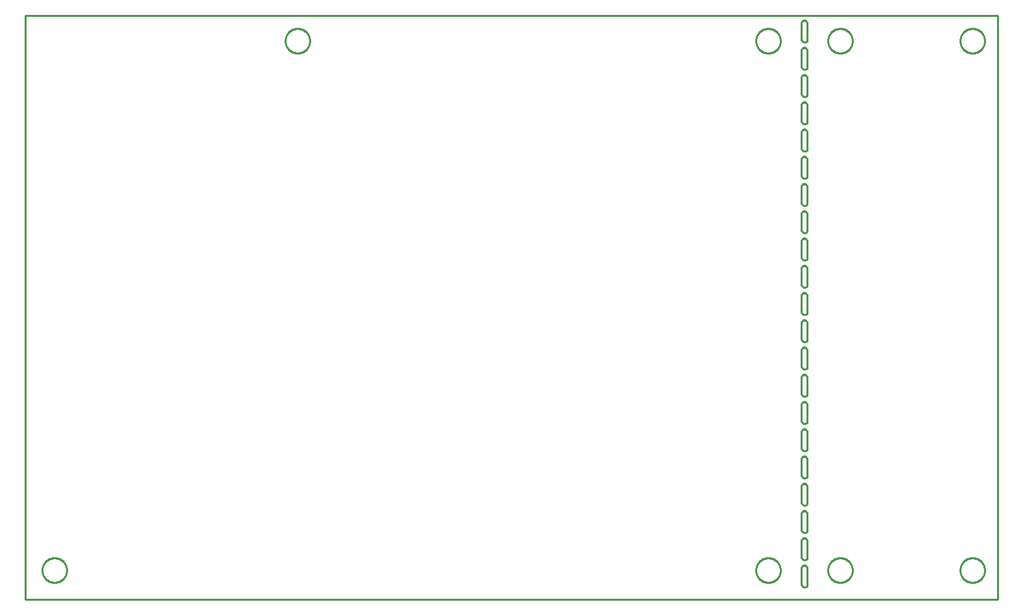
<source format=gko>
G04 EAGLE Gerber RS-274X export*
G04 #@! %TF.Part,Single*
G04 #@! %TF.FileFunction,Profile,NP*
G04 #@! %TF.FilePolarity,Positive*
G04 #@! %TF.GenerationSoftware,Autodesk,EAGLE,9.6.2*
G04 #@! %TF.CreationDate,2022-03-11T18:21:18Z*
G75*
%MOMM*%
%FSLAX34Y34*%
%LPD*%
%INBoard Outline*%
%IPPOS*%
%AMOC8*
5,1,8,0,0,1.08239X$1,22.5*%
G01*
%ADD10C,0.000000*%
%ADD11C,0.254000*%
%ADD12C,0.254000*%


D10*
X0Y0D02*
X1270000Y0D01*
X1270000Y762000D01*
X0Y762000D01*
X0Y0D01*
D11*
X1013460Y731520D02*
X1013460Y751840D01*
X1013460Y731520D02*
X1013462Y731391D01*
X1013468Y731262D01*
X1013478Y731134D01*
X1013491Y731005D01*
X1013509Y730878D01*
X1013531Y730751D01*
X1013556Y730624D01*
X1013585Y730499D01*
X1013618Y730374D01*
X1013655Y730250D01*
X1013695Y730128D01*
X1013740Y730007D01*
X1013788Y729887D01*
X1013839Y729769D01*
X1013894Y729652D01*
X1013953Y729537D01*
X1014015Y729424D01*
X1014081Y729313D01*
X1014150Y729204D01*
X1014222Y729098D01*
X1014297Y728993D01*
X1014376Y728891D01*
X1014457Y728791D01*
X1014542Y728694D01*
X1014629Y728599D01*
X1014720Y728507D01*
X1014813Y728418D01*
X1014909Y728331D01*
X1015007Y728248D01*
X1015108Y728168D01*
X1015211Y728091D01*
X1015317Y728017D01*
X1015425Y727946D01*
X1015535Y727878D01*
X1015647Y727814D01*
X1015761Y727754D01*
X1015876Y727697D01*
X1015993Y727643D01*
X1016112Y727593D01*
X1016233Y727547D01*
X1016354Y727504D01*
X1016477Y727465D01*
X1016601Y727430D01*
X1016726Y727399D01*
X1016852Y727371D01*
X1016979Y727348D01*
X1017107Y727328D01*
X1017235Y727312D01*
X1017363Y727300D01*
X1017492Y727292D01*
X1017621Y727288D01*
X1017750Y727287D01*
X1017878Y727291D01*
X1018007Y727299D01*
X1018136Y727310D01*
X1018264Y727326D01*
X1018391Y727345D01*
X1018518Y727368D01*
X1018644Y727395D01*
X1018769Y727426D01*
X1018893Y727461D01*
X1019017Y727499D01*
X1019138Y727541D01*
X1019259Y727587D01*
X1019378Y727637D01*
X1019495Y727690D01*
X1019611Y727747D01*
X1019725Y727807D01*
X1019838Y727870D01*
X1019948Y727937D01*
X1020056Y728008D01*
X1020162Y728081D01*
X1020265Y728158D01*
X1020366Y728238D01*
X1020465Y728321D01*
X1020561Y728407D01*
X1020655Y728496D01*
X1020746Y728587D01*
X1020833Y728682D01*
X1020918Y728779D01*
X1021000Y728878D01*
X1021079Y728980D01*
X1021080Y728980D02*
X1021080Y751840D01*
X1021078Y751962D01*
X1021072Y752084D01*
X1021062Y752206D01*
X1021049Y752327D01*
X1021031Y752448D01*
X1021010Y752568D01*
X1020984Y752688D01*
X1020955Y752806D01*
X1020923Y752924D01*
X1020886Y753041D01*
X1020846Y753156D01*
X1020802Y753270D01*
X1020754Y753382D01*
X1020703Y753493D01*
X1020648Y753602D01*
X1020590Y753710D01*
X1020528Y753815D01*
X1020463Y753918D01*
X1020395Y754020D01*
X1020323Y754119D01*
X1020249Y754215D01*
X1020171Y754310D01*
X1020090Y754401D01*
X1020007Y754491D01*
X1019921Y754577D01*
X1019831Y754660D01*
X1019740Y754741D01*
X1019645Y754819D01*
X1019549Y754893D01*
X1019450Y754965D01*
X1019348Y755033D01*
X1019245Y755098D01*
X1019140Y755160D01*
X1019032Y755218D01*
X1018923Y755273D01*
X1018812Y755324D01*
X1018700Y755372D01*
X1018586Y755416D01*
X1018471Y755456D01*
X1018354Y755493D01*
X1018236Y755525D01*
X1018118Y755554D01*
X1017998Y755580D01*
X1017878Y755601D01*
X1017757Y755619D01*
X1017636Y755632D01*
X1017514Y755642D01*
X1017392Y755648D01*
X1017270Y755650D01*
X1017148Y755648D01*
X1017026Y755642D01*
X1016904Y755632D01*
X1016783Y755619D01*
X1016662Y755601D01*
X1016542Y755580D01*
X1016422Y755554D01*
X1016304Y755525D01*
X1016186Y755493D01*
X1016069Y755456D01*
X1015954Y755416D01*
X1015840Y755372D01*
X1015728Y755324D01*
X1015617Y755273D01*
X1015508Y755218D01*
X1015400Y755160D01*
X1015295Y755098D01*
X1015192Y755033D01*
X1015090Y754965D01*
X1014991Y754893D01*
X1014895Y754819D01*
X1014800Y754741D01*
X1014709Y754660D01*
X1014619Y754577D01*
X1014533Y754491D01*
X1014450Y754401D01*
X1014369Y754310D01*
X1014291Y754215D01*
X1014217Y754119D01*
X1014145Y754020D01*
X1014077Y753918D01*
X1014012Y753815D01*
X1013950Y753710D01*
X1013892Y753602D01*
X1013837Y753493D01*
X1013786Y753382D01*
X1013738Y753270D01*
X1013694Y753156D01*
X1013654Y753041D01*
X1013617Y752924D01*
X1013585Y752806D01*
X1013556Y752688D01*
X1013530Y752568D01*
X1013509Y752448D01*
X1013491Y752327D01*
X1013478Y752206D01*
X1013468Y752084D01*
X1013462Y751962D01*
X1013460Y751840D01*
X1013460Y716280D02*
X1013460Y695960D01*
X1013462Y695831D01*
X1013468Y695702D01*
X1013478Y695574D01*
X1013491Y695445D01*
X1013509Y695318D01*
X1013531Y695191D01*
X1013556Y695064D01*
X1013585Y694939D01*
X1013618Y694814D01*
X1013655Y694690D01*
X1013695Y694568D01*
X1013740Y694447D01*
X1013788Y694327D01*
X1013839Y694209D01*
X1013894Y694092D01*
X1013953Y693977D01*
X1014015Y693864D01*
X1014081Y693753D01*
X1014150Y693644D01*
X1014222Y693538D01*
X1014297Y693433D01*
X1014376Y693331D01*
X1014457Y693231D01*
X1014542Y693134D01*
X1014629Y693039D01*
X1014720Y692947D01*
X1014813Y692858D01*
X1014909Y692771D01*
X1015007Y692688D01*
X1015108Y692608D01*
X1015211Y692531D01*
X1015317Y692457D01*
X1015425Y692386D01*
X1015535Y692318D01*
X1015647Y692254D01*
X1015761Y692194D01*
X1015876Y692137D01*
X1015993Y692083D01*
X1016112Y692033D01*
X1016233Y691987D01*
X1016354Y691944D01*
X1016477Y691905D01*
X1016601Y691870D01*
X1016726Y691839D01*
X1016852Y691811D01*
X1016979Y691788D01*
X1017107Y691768D01*
X1017235Y691752D01*
X1017363Y691740D01*
X1017492Y691732D01*
X1017621Y691728D01*
X1017750Y691727D01*
X1017878Y691731D01*
X1018007Y691739D01*
X1018136Y691750D01*
X1018264Y691766D01*
X1018391Y691785D01*
X1018518Y691808D01*
X1018644Y691835D01*
X1018769Y691866D01*
X1018893Y691901D01*
X1019017Y691939D01*
X1019138Y691981D01*
X1019259Y692027D01*
X1019378Y692077D01*
X1019495Y692130D01*
X1019611Y692187D01*
X1019725Y692247D01*
X1019838Y692310D01*
X1019948Y692377D01*
X1020056Y692448D01*
X1020162Y692521D01*
X1020265Y692598D01*
X1020366Y692678D01*
X1020465Y692761D01*
X1020561Y692847D01*
X1020655Y692936D01*
X1020746Y693027D01*
X1020833Y693122D01*
X1020918Y693219D01*
X1021000Y693318D01*
X1021079Y693420D01*
X1021080Y693420D02*
X1021080Y716280D01*
X1021078Y716402D01*
X1021072Y716524D01*
X1021062Y716646D01*
X1021049Y716767D01*
X1021031Y716888D01*
X1021010Y717008D01*
X1020984Y717128D01*
X1020955Y717246D01*
X1020923Y717364D01*
X1020886Y717481D01*
X1020846Y717596D01*
X1020802Y717710D01*
X1020754Y717822D01*
X1020703Y717933D01*
X1020648Y718042D01*
X1020590Y718150D01*
X1020528Y718255D01*
X1020463Y718358D01*
X1020395Y718460D01*
X1020323Y718559D01*
X1020249Y718655D01*
X1020171Y718750D01*
X1020090Y718841D01*
X1020007Y718931D01*
X1019921Y719017D01*
X1019831Y719100D01*
X1019740Y719181D01*
X1019645Y719259D01*
X1019549Y719333D01*
X1019450Y719405D01*
X1019348Y719473D01*
X1019245Y719538D01*
X1019140Y719600D01*
X1019032Y719658D01*
X1018923Y719713D01*
X1018812Y719764D01*
X1018700Y719812D01*
X1018586Y719856D01*
X1018471Y719896D01*
X1018354Y719933D01*
X1018236Y719965D01*
X1018118Y719994D01*
X1017998Y720020D01*
X1017878Y720041D01*
X1017757Y720059D01*
X1017636Y720072D01*
X1017514Y720082D01*
X1017392Y720088D01*
X1017270Y720090D01*
X1017148Y720088D01*
X1017026Y720082D01*
X1016904Y720072D01*
X1016783Y720059D01*
X1016662Y720041D01*
X1016542Y720020D01*
X1016422Y719994D01*
X1016304Y719965D01*
X1016186Y719933D01*
X1016069Y719896D01*
X1015954Y719856D01*
X1015840Y719812D01*
X1015728Y719764D01*
X1015617Y719713D01*
X1015508Y719658D01*
X1015400Y719600D01*
X1015295Y719538D01*
X1015192Y719473D01*
X1015090Y719405D01*
X1014991Y719333D01*
X1014895Y719259D01*
X1014800Y719181D01*
X1014709Y719100D01*
X1014619Y719017D01*
X1014533Y718931D01*
X1014450Y718841D01*
X1014369Y718750D01*
X1014291Y718655D01*
X1014217Y718559D01*
X1014145Y718460D01*
X1014077Y718358D01*
X1014012Y718255D01*
X1013950Y718150D01*
X1013892Y718042D01*
X1013837Y717933D01*
X1013786Y717822D01*
X1013738Y717710D01*
X1013694Y717596D01*
X1013654Y717481D01*
X1013617Y717364D01*
X1013585Y717246D01*
X1013556Y717128D01*
X1013530Y717008D01*
X1013509Y716888D01*
X1013491Y716767D01*
X1013478Y716646D01*
X1013468Y716524D01*
X1013462Y716402D01*
X1013460Y716280D01*
X1013460Y680720D02*
X1013460Y660400D01*
X1013462Y660271D01*
X1013468Y660142D01*
X1013478Y660014D01*
X1013491Y659885D01*
X1013509Y659758D01*
X1013531Y659631D01*
X1013556Y659504D01*
X1013585Y659379D01*
X1013618Y659254D01*
X1013655Y659130D01*
X1013695Y659008D01*
X1013740Y658887D01*
X1013788Y658767D01*
X1013839Y658649D01*
X1013894Y658532D01*
X1013953Y658417D01*
X1014015Y658304D01*
X1014081Y658193D01*
X1014150Y658084D01*
X1014222Y657978D01*
X1014297Y657873D01*
X1014376Y657771D01*
X1014457Y657671D01*
X1014542Y657574D01*
X1014629Y657479D01*
X1014720Y657387D01*
X1014813Y657298D01*
X1014909Y657211D01*
X1015007Y657128D01*
X1015108Y657048D01*
X1015211Y656971D01*
X1015317Y656897D01*
X1015425Y656826D01*
X1015535Y656758D01*
X1015647Y656694D01*
X1015761Y656634D01*
X1015876Y656577D01*
X1015993Y656523D01*
X1016112Y656473D01*
X1016233Y656427D01*
X1016354Y656384D01*
X1016477Y656345D01*
X1016601Y656310D01*
X1016726Y656279D01*
X1016852Y656251D01*
X1016979Y656228D01*
X1017107Y656208D01*
X1017235Y656192D01*
X1017363Y656180D01*
X1017492Y656172D01*
X1017621Y656168D01*
X1017750Y656167D01*
X1017878Y656171D01*
X1018007Y656179D01*
X1018136Y656190D01*
X1018264Y656206D01*
X1018391Y656225D01*
X1018518Y656248D01*
X1018644Y656275D01*
X1018769Y656306D01*
X1018893Y656341D01*
X1019017Y656379D01*
X1019138Y656421D01*
X1019259Y656467D01*
X1019378Y656517D01*
X1019495Y656570D01*
X1019611Y656627D01*
X1019725Y656687D01*
X1019838Y656750D01*
X1019948Y656817D01*
X1020056Y656888D01*
X1020162Y656961D01*
X1020265Y657038D01*
X1020366Y657118D01*
X1020465Y657201D01*
X1020561Y657287D01*
X1020655Y657376D01*
X1020746Y657467D01*
X1020833Y657562D01*
X1020918Y657659D01*
X1021000Y657758D01*
X1021079Y657860D01*
X1021080Y657860D02*
X1021080Y680720D01*
X1021078Y680842D01*
X1021072Y680964D01*
X1021062Y681086D01*
X1021049Y681207D01*
X1021031Y681328D01*
X1021010Y681448D01*
X1020984Y681568D01*
X1020955Y681686D01*
X1020923Y681804D01*
X1020886Y681921D01*
X1020846Y682036D01*
X1020802Y682150D01*
X1020754Y682262D01*
X1020703Y682373D01*
X1020648Y682482D01*
X1020590Y682590D01*
X1020528Y682695D01*
X1020463Y682798D01*
X1020395Y682900D01*
X1020323Y682999D01*
X1020249Y683095D01*
X1020171Y683190D01*
X1020090Y683281D01*
X1020007Y683371D01*
X1019921Y683457D01*
X1019831Y683540D01*
X1019740Y683621D01*
X1019645Y683699D01*
X1019549Y683773D01*
X1019450Y683845D01*
X1019348Y683913D01*
X1019245Y683978D01*
X1019140Y684040D01*
X1019032Y684098D01*
X1018923Y684153D01*
X1018812Y684204D01*
X1018700Y684252D01*
X1018586Y684296D01*
X1018471Y684336D01*
X1018354Y684373D01*
X1018236Y684405D01*
X1018118Y684434D01*
X1017998Y684460D01*
X1017878Y684481D01*
X1017757Y684499D01*
X1017636Y684512D01*
X1017514Y684522D01*
X1017392Y684528D01*
X1017270Y684530D01*
X1017148Y684528D01*
X1017026Y684522D01*
X1016904Y684512D01*
X1016783Y684499D01*
X1016662Y684481D01*
X1016542Y684460D01*
X1016422Y684434D01*
X1016304Y684405D01*
X1016186Y684373D01*
X1016069Y684336D01*
X1015954Y684296D01*
X1015840Y684252D01*
X1015728Y684204D01*
X1015617Y684153D01*
X1015508Y684098D01*
X1015400Y684040D01*
X1015295Y683978D01*
X1015192Y683913D01*
X1015090Y683845D01*
X1014991Y683773D01*
X1014895Y683699D01*
X1014800Y683621D01*
X1014709Y683540D01*
X1014619Y683457D01*
X1014533Y683371D01*
X1014450Y683281D01*
X1014369Y683190D01*
X1014291Y683095D01*
X1014217Y682999D01*
X1014145Y682900D01*
X1014077Y682798D01*
X1014012Y682695D01*
X1013950Y682590D01*
X1013892Y682482D01*
X1013837Y682373D01*
X1013786Y682262D01*
X1013738Y682150D01*
X1013694Y682036D01*
X1013654Y681921D01*
X1013617Y681804D01*
X1013585Y681686D01*
X1013556Y681568D01*
X1013530Y681448D01*
X1013509Y681328D01*
X1013491Y681207D01*
X1013478Y681086D01*
X1013468Y680964D01*
X1013462Y680842D01*
X1013460Y680720D01*
X1013460Y645160D02*
X1013460Y624840D01*
X1013462Y624711D01*
X1013468Y624582D01*
X1013478Y624454D01*
X1013491Y624325D01*
X1013509Y624198D01*
X1013531Y624071D01*
X1013556Y623944D01*
X1013585Y623819D01*
X1013618Y623694D01*
X1013655Y623570D01*
X1013695Y623448D01*
X1013740Y623327D01*
X1013788Y623207D01*
X1013839Y623089D01*
X1013894Y622972D01*
X1013953Y622857D01*
X1014015Y622744D01*
X1014081Y622633D01*
X1014150Y622524D01*
X1014222Y622418D01*
X1014297Y622313D01*
X1014376Y622211D01*
X1014457Y622111D01*
X1014542Y622014D01*
X1014629Y621919D01*
X1014720Y621827D01*
X1014813Y621738D01*
X1014909Y621651D01*
X1015007Y621568D01*
X1015108Y621488D01*
X1015211Y621411D01*
X1015317Y621337D01*
X1015425Y621266D01*
X1015535Y621198D01*
X1015647Y621134D01*
X1015761Y621074D01*
X1015876Y621017D01*
X1015993Y620963D01*
X1016112Y620913D01*
X1016233Y620867D01*
X1016354Y620824D01*
X1016477Y620785D01*
X1016601Y620750D01*
X1016726Y620719D01*
X1016852Y620691D01*
X1016979Y620668D01*
X1017107Y620648D01*
X1017235Y620632D01*
X1017363Y620620D01*
X1017492Y620612D01*
X1017621Y620608D01*
X1017750Y620607D01*
X1017878Y620611D01*
X1018007Y620619D01*
X1018136Y620630D01*
X1018264Y620646D01*
X1018391Y620665D01*
X1018518Y620688D01*
X1018644Y620715D01*
X1018769Y620746D01*
X1018893Y620781D01*
X1019017Y620819D01*
X1019138Y620861D01*
X1019259Y620907D01*
X1019378Y620957D01*
X1019495Y621010D01*
X1019611Y621067D01*
X1019725Y621127D01*
X1019838Y621190D01*
X1019948Y621257D01*
X1020056Y621328D01*
X1020162Y621401D01*
X1020265Y621478D01*
X1020366Y621558D01*
X1020465Y621641D01*
X1020561Y621727D01*
X1020655Y621816D01*
X1020746Y621907D01*
X1020833Y622002D01*
X1020918Y622099D01*
X1021000Y622198D01*
X1021079Y622300D01*
X1021080Y622300D02*
X1021080Y645160D01*
X1021078Y645282D01*
X1021072Y645404D01*
X1021062Y645526D01*
X1021049Y645647D01*
X1021031Y645768D01*
X1021010Y645888D01*
X1020984Y646008D01*
X1020955Y646126D01*
X1020923Y646244D01*
X1020886Y646361D01*
X1020846Y646476D01*
X1020802Y646590D01*
X1020754Y646702D01*
X1020703Y646813D01*
X1020648Y646922D01*
X1020590Y647030D01*
X1020528Y647135D01*
X1020463Y647238D01*
X1020395Y647340D01*
X1020323Y647439D01*
X1020249Y647535D01*
X1020171Y647630D01*
X1020090Y647721D01*
X1020007Y647811D01*
X1019921Y647897D01*
X1019831Y647980D01*
X1019740Y648061D01*
X1019645Y648139D01*
X1019549Y648213D01*
X1019450Y648285D01*
X1019348Y648353D01*
X1019245Y648418D01*
X1019140Y648480D01*
X1019032Y648538D01*
X1018923Y648593D01*
X1018812Y648644D01*
X1018700Y648692D01*
X1018586Y648736D01*
X1018471Y648776D01*
X1018354Y648813D01*
X1018236Y648845D01*
X1018118Y648874D01*
X1017998Y648900D01*
X1017878Y648921D01*
X1017757Y648939D01*
X1017636Y648952D01*
X1017514Y648962D01*
X1017392Y648968D01*
X1017270Y648970D01*
X1017148Y648968D01*
X1017026Y648962D01*
X1016904Y648952D01*
X1016783Y648939D01*
X1016662Y648921D01*
X1016542Y648900D01*
X1016422Y648874D01*
X1016304Y648845D01*
X1016186Y648813D01*
X1016069Y648776D01*
X1015954Y648736D01*
X1015840Y648692D01*
X1015728Y648644D01*
X1015617Y648593D01*
X1015508Y648538D01*
X1015400Y648480D01*
X1015295Y648418D01*
X1015192Y648353D01*
X1015090Y648285D01*
X1014991Y648213D01*
X1014895Y648139D01*
X1014800Y648061D01*
X1014709Y647980D01*
X1014619Y647897D01*
X1014533Y647811D01*
X1014450Y647721D01*
X1014369Y647630D01*
X1014291Y647535D01*
X1014217Y647439D01*
X1014145Y647340D01*
X1014077Y647238D01*
X1014012Y647135D01*
X1013950Y647030D01*
X1013892Y646922D01*
X1013837Y646813D01*
X1013786Y646702D01*
X1013738Y646590D01*
X1013694Y646476D01*
X1013654Y646361D01*
X1013617Y646244D01*
X1013585Y646126D01*
X1013556Y646008D01*
X1013530Y645888D01*
X1013509Y645768D01*
X1013491Y645647D01*
X1013478Y645526D01*
X1013468Y645404D01*
X1013462Y645282D01*
X1013460Y645160D01*
X1013460Y609600D02*
X1013460Y589280D01*
X1013462Y589151D01*
X1013468Y589022D01*
X1013478Y588894D01*
X1013491Y588765D01*
X1013509Y588638D01*
X1013531Y588511D01*
X1013556Y588384D01*
X1013585Y588259D01*
X1013618Y588134D01*
X1013655Y588010D01*
X1013695Y587888D01*
X1013740Y587767D01*
X1013788Y587647D01*
X1013839Y587529D01*
X1013894Y587412D01*
X1013953Y587297D01*
X1014015Y587184D01*
X1014081Y587073D01*
X1014150Y586964D01*
X1014222Y586858D01*
X1014297Y586753D01*
X1014376Y586651D01*
X1014457Y586551D01*
X1014542Y586454D01*
X1014629Y586359D01*
X1014720Y586267D01*
X1014813Y586178D01*
X1014909Y586091D01*
X1015007Y586008D01*
X1015108Y585928D01*
X1015211Y585851D01*
X1015317Y585777D01*
X1015425Y585706D01*
X1015535Y585638D01*
X1015647Y585574D01*
X1015761Y585514D01*
X1015876Y585457D01*
X1015993Y585403D01*
X1016112Y585353D01*
X1016233Y585307D01*
X1016354Y585264D01*
X1016477Y585225D01*
X1016601Y585190D01*
X1016726Y585159D01*
X1016852Y585131D01*
X1016979Y585108D01*
X1017107Y585088D01*
X1017235Y585072D01*
X1017363Y585060D01*
X1017492Y585052D01*
X1017621Y585048D01*
X1017750Y585047D01*
X1017878Y585051D01*
X1018007Y585059D01*
X1018136Y585070D01*
X1018264Y585086D01*
X1018391Y585105D01*
X1018518Y585128D01*
X1018644Y585155D01*
X1018769Y585186D01*
X1018893Y585221D01*
X1019017Y585259D01*
X1019138Y585301D01*
X1019259Y585347D01*
X1019378Y585397D01*
X1019495Y585450D01*
X1019611Y585507D01*
X1019725Y585567D01*
X1019838Y585630D01*
X1019948Y585697D01*
X1020056Y585768D01*
X1020162Y585841D01*
X1020265Y585918D01*
X1020366Y585998D01*
X1020465Y586081D01*
X1020561Y586167D01*
X1020655Y586256D01*
X1020746Y586347D01*
X1020833Y586442D01*
X1020918Y586539D01*
X1021000Y586638D01*
X1021079Y586740D01*
X1021080Y586740D02*
X1021080Y609600D01*
X1021078Y609722D01*
X1021072Y609844D01*
X1021062Y609966D01*
X1021049Y610087D01*
X1021031Y610208D01*
X1021010Y610328D01*
X1020984Y610448D01*
X1020955Y610566D01*
X1020923Y610684D01*
X1020886Y610801D01*
X1020846Y610916D01*
X1020802Y611030D01*
X1020754Y611142D01*
X1020703Y611253D01*
X1020648Y611362D01*
X1020590Y611470D01*
X1020528Y611575D01*
X1020463Y611678D01*
X1020395Y611780D01*
X1020323Y611879D01*
X1020249Y611975D01*
X1020171Y612070D01*
X1020090Y612161D01*
X1020007Y612251D01*
X1019921Y612337D01*
X1019831Y612420D01*
X1019740Y612501D01*
X1019645Y612579D01*
X1019549Y612653D01*
X1019450Y612725D01*
X1019348Y612793D01*
X1019245Y612858D01*
X1019140Y612920D01*
X1019032Y612978D01*
X1018923Y613033D01*
X1018812Y613084D01*
X1018700Y613132D01*
X1018586Y613176D01*
X1018471Y613216D01*
X1018354Y613253D01*
X1018236Y613285D01*
X1018118Y613314D01*
X1017998Y613340D01*
X1017878Y613361D01*
X1017757Y613379D01*
X1017636Y613392D01*
X1017514Y613402D01*
X1017392Y613408D01*
X1017270Y613410D01*
X1017148Y613408D01*
X1017026Y613402D01*
X1016904Y613392D01*
X1016783Y613379D01*
X1016662Y613361D01*
X1016542Y613340D01*
X1016422Y613314D01*
X1016304Y613285D01*
X1016186Y613253D01*
X1016069Y613216D01*
X1015954Y613176D01*
X1015840Y613132D01*
X1015728Y613084D01*
X1015617Y613033D01*
X1015508Y612978D01*
X1015400Y612920D01*
X1015295Y612858D01*
X1015192Y612793D01*
X1015090Y612725D01*
X1014991Y612653D01*
X1014895Y612579D01*
X1014800Y612501D01*
X1014709Y612420D01*
X1014619Y612337D01*
X1014533Y612251D01*
X1014450Y612161D01*
X1014369Y612070D01*
X1014291Y611975D01*
X1014217Y611879D01*
X1014145Y611780D01*
X1014077Y611678D01*
X1014012Y611575D01*
X1013950Y611470D01*
X1013892Y611362D01*
X1013837Y611253D01*
X1013786Y611142D01*
X1013738Y611030D01*
X1013694Y610916D01*
X1013654Y610801D01*
X1013617Y610684D01*
X1013585Y610566D01*
X1013556Y610448D01*
X1013530Y610328D01*
X1013509Y610208D01*
X1013491Y610087D01*
X1013478Y609966D01*
X1013468Y609844D01*
X1013462Y609722D01*
X1013460Y609600D01*
X1013460Y574040D02*
X1013460Y553720D01*
X1013462Y553591D01*
X1013468Y553462D01*
X1013478Y553334D01*
X1013491Y553205D01*
X1013509Y553078D01*
X1013531Y552951D01*
X1013556Y552824D01*
X1013585Y552699D01*
X1013618Y552574D01*
X1013655Y552450D01*
X1013695Y552328D01*
X1013740Y552207D01*
X1013788Y552087D01*
X1013839Y551969D01*
X1013894Y551852D01*
X1013953Y551737D01*
X1014015Y551624D01*
X1014081Y551513D01*
X1014150Y551404D01*
X1014222Y551298D01*
X1014297Y551193D01*
X1014376Y551091D01*
X1014457Y550991D01*
X1014542Y550894D01*
X1014629Y550799D01*
X1014720Y550707D01*
X1014813Y550618D01*
X1014909Y550531D01*
X1015007Y550448D01*
X1015108Y550368D01*
X1015211Y550291D01*
X1015317Y550217D01*
X1015425Y550146D01*
X1015535Y550078D01*
X1015647Y550014D01*
X1015761Y549954D01*
X1015876Y549897D01*
X1015993Y549843D01*
X1016112Y549793D01*
X1016233Y549747D01*
X1016354Y549704D01*
X1016477Y549665D01*
X1016601Y549630D01*
X1016726Y549599D01*
X1016852Y549571D01*
X1016979Y549548D01*
X1017107Y549528D01*
X1017235Y549512D01*
X1017363Y549500D01*
X1017492Y549492D01*
X1017621Y549488D01*
X1017750Y549487D01*
X1017878Y549491D01*
X1018007Y549499D01*
X1018136Y549510D01*
X1018264Y549526D01*
X1018391Y549545D01*
X1018518Y549568D01*
X1018644Y549595D01*
X1018769Y549626D01*
X1018893Y549661D01*
X1019017Y549699D01*
X1019138Y549741D01*
X1019259Y549787D01*
X1019378Y549837D01*
X1019495Y549890D01*
X1019611Y549947D01*
X1019725Y550007D01*
X1019838Y550070D01*
X1019948Y550137D01*
X1020056Y550208D01*
X1020162Y550281D01*
X1020265Y550358D01*
X1020366Y550438D01*
X1020465Y550521D01*
X1020561Y550607D01*
X1020655Y550696D01*
X1020746Y550787D01*
X1020833Y550882D01*
X1020918Y550979D01*
X1021000Y551078D01*
X1021079Y551180D01*
X1021080Y551180D02*
X1021080Y574040D01*
X1021078Y574162D01*
X1021072Y574284D01*
X1021062Y574406D01*
X1021049Y574527D01*
X1021031Y574648D01*
X1021010Y574768D01*
X1020984Y574888D01*
X1020955Y575006D01*
X1020923Y575124D01*
X1020886Y575241D01*
X1020846Y575356D01*
X1020802Y575470D01*
X1020754Y575582D01*
X1020703Y575693D01*
X1020648Y575802D01*
X1020590Y575910D01*
X1020528Y576015D01*
X1020463Y576118D01*
X1020395Y576220D01*
X1020323Y576319D01*
X1020249Y576415D01*
X1020171Y576510D01*
X1020090Y576601D01*
X1020007Y576691D01*
X1019921Y576777D01*
X1019831Y576860D01*
X1019740Y576941D01*
X1019645Y577019D01*
X1019549Y577093D01*
X1019450Y577165D01*
X1019348Y577233D01*
X1019245Y577298D01*
X1019140Y577360D01*
X1019032Y577418D01*
X1018923Y577473D01*
X1018812Y577524D01*
X1018700Y577572D01*
X1018586Y577616D01*
X1018471Y577656D01*
X1018354Y577693D01*
X1018236Y577725D01*
X1018118Y577754D01*
X1017998Y577780D01*
X1017878Y577801D01*
X1017757Y577819D01*
X1017636Y577832D01*
X1017514Y577842D01*
X1017392Y577848D01*
X1017270Y577850D01*
X1017148Y577848D01*
X1017026Y577842D01*
X1016904Y577832D01*
X1016783Y577819D01*
X1016662Y577801D01*
X1016542Y577780D01*
X1016422Y577754D01*
X1016304Y577725D01*
X1016186Y577693D01*
X1016069Y577656D01*
X1015954Y577616D01*
X1015840Y577572D01*
X1015728Y577524D01*
X1015617Y577473D01*
X1015508Y577418D01*
X1015400Y577360D01*
X1015295Y577298D01*
X1015192Y577233D01*
X1015090Y577165D01*
X1014991Y577093D01*
X1014895Y577019D01*
X1014800Y576941D01*
X1014709Y576860D01*
X1014619Y576777D01*
X1014533Y576691D01*
X1014450Y576601D01*
X1014369Y576510D01*
X1014291Y576415D01*
X1014217Y576319D01*
X1014145Y576220D01*
X1014077Y576118D01*
X1014012Y576015D01*
X1013950Y575910D01*
X1013892Y575802D01*
X1013837Y575693D01*
X1013786Y575582D01*
X1013738Y575470D01*
X1013694Y575356D01*
X1013654Y575241D01*
X1013617Y575124D01*
X1013585Y575006D01*
X1013556Y574888D01*
X1013530Y574768D01*
X1013509Y574648D01*
X1013491Y574527D01*
X1013478Y574406D01*
X1013468Y574284D01*
X1013462Y574162D01*
X1013460Y574040D01*
X1013460Y538480D02*
X1013460Y518160D01*
X1013462Y518031D01*
X1013468Y517902D01*
X1013478Y517774D01*
X1013491Y517645D01*
X1013509Y517518D01*
X1013531Y517391D01*
X1013556Y517264D01*
X1013585Y517139D01*
X1013618Y517014D01*
X1013655Y516890D01*
X1013695Y516768D01*
X1013740Y516647D01*
X1013788Y516527D01*
X1013839Y516409D01*
X1013894Y516292D01*
X1013953Y516177D01*
X1014015Y516064D01*
X1014081Y515953D01*
X1014150Y515844D01*
X1014222Y515738D01*
X1014297Y515633D01*
X1014376Y515531D01*
X1014457Y515431D01*
X1014542Y515334D01*
X1014629Y515239D01*
X1014720Y515147D01*
X1014813Y515058D01*
X1014909Y514971D01*
X1015007Y514888D01*
X1015108Y514808D01*
X1015211Y514731D01*
X1015317Y514657D01*
X1015425Y514586D01*
X1015535Y514518D01*
X1015647Y514454D01*
X1015761Y514394D01*
X1015876Y514337D01*
X1015993Y514283D01*
X1016112Y514233D01*
X1016233Y514187D01*
X1016354Y514144D01*
X1016477Y514105D01*
X1016601Y514070D01*
X1016726Y514039D01*
X1016852Y514011D01*
X1016979Y513988D01*
X1017107Y513968D01*
X1017235Y513952D01*
X1017363Y513940D01*
X1017492Y513932D01*
X1017621Y513928D01*
X1017750Y513927D01*
X1017878Y513931D01*
X1018007Y513939D01*
X1018136Y513950D01*
X1018264Y513966D01*
X1018391Y513985D01*
X1018518Y514008D01*
X1018644Y514035D01*
X1018769Y514066D01*
X1018893Y514101D01*
X1019017Y514139D01*
X1019138Y514181D01*
X1019259Y514227D01*
X1019378Y514277D01*
X1019495Y514330D01*
X1019611Y514387D01*
X1019725Y514447D01*
X1019838Y514510D01*
X1019948Y514577D01*
X1020056Y514648D01*
X1020162Y514721D01*
X1020265Y514798D01*
X1020366Y514878D01*
X1020465Y514961D01*
X1020561Y515047D01*
X1020655Y515136D01*
X1020746Y515227D01*
X1020833Y515322D01*
X1020918Y515419D01*
X1021000Y515518D01*
X1021079Y515620D01*
X1021080Y515620D02*
X1021080Y538480D01*
X1021078Y538602D01*
X1021072Y538724D01*
X1021062Y538846D01*
X1021049Y538967D01*
X1021031Y539088D01*
X1021010Y539208D01*
X1020984Y539328D01*
X1020955Y539446D01*
X1020923Y539564D01*
X1020886Y539681D01*
X1020846Y539796D01*
X1020802Y539910D01*
X1020754Y540022D01*
X1020703Y540133D01*
X1020648Y540242D01*
X1020590Y540350D01*
X1020528Y540455D01*
X1020463Y540558D01*
X1020395Y540660D01*
X1020323Y540759D01*
X1020249Y540855D01*
X1020171Y540950D01*
X1020090Y541041D01*
X1020007Y541131D01*
X1019921Y541217D01*
X1019831Y541300D01*
X1019740Y541381D01*
X1019645Y541459D01*
X1019549Y541533D01*
X1019450Y541605D01*
X1019348Y541673D01*
X1019245Y541738D01*
X1019140Y541800D01*
X1019032Y541858D01*
X1018923Y541913D01*
X1018812Y541964D01*
X1018700Y542012D01*
X1018586Y542056D01*
X1018471Y542096D01*
X1018354Y542133D01*
X1018236Y542165D01*
X1018118Y542194D01*
X1017998Y542220D01*
X1017878Y542241D01*
X1017757Y542259D01*
X1017636Y542272D01*
X1017514Y542282D01*
X1017392Y542288D01*
X1017270Y542290D01*
X1017148Y542288D01*
X1017026Y542282D01*
X1016904Y542272D01*
X1016783Y542259D01*
X1016662Y542241D01*
X1016542Y542220D01*
X1016422Y542194D01*
X1016304Y542165D01*
X1016186Y542133D01*
X1016069Y542096D01*
X1015954Y542056D01*
X1015840Y542012D01*
X1015728Y541964D01*
X1015617Y541913D01*
X1015508Y541858D01*
X1015400Y541800D01*
X1015295Y541738D01*
X1015192Y541673D01*
X1015090Y541605D01*
X1014991Y541533D01*
X1014895Y541459D01*
X1014800Y541381D01*
X1014709Y541300D01*
X1014619Y541217D01*
X1014533Y541131D01*
X1014450Y541041D01*
X1014369Y540950D01*
X1014291Y540855D01*
X1014217Y540759D01*
X1014145Y540660D01*
X1014077Y540558D01*
X1014012Y540455D01*
X1013950Y540350D01*
X1013892Y540242D01*
X1013837Y540133D01*
X1013786Y540022D01*
X1013738Y539910D01*
X1013694Y539796D01*
X1013654Y539681D01*
X1013617Y539564D01*
X1013585Y539446D01*
X1013556Y539328D01*
X1013530Y539208D01*
X1013509Y539088D01*
X1013491Y538967D01*
X1013478Y538846D01*
X1013468Y538724D01*
X1013462Y538602D01*
X1013460Y538480D01*
X1013460Y502920D02*
X1013460Y482600D01*
X1013462Y482471D01*
X1013468Y482342D01*
X1013478Y482214D01*
X1013491Y482085D01*
X1013509Y481958D01*
X1013531Y481831D01*
X1013556Y481704D01*
X1013585Y481579D01*
X1013618Y481454D01*
X1013655Y481330D01*
X1013695Y481208D01*
X1013740Y481087D01*
X1013788Y480967D01*
X1013839Y480849D01*
X1013894Y480732D01*
X1013953Y480617D01*
X1014015Y480504D01*
X1014081Y480393D01*
X1014150Y480284D01*
X1014222Y480178D01*
X1014297Y480073D01*
X1014376Y479971D01*
X1014457Y479871D01*
X1014542Y479774D01*
X1014629Y479679D01*
X1014720Y479587D01*
X1014813Y479498D01*
X1014909Y479411D01*
X1015007Y479328D01*
X1015108Y479248D01*
X1015211Y479171D01*
X1015317Y479097D01*
X1015425Y479026D01*
X1015535Y478958D01*
X1015647Y478894D01*
X1015761Y478834D01*
X1015876Y478777D01*
X1015993Y478723D01*
X1016112Y478673D01*
X1016233Y478627D01*
X1016354Y478584D01*
X1016477Y478545D01*
X1016601Y478510D01*
X1016726Y478479D01*
X1016852Y478451D01*
X1016979Y478428D01*
X1017107Y478408D01*
X1017235Y478392D01*
X1017363Y478380D01*
X1017492Y478372D01*
X1017621Y478368D01*
X1017750Y478367D01*
X1017878Y478371D01*
X1018007Y478379D01*
X1018136Y478390D01*
X1018264Y478406D01*
X1018391Y478425D01*
X1018518Y478448D01*
X1018644Y478475D01*
X1018769Y478506D01*
X1018893Y478541D01*
X1019017Y478579D01*
X1019138Y478621D01*
X1019259Y478667D01*
X1019378Y478717D01*
X1019495Y478770D01*
X1019611Y478827D01*
X1019725Y478887D01*
X1019838Y478950D01*
X1019948Y479017D01*
X1020056Y479088D01*
X1020162Y479161D01*
X1020265Y479238D01*
X1020366Y479318D01*
X1020465Y479401D01*
X1020561Y479487D01*
X1020655Y479576D01*
X1020746Y479667D01*
X1020833Y479762D01*
X1020918Y479859D01*
X1021000Y479958D01*
X1021079Y480060D01*
X1021080Y480060D02*
X1021080Y502920D01*
X1021078Y503042D01*
X1021072Y503164D01*
X1021062Y503286D01*
X1021049Y503407D01*
X1021031Y503528D01*
X1021010Y503648D01*
X1020984Y503768D01*
X1020955Y503886D01*
X1020923Y504004D01*
X1020886Y504121D01*
X1020846Y504236D01*
X1020802Y504350D01*
X1020754Y504462D01*
X1020703Y504573D01*
X1020648Y504682D01*
X1020590Y504790D01*
X1020528Y504895D01*
X1020463Y504998D01*
X1020395Y505100D01*
X1020323Y505199D01*
X1020249Y505295D01*
X1020171Y505390D01*
X1020090Y505481D01*
X1020007Y505571D01*
X1019921Y505657D01*
X1019831Y505740D01*
X1019740Y505821D01*
X1019645Y505899D01*
X1019549Y505973D01*
X1019450Y506045D01*
X1019348Y506113D01*
X1019245Y506178D01*
X1019140Y506240D01*
X1019032Y506298D01*
X1018923Y506353D01*
X1018812Y506404D01*
X1018700Y506452D01*
X1018586Y506496D01*
X1018471Y506536D01*
X1018354Y506573D01*
X1018236Y506605D01*
X1018118Y506634D01*
X1017998Y506660D01*
X1017878Y506681D01*
X1017757Y506699D01*
X1017636Y506712D01*
X1017514Y506722D01*
X1017392Y506728D01*
X1017270Y506730D01*
X1017148Y506728D01*
X1017026Y506722D01*
X1016904Y506712D01*
X1016783Y506699D01*
X1016662Y506681D01*
X1016542Y506660D01*
X1016422Y506634D01*
X1016304Y506605D01*
X1016186Y506573D01*
X1016069Y506536D01*
X1015954Y506496D01*
X1015840Y506452D01*
X1015728Y506404D01*
X1015617Y506353D01*
X1015508Y506298D01*
X1015400Y506240D01*
X1015295Y506178D01*
X1015192Y506113D01*
X1015090Y506045D01*
X1014991Y505973D01*
X1014895Y505899D01*
X1014800Y505821D01*
X1014709Y505740D01*
X1014619Y505657D01*
X1014533Y505571D01*
X1014450Y505481D01*
X1014369Y505390D01*
X1014291Y505295D01*
X1014217Y505199D01*
X1014145Y505100D01*
X1014077Y504998D01*
X1014012Y504895D01*
X1013950Y504790D01*
X1013892Y504682D01*
X1013837Y504573D01*
X1013786Y504462D01*
X1013738Y504350D01*
X1013694Y504236D01*
X1013654Y504121D01*
X1013617Y504004D01*
X1013585Y503886D01*
X1013556Y503768D01*
X1013530Y503648D01*
X1013509Y503528D01*
X1013491Y503407D01*
X1013478Y503286D01*
X1013468Y503164D01*
X1013462Y503042D01*
X1013460Y502920D01*
X1013460Y467360D02*
X1013460Y447040D01*
X1013462Y446911D01*
X1013468Y446782D01*
X1013478Y446654D01*
X1013491Y446525D01*
X1013509Y446398D01*
X1013531Y446271D01*
X1013556Y446144D01*
X1013585Y446019D01*
X1013618Y445894D01*
X1013655Y445770D01*
X1013695Y445648D01*
X1013740Y445527D01*
X1013788Y445407D01*
X1013839Y445289D01*
X1013894Y445172D01*
X1013953Y445057D01*
X1014015Y444944D01*
X1014081Y444833D01*
X1014150Y444724D01*
X1014222Y444618D01*
X1014297Y444513D01*
X1014376Y444411D01*
X1014457Y444311D01*
X1014542Y444214D01*
X1014629Y444119D01*
X1014720Y444027D01*
X1014813Y443938D01*
X1014909Y443851D01*
X1015007Y443768D01*
X1015108Y443688D01*
X1015211Y443611D01*
X1015317Y443537D01*
X1015425Y443466D01*
X1015535Y443398D01*
X1015647Y443334D01*
X1015761Y443274D01*
X1015876Y443217D01*
X1015993Y443163D01*
X1016112Y443113D01*
X1016233Y443067D01*
X1016354Y443024D01*
X1016477Y442985D01*
X1016601Y442950D01*
X1016726Y442919D01*
X1016852Y442891D01*
X1016979Y442868D01*
X1017107Y442848D01*
X1017235Y442832D01*
X1017363Y442820D01*
X1017492Y442812D01*
X1017621Y442808D01*
X1017750Y442807D01*
X1017878Y442811D01*
X1018007Y442819D01*
X1018136Y442830D01*
X1018264Y442846D01*
X1018391Y442865D01*
X1018518Y442888D01*
X1018644Y442915D01*
X1018769Y442946D01*
X1018893Y442981D01*
X1019017Y443019D01*
X1019138Y443061D01*
X1019259Y443107D01*
X1019378Y443157D01*
X1019495Y443210D01*
X1019611Y443267D01*
X1019725Y443327D01*
X1019838Y443390D01*
X1019948Y443457D01*
X1020056Y443528D01*
X1020162Y443601D01*
X1020265Y443678D01*
X1020366Y443758D01*
X1020465Y443841D01*
X1020561Y443927D01*
X1020655Y444016D01*
X1020746Y444107D01*
X1020833Y444202D01*
X1020918Y444299D01*
X1021000Y444398D01*
X1021079Y444500D01*
X1021080Y444500D02*
X1021080Y467360D01*
X1021078Y467482D01*
X1021072Y467604D01*
X1021062Y467726D01*
X1021049Y467847D01*
X1021031Y467968D01*
X1021010Y468088D01*
X1020984Y468208D01*
X1020955Y468326D01*
X1020923Y468444D01*
X1020886Y468561D01*
X1020846Y468676D01*
X1020802Y468790D01*
X1020754Y468902D01*
X1020703Y469013D01*
X1020648Y469122D01*
X1020590Y469230D01*
X1020528Y469335D01*
X1020463Y469438D01*
X1020395Y469540D01*
X1020323Y469639D01*
X1020249Y469735D01*
X1020171Y469830D01*
X1020090Y469921D01*
X1020007Y470011D01*
X1019921Y470097D01*
X1019831Y470180D01*
X1019740Y470261D01*
X1019645Y470339D01*
X1019549Y470413D01*
X1019450Y470485D01*
X1019348Y470553D01*
X1019245Y470618D01*
X1019140Y470680D01*
X1019032Y470738D01*
X1018923Y470793D01*
X1018812Y470844D01*
X1018700Y470892D01*
X1018586Y470936D01*
X1018471Y470976D01*
X1018354Y471013D01*
X1018236Y471045D01*
X1018118Y471074D01*
X1017998Y471100D01*
X1017878Y471121D01*
X1017757Y471139D01*
X1017636Y471152D01*
X1017514Y471162D01*
X1017392Y471168D01*
X1017270Y471170D01*
X1017148Y471168D01*
X1017026Y471162D01*
X1016904Y471152D01*
X1016783Y471139D01*
X1016662Y471121D01*
X1016542Y471100D01*
X1016422Y471074D01*
X1016304Y471045D01*
X1016186Y471013D01*
X1016069Y470976D01*
X1015954Y470936D01*
X1015840Y470892D01*
X1015728Y470844D01*
X1015617Y470793D01*
X1015508Y470738D01*
X1015400Y470680D01*
X1015295Y470618D01*
X1015192Y470553D01*
X1015090Y470485D01*
X1014991Y470413D01*
X1014895Y470339D01*
X1014800Y470261D01*
X1014709Y470180D01*
X1014619Y470097D01*
X1014533Y470011D01*
X1014450Y469921D01*
X1014369Y469830D01*
X1014291Y469735D01*
X1014217Y469639D01*
X1014145Y469540D01*
X1014077Y469438D01*
X1014012Y469335D01*
X1013950Y469230D01*
X1013892Y469122D01*
X1013837Y469013D01*
X1013786Y468902D01*
X1013738Y468790D01*
X1013694Y468676D01*
X1013654Y468561D01*
X1013617Y468444D01*
X1013585Y468326D01*
X1013556Y468208D01*
X1013530Y468088D01*
X1013509Y467968D01*
X1013491Y467847D01*
X1013478Y467726D01*
X1013468Y467604D01*
X1013462Y467482D01*
X1013460Y467360D01*
X1013460Y431800D02*
X1013460Y411480D01*
X1013462Y411351D01*
X1013468Y411222D01*
X1013478Y411094D01*
X1013491Y410965D01*
X1013509Y410838D01*
X1013531Y410711D01*
X1013556Y410584D01*
X1013585Y410459D01*
X1013618Y410334D01*
X1013655Y410210D01*
X1013695Y410088D01*
X1013740Y409967D01*
X1013788Y409847D01*
X1013839Y409729D01*
X1013894Y409612D01*
X1013953Y409497D01*
X1014015Y409384D01*
X1014081Y409273D01*
X1014150Y409164D01*
X1014222Y409058D01*
X1014297Y408953D01*
X1014376Y408851D01*
X1014457Y408751D01*
X1014542Y408654D01*
X1014629Y408559D01*
X1014720Y408467D01*
X1014813Y408378D01*
X1014909Y408291D01*
X1015007Y408208D01*
X1015108Y408128D01*
X1015211Y408051D01*
X1015317Y407977D01*
X1015425Y407906D01*
X1015535Y407838D01*
X1015647Y407774D01*
X1015761Y407714D01*
X1015876Y407657D01*
X1015993Y407603D01*
X1016112Y407553D01*
X1016233Y407507D01*
X1016354Y407464D01*
X1016477Y407425D01*
X1016601Y407390D01*
X1016726Y407359D01*
X1016852Y407331D01*
X1016979Y407308D01*
X1017107Y407288D01*
X1017235Y407272D01*
X1017363Y407260D01*
X1017492Y407252D01*
X1017621Y407248D01*
X1017750Y407247D01*
X1017878Y407251D01*
X1018007Y407259D01*
X1018136Y407270D01*
X1018264Y407286D01*
X1018391Y407305D01*
X1018518Y407328D01*
X1018644Y407355D01*
X1018769Y407386D01*
X1018893Y407421D01*
X1019017Y407459D01*
X1019138Y407501D01*
X1019259Y407547D01*
X1019378Y407597D01*
X1019495Y407650D01*
X1019611Y407707D01*
X1019725Y407767D01*
X1019838Y407830D01*
X1019948Y407897D01*
X1020056Y407968D01*
X1020162Y408041D01*
X1020265Y408118D01*
X1020366Y408198D01*
X1020465Y408281D01*
X1020561Y408367D01*
X1020655Y408456D01*
X1020746Y408547D01*
X1020833Y408642D01*
X1020918Y408739D01*
X1021000Y408838D01*
X1021079Y408940D01*
X1021080Y408940D02*
X1021080Y431800D01*
X1021078Y431922D01*
X1021072Y432044D01*
X1021062Y432166D01*
X1021049Y432287D01*
X1021031Y432408D01*
X1021010Y432528D01*
X1020984Y432648D01*
X1020955Y432766D01*
X1020923Y432884D01*
X1020886Y433001D01*
X1020846Y433116D01*
X1020802Y433230D01*
X1020754Y433342D01*
X1020703Y433453D01*
X1020648Y433562D01*
X1020590Y433670D01*
X1020528Y433775D01*
X1020463Y433878D01*
X1020395Y433980D01*
X1020323Y434079D01*
X1020249Y434175D01*
X1020171Y434270D01*
X1020090Y434361D01*
X1020007Y434451D01*
X1019921Y434537D01*
X1019831Y434620D01*
X1019740Y434701D01*
X1019645Y434779D01*
X1019549Y434853D01*
X1019450Y434925D01*
X1019348Y434993D01*
X1019245Y435058D01*
X1019140Y435120D01*
X1019032Y435178D01*
X1018923Y435233D01*
X1018812Y435284D01*
X1018700Y435332D01*
X1018586Y435376D01*
X1018471Y435416D01*
X1018354Y435453D01*
X1018236Y435485D01*
X1018118Y435514D01*
X1017998Y435540D01*
X1017878Y435561D01*
X1017757Y435579D01*
X1017636Y435592D01*
X1017514Y435602D01*
X1017392Y435608D01*
X1017270Y435610D01*
X1017148Y435608D01*
X1017026Y435602D01*
X1016904Y435592D01*
X1016783Y435579D01*
X1016662Y435561D01*
X1016542Y435540D01*
X1016422Y435514D01*
X1016304Y435485D01*
X1016186Y435453D01*
X1016069Y435416D01*
X1015954Y435376D01*
X1015840Y435332D01*
X1015728Y435284D01*
X1015617Y435233D01*
X1015508Y435178D01*
X1015400Y435120D01*
X1015295Y435058D01*
X1015192Y434993D01*
X1015090Y434925D01*
X1014991Y434853D01*
X1014895Y434779D01*
X1014800Y434701D01*
X1014709Y434620D01*
X1014619Y434537D01*
X1014533Y434451D01*
X1014450Y434361D01*
X1014369Y434270D01*
X1014291Y434175D01*
X1014217Y434079D01*
X1014145Y433980D01*
X1014077Y433878D01*
X1014012Y433775D01*
X1013950Y433670D01*
X1013892Y433562D01*
X1013837Y433453D01*
X1013786Y433342D01*
X1013738Y433230D01*
X1013694Y433116D01*
X1013654Y433001D01*
X1013617Y432884D01*
X1013585Y432766D01*
X1013556Y432648D01*
X1013530Y432528D01*
X1013509Y432408D01*
X1013491Y432287D01*
X1013478Y432166D01*
X1013468Y432044D01*
X1013462Y431922D01*
X1013460Y431800D01*
X1013460Y396240D02*
X1013460Y375920D01*
X1013462Y375791D01*
X1013468Y375662D01*
X1013478Y375534D01*
X1013491Y375405D01*
X1013509Y375278D01*
X1013531Y375151D01*
X1013556Y375024D01*
X1013585Y374899D01*
X1013618Y374774D01*
X1013655Y374650D01*
X1013695Y374528D01*
X1013740Y374407D01*
X1013788Y374287D01*
X1013839Y374169D01*
X1013894Y374052D01*
X1013953Y373937D01*
X1014015Y373824D01*
X1014081Y373713D01*
X1014150Y373604D01*
X1014222Y373498D01*
X1014297Y373393D01*
X1014376Y373291D01*
X1014457Y373191D01*
X1014542Y373094D01*
X1014629Y372999D01*
X1014720Y372907D01*
X1014813Y372818D01*
X1014909Y372731D01*
X1015007Y372648D01*
X1015108Y372568D01*
X1015211Y372491D01*
X1015317Y372417D01*
X1015425Y372346D01*
X1015535Y372278D01*
X1015647Y372214D01*
X1015761Y372154D01*
X1015876Y372097D01*
X1015993Y372043D01*
X1016112Y371993D01*
X1016233Y371947D01*
X1016354Y371904D01*
X1016477Y371865D01*
X1016601Y371830D01*
X1016726Y371799D01*
X1016852Y371771D01*
X1016979Y371748D01*
X1017107Y371728D01*
X1017235Y371712D01*
X1017363Y371700D01*
X1017492Y371692D01*
X1017621Y371688D01*
X1017750Y371687D01*
X1017878Y371691D01*
X1018007Y371699D01*
X1018136Y371710D01*
X1018264Y371726D01*
X1018391Y371745D01*
X1018518Y371768D01*
X1018644Y371795D01*
X1018769Y371826D01*
X1018893Y371861D01*
X1019017Y371899D01*
X1019138Y371941D01*
X1019259Y371987D01*
X1019378Y372037D01*
X1019495Y372090D01*
X1019611Y372147D01*
X1019725Y372207D01*
X1019838Y372270D01*
X1019948Y372337D01*
X1020056Y372408D01*
X1020162Y372481D01*
X1020265Y372558D01*
X1020366Y372638D01*
X1020465Y372721D01*
X1020561Y372807D01*
X1020655Y372896D01*
X1020746Y372987D01*
X1020833Y373082D01*
X1020918Y373179D01*
X1021000Y373278D01*
X1021079Y373380D01*
X1021080Y373380D02*
X1021080Y396240D01*
X1021078Y396362D01*
X1021072Y396484D01*
X1021062Y396606D01*
X1021049Y396727D01*
X1021031Y396848D01*
X1021010Y396968D01*
X1020984Y397088D01*
X1020955Y397206D01*
X1020923Y397324D01*
X1020886Y397441D01*
X1020846Y397556D01*
X1020802Y397670D01*
X1020754Y397782D01*
X1020703Y397893D01*
X1020648Y398002D01*
X1020590Y398110D01*
X1020528Y398215D01*
X1020463Y398318D01*
X1020395Y398420D01*
X1020323Y398519D01*
X1020249Y398615D01*
X1020171Y398710D01*
X1020090Y398801D01*
X1020007Y398891D01*
X1019921Y398977D01*
X1019831Y399060D01*
X1019740Y399141D01*
X1019645Y399219D01*
X1019549Y399293D01*
X1019450Y399365D01*
X1019348Y399433D01*
X1019245Y399498D01*
X1019140Y399560D01*
X1019032Y399618D01*
X1018923Y399673D01*
X1018812Y399724D01*
X1018700Y399772D01*
X1018586Y399816D01*
X1018471Y399856D01*
X1018354Y399893D01*
X1018236Y399925D01*
X1018118Y399954D01*
X1017998Y399980D01*
X1017878Y400001D01*
X1017757Y400019D01*
X1017636Y400032D01*
X1017514Y400042D01*
X1017392Y400048D01*
X1017270Y400050D01*
X1017148Y400048D01*
X1017026Y400042D01*
X1016904Y400032D01*
X1016783Y400019D01*
X1016662Y400001D01*
X1016542Y399980D01*
X1016422Y399954D01*
X1016304Y399925D01*
X1016186Y399893D01*
X1016069Y399856D01*
X1015954Y399816D01*
X1015840Y399772D01*
X1015728Y399724D01*
X1015617Y399673D01*
X1015508Y399618D01*
X1015400Y399560D01*
X1015295Y399498D01*
X1015192Y399433D01*
X1015090Y399365D01*
X1014991Y399293D01*
X1014895Y399219D01*
X1014800Y399141D01*
X1014709Y399060D01*
X1014619Y398977D01*
X1014533Y398891D01*
X1014450Y398801D01*
X1014369Y398710D01*
X1014291Y398615D01*
X1014217Y398519D01*
X1014145Y398420D01*
X1014077Y398318D01*
X1014012Y398215D01*
X1013950Y398110D01*
X1013892Y398002D01*
X1013837Y397893D01*
X1013786Y397782D01*
X1013738Y397670D01*
X1013694Y397556D01*
X1013654Y397441D01*
X1013617Y397324D01*
X1013585Y397206D01*
X1013556Y397088D01*
X1013530Y396968D01*
X1013509Y396848D01*
X1013491Y396727D01*
X1013478Y396606D01*
X1013468Y396484D01*
X1013462Y396362D01*
X1013460Y396240D01*
X1013460Y360680D02*
X1013460Y340360D01*
X1013462Y340231D01*
X1013468Y340102D01*
X1013478Y339974D01*
X1013491Y339845D01*
X1013509Y339718D01*
X1013531Y339591D01*
X1013556Y339464D01*
X1013585Y339339D01*
X1013618Y339214D01*
X1013655Y339090D01*
X1013695Y338968D01*
X1013740Y338847D01*
X1013788Y338727D01*
X1013839Y338609D01*
X1013894Y338492D01*
X1013953Y338377D01*
X1014015Y338264D01*
X1014081Y338153D01*
X1014150Y338044D01*
X1014222Y337938D01*
X1014297Y337833D01*
X1014376Y337731D01*
X1014457Y337631D01*
X1014542Y337534D01*
X1014629Y337439D01*
X1014720Y337347D01*
X1014813Y337258D01*
X1014909Y337171D01*
X1015007Y337088D01*
X1015108Y337008D01*
X1015211Y336931D01*
X1015317Y336857D01*
X1015425Y336786D01*
X1015535Y336718D01*
X1015647Y336654D01*
X1015761Y336594D01*
X1015876Y336537D01*
X1015993Y336483D01*
X1016112Y336433D01*
X1016233Y336387D01*
X1016354Y336344D01*
X1016477Y336305D01*
X1016601Y336270D01*
X1016726Y336239D01*
X1016852Y336211D01*
X1016979Y336188D01*
X1017107Y336168D01*
X1017235Y336152D01*
X1017363Y336140D01*
X1017492Y336132D01*
X1017621Y336128D01*
X1017750Y336127D01*
X1017878Y336131D01*
X1018007Y336139D01*
X1018136Y336150D01*
X1018264Y336166D01*
X1018391Y336185D01*
X1018518Y336208D01*
X1018644Y336235D01*
X1018769Y336266D01*
X1018893Y336301D01*
X1019017Y336339D01*
X1019138Y336381D01*
X1019259Y336427D01*
X1019378Y336477D01*
X1019495Y336530D01*
X1019611Y336587D01*
X1019725Y336647D01*
X1019838Y336710D01*
X1019948Y336777D01*
X1020056Y336848D01*
X1020162Y336921D01*
X1020265Y336998D01*
X1020366Y337078D01*
X1020465Y337161D01*
X1020561Y337247D01*
X1020655Y337336D01*
X1020746Y337427D01*
X1020833Y337522D01*
X1020918Y337619D01*
X1021000Y337718D01*
X1021079Y337820D01*
X1021080Y337820D02*
X1021080Y360680D01*
X1021078Y360802D01*
X1021072Y360924D01*
X1021062Y361046D01*
X1021049Y361167D01*
X1021031Y361288D01*
X1021010Y361408D01*
X1020984Y361528D01*
X1020955Y361646D01*
X1020923Y361764D01*
X1020886Y361881D01*
X1020846Y361996D01*
X1020802Y362110D01*
X1020754Y362222D01*
X1020703Y362333D01*
X1020648Y362442D01*
X1020590Y362550D01*
X1020528Y362655D01*
X1020463Y362758D01*
X1020395Y362860D01*
X1020323Y362959D01*
X1020249Y363055D01*
X1020171Y363150D01*
X1020090Y363241D01*
X1020007Y363331D01*
X1019921Y363417D01*
X1019831Y363500D01*
X1019740Y363581D01*
X1019645Y363659D01*
X1019549Y363733D01*
X1019450Y363805D01*
X1019348Y363873D01*
X1019245Y363938D01*
X1019140Y364000D01*
X1019032Y364058D01*
X1018923Y364113D01*
X1018812Y364164D01*
X1018700Y364212D01*
X1018586Y364256D01*
X1018471Y364296D01*
X1018354Y364333D01*
X1018236Y364365D01*
X1018118Y364394D01*
X1017998Y364420D01*
X1017878Y364441D01*
X1017757Y364459D01*
X1017636Y364472D01*
X1017514Y364482D01*
X1017392Y364488D01*
X1017270Y364490D01*
X1017148Y364488D01*
X1017026Y364482D01*
X1016904Y364472D01*
X1016783Y364459D01*
X1016662Y364441D01*
X1016542Y364420D01*
X1016422Y364394D01*
X1016304Y364365D01*
X1016186Y364333D01*
X1016069Y364296D01*
X1015954Y364256D01*
X1015840Y364212D01*
X1015728Y364164D01*
X1015617Y364113D01*
X1015508Y364058D01*
X1015400Y364000D01*
X1015295Y363938D01*
X1015192Y363873D01*
X1015090Y363805D01*
X1014991Y363733D01*
X1014895Y363659D01*
X1014800Y363581D01*
X1014709Y363500D01*
X1014619Y363417D01*
X1014533Y363331D01*
X1014450Y363241D01*
X1014369Y363150D01*
X1014291Y363055D01*
X1014217Y362959D01*
X1014145Y362860D01*
X1014077Y362758D01*
X1014012Y362655D01*
X1013950Y362550D01*
X1013892Y362442D01*
X1013837Y362333D01*
X1013786Y362222D01*
X1013738Y362110D01*
X1013694Y361996D01*
X1013654Y361881D01*
X1013617Y361764D01*
X1013585Y361646D01*
X1013556Y361528D01*
X1013530Y361408D01*
X1013509Y361288D01*
X1013491Y361167D01*
X1013478Y361046D01*
X1013468Y360924D01*
X1013462Y360802D01*
X1013460Y360680D01*
X1013460Y325120D02*
X1013460Y304800D01*
X1013462Y304671D01*
X1013468Y304542D01*
X1013478Y304414D01*
X1013491Y304285D01*
X1013509Y304158D01*
X1013531Y304031D01*
X1013556Y303904D01*
X1013585Y303779D01*
X1013618Y303654D01*
X1013655Y303530D01*
X1013695Y303408D01*
X1013740Y303287D01*
X1013788Y303167D01*
X1013839Y303049D01*
X1013894Y302932D01*
X1013953Y302817D01*
X1014015Y302704D01*
X1014081Y302593D01*
X1014150Y302484D01*
X1014222Y302378D01*
X1014297Y302273D01*
X1014376Y302171D01*
X1014457Y302071D01*
X1014542Y301974D01*
X1014629Y301879D01*
X1014720Y301787D01*
X1014813Y301698D01*
X1014909Y301611D01*
X1015007Y301528D01*
X1015108Y301448D01*
X1015211Y301371D01*
X1015317Y301297D01*
X1015425Y301226D01*
X1015535Y301158D01*
X1015647Y301094D01*
X1015761Y301034D01*
X1015876Y300977D01*
X1015993Y300923D01*
X1016112Y300873D01*
X1016233Y300827D01*
X1016354Y300784D01*
X1016477Y300745D01*
X1016601Y300710D01*
X1016726Y300679D01*
X1016852Y300651D01*
X1016979Y300628D01*
X1017107Y300608D01*
X1017235Y300592D01*
X1017363Y300580D01*
X1017492Y300572D01*
X1017621Y300568D01*
X1017750Y300567D01*
X1017878Y300571D01*
X1018007Y300579D01*
X1018136Y300590D01*
X1018264Y300606D01*
X1018391Y300625D01*
X1018518Y300648D01*
X1018644Y300675D01*
X1018769Y300706D01*
X1018893Y300741D01*
X1019017Y300779D01*
X1019138Y300821D01*
X1019259Y300867D01*
X1019378Y300917D01*
X1019495Y300970D01*
X1019611Y301027D01*
X1019725Y301087D01*
X1019838Y301150D01*
X1019948Y301217D01*
X1020056Y301288D01*
X1020162Y301361D01*
X1020265Y301438D01*
X1020366Y301518D01*
X1020465Y301601D01*
X1020561Y301687D01*
X1020655Y301776D01*
X1020746Y301867D01*
X1020833Y301962D01*
X1020918Y302059D01*
X1021000Y302158D01*
X1021079Y302260D01*
X1021080Y302260D02*
X1021080Y325120D01*
X1021078Y325242D01*
X1021072Y325364D01*
X1021062Y325486D01*
X1021049Y325607D01*
X1021031Y325728D01*
X1021010Y325848D01*
X1020984Y325968D01*
X1020955Y326086D01*
X1020923Y326204D01*
X1020886Y326321D01*
X1020846Y326436D01*
X1020802Y326550D01*
X1020754Y326662D01*
X1020703Y326773D01*
X1020648Y326882D01*
X1020590Y326990D01*
X1020528Y327095D01*
X1020463Y327198D01*
X1020395Y327300D01*
X1020323Y327399D01*
X1020249Y327495D01*
X1020171Y327590D01*
X1020090Y327681D01*
X1020007Y327771D01*
X1019921Y327857D01*
X1019831Y327940D01*
X1019740Y328021D01*
X1019645Y328099D01*
X1019549Y328173D01*
X1019450Y328245D01*
X1019348Y328313D01*
X1019245Y328378D01*
X1019140Y328440D01*
X1019032Y328498D01*
X1018923Y328553D01*
X1018812Y328604D01*
X1018700Y328652D01*
X1018586Y328696D01*
X1018471Y328736D01*
X1018354Y328773D01*
X1018236Y328805D01*
X1018118Y328834D01*
X1017998Y328860D01*
X1017878Y328881D01*
X1017757Y328899D01*
X1017636Y328912D01*
X1017514Y328922D01*
X1017392Y328928D01*
X1017270Y328930D01*
X1017148Y328928D01*
X1017026Y328922D01*
X1016904Y328912D01*
X1016783Y328899D01*
X1016662Y328881D01*
X1016542Y328860D01*
X1016422Y328834D01*
X1016304Y328805D01*
X1016186Y328773D01*
X1016069Y328736D01*
X1015954Y328696D01*
X1015840Y328652D01*
X1015728Y328604D01*
X1015617Y328553D01*
X1015508Y328498D01*
X1015400Y328440D01*
X1015295Y328378D01*
X1015192Y328313D01*
X1015090Y328245D01*
X1014991Y328173D01*
X1014895Y328099D01*
X1014800Y328021D01*
X1014709Y327940D01*
X1014619Y327857D01*
X1014533Y327771D01*
X1014450Y327681D01*
X1014369Y327590D01*
X1014291Y327495D01*
X1014217Y327399D01*
X1014145Y327300D01*
X1014077Y327198D01*
X1014012Y327095D01*
X1013950Y326990D01*
X1013892Y326882D01*
X1013837Y326773D01*
X1013786Y326662D01*
X1013738Y326550D01*
X1013694Y326436D01*
X1013654Y326321D01*
X1013617Y326204D01*
X1013585Y326086D01*
X1013556Y325968D01*
X1013530Y325848D01*
X1013509Y325728D01*
X1013491Y325607D01*
X1013478Y325486D01*
X1013468Y325364D01*
X1013462Y325242D01*
X1013460Y325120D01*
X1013460Y289560D02*
X1013460Y269240D01*
X1013462Y269111D01*
X1013468Y268982D01*
X1013478Y268854D01*
X1013491Y268725D01*
X1013509Y268598D01*
X1013531Y268471D01*
X1013556Y268344D01*
X1013585Y268219D01*
X1013618Y268094D01*
X1013655Y267970D01*
X1013695Y267848D01*
X1013740Y267727D01*
X1013788Y267607D01*
X1013839Y267489D01*
X1013894Y267372D01*
X1013953Y267257D01*
X1014015Y267144D01*
X1014081Y267033D01*
X1014150Y266924D01*
X1014222Y266818D01*
X1014297Y266713D01*
X1014376Y266611D01*
X1014457Y266511D01*
X1014542Y266414D01*
X1014629Y266319D01*
X1014720Y266227D01*
X1014813Y266138D01*
X1014909Y266051D01*
X1015007Y265968D01*
X1015108Y265888D01*
X1015211Y265811D01*
X1015317Y265737D01*
X1015425Y265666D01*
X1015535Y265598D01*
X1015647Y265534D01*
X1015761Y265474D01*
X1015876Y265417D01*
X1015993Y265363D01*
X1016112Y265313D01*
X1016233Y265267D01*
X1016354Y265224D01*
X1016477Y265185D01*
X1016601Y265150D01*
X1016726Y265119D01*
X1016852Y265091D01*
X1016979Y265068D01*
X1017107Y265048D01*
X1017235Y265032D01*
X1017363Y265020D01*
X1017492Y265012D01*
X1017621Y265008D01*
X1017750Y265007D01*
X1017878Y265011D01*
X1018007Y265019D01*
X1018136Y265030D01*
X1018264Y265046D01*
X1018391Y265065D01*
X1018518Y265088D01*
X1018644Y265115D01*
X1018769Y265146D01*
X1018893Y265181D01*
X1019017Y265219D01*
X1019138Y265261D01*
X1019259Y265307D01*
X1019378Y265357D01*
X1019495Y265410D01*
X1019611Y265467D01*
X1019725Y265527D01*
X1019838Y265590D01*
X1019948Y265657D01*
X1020056Y265728D01*
X1020162Y265801D01*
X1020265Y265878D01*
X1020366Y265958D01*
X1020465Y266041D01*
X1020561Y266127D01*
X1020655Y266216D01*
X1020746Y266307D01*
X1020833Y266402D01*
X1020918Y266499D01*
X1021000Y266598D01*
X1021079Y266700D01*
X1021080Y266700D02*
X1021080Y289560D01*
X1021078Y289682D01*
X1021072Y289804D01*
X1021062Y289926D01*
X1021049Y290047D01*
X1021031Y290168D01*
X1021010Y290288D01*
X1020984Y290408D01*
X1020955Y290526D01*
X1020923Y290644D01*
X1020886Y290761D01*
X1020846Y290876D01*
X1020802Y290990D01*
X1020754Y291102D01*
X1020703Y291213D01*
X1020648Y291322D01*
X1020590Y291430D01*
X1020528Y291535D01*
X1020463Y291638D01*
X1020395Y291740D01*
X1020323Y291839D01*
X1020249Y291935D01*
X1020171Y292030D01*
X1020090Y292121D01*
X1020007Y292211D01*
X1019921Y292297D01*
X1019831Y292380D01*
X1019740Y292461D01*
X1019645Y292539D01*
X1019549Y292613D01*
X1019450Y292685D01*
X1019348Y292753D01*
X1019245Y292818D01*
X1019140Y292880D01*
X1019032Y292938D01*
X1018923Y292993D01*
X1018812Y293044D01*
X1018700Y293092D01*
X1018586Y293136D01*
X1018471Y293176D01*
X1018354Y293213D01*
X1018236Y293245D01*
X1018118Y293274D01*
X1017998Y293300D01*
X1017878Y293321D01*
X1017757Y293339D01*
X1017636Y293352D01*
X1017514Y293362D01*
X1017392Y293368D01*
X1017270Y293370D01*
X1017148Y293368D01*
X1017026Y293362D01*
X1016904Y293352D01*
X1016783Y293339D01*
X1016662Y293321D01*
X1016542Y293300D01*
X1016422Y293274D01*
X1016304Y293245D01*
X1016186Y293213D01*
X1016069Y293176D01*
X1015954Y293136D01*
X1015840Y293092D01*
X1015728Y293044D01*
X1015617Y292993D01*
X1015508Y292938D01*
X1015400Y292880D01*
X1015295Y292818D01*
X1015192Y292753D01*
X1015090Y292685D01*
X1014991Y292613D01*
X1014895Y292539D01*
X1014800Y292461D01*
X1014709Y292380D01*
X1014619Y292297D01*
X1014533Y292211D01*
X1014450Y292121D01*
X1014369Y292030D01*
X1014291Y291935D01*
X1014217Y291839D01*
X1014145Y291740D01*
X1014077Y291638D01*
X1014012Y291535D01*
X1013950Y291430D01*
X1013892Y291322D01*
X1013837Y291213D01*
X1013786Y291102D01*
X1013738Y290990D01*
X1013694Y290876D01*
X1013654Y290761D01*
X1013617Y290644D01*
X1013585Y290526D01*
X1013556Y290408D01*
X1013530Y290288D01*
X1013509Y290168D01*
X1013491Y290047D01*
X1013478Y289926D01*
X1013468Y289804D01*
X1013462Y289682D01*
X1013460Y289560D01*
X1013460Y254000D02*
X1013460Y233680D01*
X1013462Y233551D01*
X1013468Y233422D01*
X1013478Y233294D01*
X1013491Y233165D01*
X1013509Y233038D01*
X1013531Y232911D01*
X1013556Y232784D01*
X1013585Y232659D01*
X1013618Y232534D01*
X1013655Y232410D01*
X1013695Y232288D01*
X1013740Y232167D01*
X1013788Y232047D01*
X1013839Y231929D01*
X1013894Y231812D01*
X1013953Y231697D01*
X1014015Y231584D01*
X1014081Y231473D01*
X1014150Y231364D01*
X1014222Y231258D01*
X1014297Y231153D01*
X1014376Y231051D01*
X1014457Y230951D01*
X1014542Y230854D01*
X1014629Y230759D01*
X1014720Y230667D01*
X1014813Y230578D01*
X1014909Y230491D01*
X1015007Y230408D01*
X1015108Y230328D01*
X1015211Y230251D01*
X1015317Y230177D01*
X1015425Y230106D01*
X1015535Y230038D01*
X1015647Y229974D01*
X1015761Y229914D01*
X1015876Y229857D01*
X1015993Y229803D01*
X1016112Y229753D01*
X1016233Y229707D01*
X1016354Y229664D01*
X1016477Y229625D01*
X1016601Y229590D01*
X1016726Y229559D01*
X1016852Y229531D01*
X1016979Y229508D01*
X1017107Y229488D01*
X1017235Y229472D01*
X1017363Y229460D01*
X1017492Y229452D01*
X1017621Y229448D01*
X1017750Y229447D01*
X1017878Y229451D01*
X1018007Y229459D01*
X1018136Y229470D01*
X1018264Y229486D01*
X1018391Y229505D01*
X1018518Y229528D01*
X1018644Y229555D01*
X1018769Y229586D01*
X1018893Y229621D01*
X1019017Y229659D01*
X1019138Y229701D01*
X1019259Y229747D01*
X1019378Y229797D01*
X1019495Y229850D01*
X1019611Y229907D01*
X1019725Y229967D01*
X1019838Y230030D01*
X1019948Y230097D01*
X1020056Y230168D01*
X1020162Y230241D01*
X1020265Y230318D01*
X1020366Y230398D01*
X1020465Y230481D01*
X1020561Y230567D01*
X1020655Y230656D01*
X1020746Y230747D01*
X1020833Y230842D01*
X1020918Y230939D01*
X1021000Y231038D01*
X1021079Y231140D01*
X1021080Y231140D02*
X1021080Y254000D01*
X1021078Y254122D01*
X1021072Y254244D01*
X1021062Y254366D01*
X1021049Y254487D01*
X1021031Y254608D01*
X1021010Y254728D01*
X1020984Y254848D01*
X1020955Y254966D01*
X1020923Y255084D01*
X1020886Y255201D01*
X1020846Y255316D01*
X1020802Y255430D01*
X1020754Y255542D01*
X1020703Y255653D01*
X1020648Y255762D01*
X1020590Y255870D01*
X1020528Y255975D01*
X1020463Y256078D01*
X1020395Y256180D01*
X1020323Y256279D01*
X1020249Y256375D01*
X1020171Y256470D01*
X1020090Y256561D01*
X1020007Y256651D01*
X1019921Y256737D01*
X1019831Y256820D01*
X1019740Y256901D01*
X1019645Y256979D01*
X1019549Y257053D01*
X1019450Y257125D01*
X1019348Y257193D01*
X1019245Y257258D01*
X1019140Y257320D01*
X1019032Y257378D01*
X1018923Y257433D01*
X1018812Y257484D01*
X1018700Y257532D01*
X1018586Y257576D01*
X1018471Y257616D01*
X1018354Y257653D01*
X1018236Y257685D01*
X1018118Y257714D01*
X1017998Y257740D01*
X1017878Y257761D01*
X1017757Y257779D01*
X1017636Y257792D01*
X1017514Y257802D01*
X1017392Y257808D01*
X1017270Y257810D01*
X1017148Y257808D01*
X1017026Y257802D01*
X1016904Y257792D01*
X1016783Y257779D01*
X1016662Y257761D01*
X1016542Y257740D01*
X1016422Y257714D01*
X1016304Y257685D01*
X1016186Y257653D01*
X1016069Y257616D01*
X1015954Y257576D01*
X1015840Y257532D01*
X1015728Y257484D01*
X1015617Y257433D01*
X1015508Y257378D01*
X1015400Y257320D01*
X1015295Y257258D01*
X1015192Y257193D01*
X1015090Y257125D01*
X1014991Y257053D01*
X1014895Y256979D01*
X1014800Y256901D01*
X1014709Y256820D01*
X1014619Y256737D01*
X1014533Y256651D01*
X1014450Y256561D01*
X1014369Y256470D01*
X1014291Y256375D01*
X1014217Y256279D01*
X1014145Y256180D01*
X1014077Y256078D01*
X1014012Y255975D01*
X1013950Y255870D01*
X1013892Y255762D01*
X1013837Y255653D01*
X1013786Y255542D01*
X1013738Y255430D01*
X1013694Y255316D01*
X1013654Y255201D01*
X1013617Y255084D01*
X1013585Y254966D01*
X1013556Y254848D01*
X1013530Y254728D01*
X1013509Y254608D01*
X1013491Y254487D01*
X1013478Y254366D01*
X1013468Y254244D01*
X1013462Y254122D01*
X1013460Y254000D01*
X1013460Y218440D02*
X1013460Y198120D01*
X1013462Y197991D01*
X1013468Y197862D01*
X1013478Y197734D01*
X1013491Y197605D01*
X1013509Y197478D01*
X1013531Y197351D01*
X1013556Y197224D01*
X1013585Y197099D01*
X1013618Y196974D01*
X1013655Y196850D01*
X1013695Y196728D01*
X1013740Y196607D01*
X1013788Y196487D01*
X1013839Y196369D01*
X1013894Y196252D01*
X1013953Y196137D01*
X1014015Y196024D01*
X1014081Y195913D01*
X1014150Y195804D01*
X1014222Y195698D01*
X1014297Y195593D01*
X1014376Y195491D01*
X1014457Y195391D01*
X1014542Y195294D01*
X1014629Y195199D01*
X1014720Y195107D01*
X1014813Y195018D01*
X1014909Y194931D01*
X1015007Y194848D01*
X1015108Y194768D01*
X1015211Y194691D01*
X1015317Y194617D01*
X1015425Y194546D01*
X1015535Y194478D01*
X1015647Y194414D01*
X1015761Y194354D01*
X1015876Y194297D01*
X1015993Y194243D01*
X1016112Y194193D01*
X1016233Y194147D01*
X1016354Y194104D01*
X1016477Y194065D01*
X1016601Y194030D01*
X1016726Y193999D01*
X1016852Y193971D01*
X1016979Y193948D01*
X1017107Y193928D01*
X1017235Y193912D01*
X1017363Y193900D01*
X1017492Y193892D01*
X1017621Y193888D01*
X1017750Y193887D01*
X1017878Y193891D01*
X1018007Y193899D01*
X1018136Y193910D01*
X1018264Y193926D01*
X1018391Y193945D01*
X1018518Y193968D01*
X1018644Y193995D01*
X1018769Y194026D01*
X1018893Y194061D01*
X1019017Y194099D01*
X1019138Y194141D01*
X1019259Y194187D01*
X1019378Y194237D01*
X1019495Y194290D01*
X1019611Y194347D01*
X1019725Y194407D01*
X1019838Y194470D01*
X1019948Y194537D01*
X1020056Y194608D01*
X1020162Y194681D01*
X1020265Y194758D01*
X1020366Y194838D01*
X1020465Y194921D01*
X1020561Y195007D01*
X1020655Y195096D01*
X1020746Y195187D01*
X1020833Y195282D01*
X1020918Y195379D01*
X1021000Y195478D01*
X1021079Y195580D01*
X1021080Y195580D02*
X1021080Y218440D01*
X1021078Y218562D01*
X1021072Y218684D01*
X1021062Y218806D01*
X1021049Y218927D01*
X1021031Y219048D01*
X1021010Y219168D01*
X1020984Y219288D01*
X1020955Y219406D01*
X1020923Y219524D01*
X1020886Y219641D01*
X1020846Y219756D01*
X1020802Y219870D01*
X1020754Y219982D01*
X1020703Y220093D01*
X1020648Y220202D01*
X1020590Y220310D01*
X1020528Y220415D01*
X1020463Y220518D01*
X1020395Y220620D01*
X1020323Y220719D01*
X1020249Y220815D01*
X1020171Y220910D01*
X1020090Y221001D01*
X1020007Y221091D01*
X1019921Y221177D01*
X1019831Y221260D01*
X1019740Y221341D01*
X1019645Y221419D01*
X1019549Y221493D01*
X1019450Y221565D01*
X1019348Y221633D01*
X1019245Y221698D01*
X1019140Y221760D01*
X1019032Y221818D01*
X1018923Y221873D01*
X1018812Y221924D01*
X1018700Y221972D01*
X1018586Y222016D01*
X1018471Y222056D01*
X1018354Y222093D01*
X1018236Y222125D01*
X1018118Y222154D01*
X1017998Y222180D01*
X1017878Y222201D01*
X1017757Y222219D01*
X1017636Y222232D01*
X1017514Y222242D01*
X1017392Y222248D01*
X1017270Y222250D01*
X1017148Y222248D01*
X1017026Y222242D01*
X1016904Y222232D01*
X1016783Y222219D01*
X1016662Y222201D01*
X1016542Y222180D01*
X1016422Y222154D01*
X1016304Y222125D01*
X1016186Y222093D01*
X1016069Y222056D01*
X1015954Y222016D01*
X1015840Y221972D01*
X1015728Y221924D01*
X1015617Y221873D01*
X1015508Y221818D01*
X1015400Y221760D01*
X1015295Y221698D01*
X1015192Y221633D01*
X1015090Y221565D01*
X1014991Y221493D01*
X1014895Y221419D01*
X1014800Y221341D01*
X1014709Y221260D01*
X1014619Y221177D01*
X1014533Y221091D01*
X1014450Y221001D01*
X1014369Y220910D01*
X1014291Y220815D01*
X1014217Y220719D01*
X1014145Y220620D01*
X1014077Y220518D01*
X1014012Y220415D01*
X1013950Y220310D01*
X1013892Y220202D01*
X1013837Y220093D01*
X1013786Y219982D01*
X1013738Y219870D01*
X1013694Y219756D01*
X1013654Y219641D01*
X1013617Y219524D01*
X1013585Y219406D01*
X1013556Y219288D01*
X1013530Y219168D01*
X1013509Y219048D01*
X1013491Y218927D01*
X1013478Y218806D01*
X1013468Y218684D01*
X1013462Y218562D01*
X1013460Y218440D01*
X1013460Y182880D02*
X1013460Y162560D01*
X1013462Y162431D01*
X1013468Y162302D01*
X1013478Y162174D01*
X1013491Y162045D01*
X1013509Y161918D01*
X1013531Y161791D01*
X1013556Y161664D01*
X1013585Y161539D01*
X1013618Y161414D01*
X1013655Y161290D01*
X1013695Y161168D01*
X1013740Y161047D01*
X1013788Y160927D01*
X1013839Y160809D01*
X1013894Y160692D01*
X1013953Y160577D01*
X1014015Y160464D01*
X1014081Y160353D01*
X1014150Y160244D01*
X1014222Y160138D01*
X1014297Y160033D01*
X1014376Y159931D01*
X1014457Y159831D01*
X1014542Y159734D01*
X1014629Y159639D01*
X1014720Y159547D01*
X1014813Y159458D01*
X1014909Y159371D01*
X1015007Y159288D01*
X1015108Y159208D01*
X1015211Y159131D01*
X1015317Y159057D01*
X1015425Y158986D01*
X1015535Y158918D01*
X1015647Y158854D01*
X1015761Y158794D01*
X1015876Y158737D01*
X1015993Y158683D01*
X1016112Y158633D01*
X1016233Y158587D01*
X1016354Y158544D01*
X1016477Y158505D01*
X1016601Y158470D01*
X1016726Y158439D01*
X1016852Y158411D01*
X1016979Y158388D01*
X1017107Y158368D01*
X1017235Y158352D01*
X1017363Y158340D01*
X1017492Y158332D01*
X1017621Y158328D01*
X1017750Y158327D01*
X1017878Y158331D01*
X1018007Y158339D01*
X1018136Y158350D01*
X1018264Y158366D01*
X1018391Y158385D01*
X1018518Y158408D01*
X1018644Y158435D01*
X1018769Y158466D01*
X1018893Y158501D01*
X1019017Y158539D01*
X1019138Y158581D01*
X1019259Y158627D01*
X1019378Y158677D01*
X1019495Y158730D01*
X1019611Y158787D01*
X1019725Y158847D01*
X1019838Y158910D01*
X1019948Y158977D01*
X1020056Y159048D01*
X1020162Y159121D01*
X1020265Y159198D01*
X1020366Y159278D01*
X1020465Y159361D01*
X1020561Y159447D01*
X1020655Y159536D01*
X1020746Y159627D01*
X1020833Y159722D01*
X1020918Y159819D01*
X1021000Y159918D01*
X1021079Y160020D01*
X1021080Y160020D02*
X1021080Y182880D01*
X1021078Y183002D01*
X1021072Y183124D01*
X1021062Y183246D01*
X1021049Y183367D01*
X1021031Y183488D01*
X1021010Y183608D01*
X1020984Y183728D01*
X1020955Y183846D01*
X1020923Y183964D01*
X1020886Y184081D01*
X1020846Y184196D01*
X1020802Y184310D01*
X1020754Y184422D01*
X1020703Y184533D01*
X1020648Y184642D01*
X1020590Y184750D01*
X1020528Y184855D01*
X1020463Y184958D01*
X1020395Y185060D01*
X1020323Y185159D01*
X1020249Y185255D01*
X1020171Y185350D01*
X1020090Y185441D01*
X1020007Y185531D01*
X1019921Y185617D01*
X1019831Y185700D01*
X1019740Y185781D01*
X1019645Y185859D01*
X1019549Y185933D01*
X1019450Y186005D01*
X1019348Y186073D01*
X1019245Y186138D01*
X1019140Y186200D01*
X1019032Y186258D01*
X1018923Y186313D01*
X1018812Y186364D01*
X1018700Y186412D01*
X1018586Y186456D01*
X1018471Y186496D01*
X1018354Y186533D01*
X1018236Y186565D01*
X1018118Y186594D01*
X1017998Y186620D01*
X1017878Y186641D01*
X1017757Y186659D01*
X1017636Y186672D01*
X1017514Y186682D01*
X1017392Y186688D01*
X1017270Y186690D01*
X1017148Y186688D01*
X1017026Y186682D01*
X1016904Y186672D01*
X1016783Y186659D01*
X1016662Y186641D01*
X1016542Y186620D01*
X1016422Y186594D01*
X1016304Y186565D01*
X1016186Y186533D01*
X1016069Y186496D01*
X1015954Y186456D01*
X1015840Y186412D01*
X1015728Y186364D01*
X1015617Y186313D01*
X1015508Y186258D01*
X1015400Y186200D01*
X1015295Y186138D01*
X1015192Y186073D01*
X1015090Y186005D01*
X1014991Y185933D01*
X1014895Y185859D01*
X1014800Y185781D01*
X1014709Y185700D01*
X1014619Y185617D01*
X1014533Y185531D01*
X1014450Y185441D01*
X1014369Y185350D01*
X1014291Y185255D01*
X1014217Y185159D01*
X1014145Y185060D01*
X1014077Y184958D01*
X1014012Y184855D01*
X1013950Y184750D01*
X1013892Y184642D01*
X1013837Y184533D01*
X1013786Y184422D01*
X1013738Y184310D01*
X1013694Y184196D01*
X1013654Y184081D01*
X1013617Y183964D01*
X1013585Y183846D01*
X1013556Y183728D01*
X1013530Y183608D01*
X1013509Y183488D01*
X1013491Y183367D01*
X1013478Y183246D01*
X1013468Y183124D01*
X1013462Y183002D01*
X1013460Y182880D01*
X1013460Y147320D02*
X1013460Y127000D01*
X1013462Y126871D01*
X1013468Y126742D01*
X1013478Y126614D01*
X1013491Y126485D01*
X1013509Y126358D01*
X1013531Y126231D01*
X1013556Y126104D01*
X1013585Y125979D01*
X1013618Y125854D01*
X1013655Y125730D01*
X1013695Y125608D01*
X1013740Y125487D01*
X1013788Y125367D01*
X1013839Y125249D01*
X1013894Y125132D01*
X1013953Y125017D01*
X1014015Y124904D01*
X1014081Y124793D01*
X1014150Y124684D01*
X1014222Y124578D01*
X1014297Y124473D01*
X1014376Y124371D01*
X1014457Y124271D01*
X1014542Y124174D01*
X1014629Y124079D01*
X1014720Y123987D01*
X1014813Y123898D01*
X1014909Y123811D01*
X1015007Y123728D01*
X1015108Y123648D01*
X1015211Y123571D01*
X1015317Y123497D01*
X1015425Y123426D01*
X1015535Y123358D01*
X1015647Y123294D01*
X1015761Y123234D01*
X1015876Y123177D01*
X1015993Y123123D01*
X1016112Y123073D01*
X1016233Y123027D01*
X1016354Y122984D01*
X1016477Y122945D01*
X1016601Y122910D01*
X1016726Y122879D01*
X1016852Y122851D01*
X1016979Y122828D01*
X1017107Y122808D01*
X1017235Y122792D01*
X1017363Y122780D01*
X1017492Y122772D01*
X1017621Y122768D01*
X1017750Y122767D01*
X1017878Y122771D01*
X1018007Y122779D01*
X1018136Y122790D01*
X1018264Y122806D01*
X1018391Y122825D01*
X1018518Y122848D01*
X1018644Y122875D01*
X1018769Y122906D01*
X1018893Y122941D01*
X1019017Y122979D01*
X1019138Y123021D01*
X1019259Y123067D01*
X1019378Y123117D01*
X1019495Y123170D01*
X1019611Y123227D01*
X1019725Y123287D01*
X1019838Y123350D01*
X1019948Y123417D01*
X1020056Y123488D01*
X1020162Y123561D01*
X1020265Y123638D01*
X1020366Y123718D01*
X1020465Y123801D01*
X1020561Y123887D01*
X1020655Y123976D01*
X1020746Y124067D01*
X1020833Y124162D01*
X1020918Y124259D01*
X1021000Y124358D01*
X1021079Y124460D01*
X1021080Y124460D02*
X1021080Y147320D01*
X1021078Y147442D01*
X1021072Y147564D01*
X1021062Y147686D01*
X1021049Y147807D01*
X1021031Y147928D01*
X1021010Y148048D01*
X1020984Y148168D01*
X1020955Y148286D01*
X1020923Y148404D01*
X1020886Y148521D01*
X1020846Y148636D01*
X1020802Y148750D01*
X1020754Y148862D01*
X1020703Y148973D01*
X1020648Y149082D01*
X1020590Y149190D01*
X1020528Y149295D01*
X1020463Y149398D01*
X1020395Y149500D01*
X1020323Y149599D01*
X1020249Y149695D01*
X1020171Y149790D01*
X1020090Y149881D01*
X1020007Y149971D01*
X1019921Y150057D01*
X1019831Y150140D01*
X1019740Y150221D01*
X1019645Y150299D01*
X1019549Y150373D01*
X1019450Y150445D01*
X1019348Y150513D01*
X1019245Y150578D01*
X1019140Y150640D01*
X1019032Y150698D01*
X1018923Y150753D01*
X1018812Y150804D01*
X1018700Y150852D01*
X1018586Y150896D01*
X1018471Y150936D01*
X1018354Y150973D01*
X1018236Y151005D01*
X1018118Y151034D01*
X1017998Y151060D01*
X1017878Y151081D01*
X1017757Y151099D01*
X1017636Y151112D01*
X1017514Y151122D01*
X1017392Y151128D01*
X1017270Y151130D01*
X1017148Y151128D01*
X1017026Y151122D01*
X1016904Y151112D01*
X1016783Y151099D01*
X1016662Y151081D01*
X1016542Y151060D01*
X1016422Y151034D01*
X1016304Y151005D01*
X1016186Y150973D01*
X1016069Y150936D01*
X1015954Y150896D01*
X1015840Y150852D01*
X1015728Y150804D01*
X1015617Y150753D01*
X1015508Y150698D01*
X1015400Y150640D01*
X1015295Y150578D01*
X1015192Y150513D01*
X1015090Y150445D01*
X1014991Y150373D01*
X1014895Y150299D01*
X1014800Y150221D01*
X1014709Y150140D01*
X1014619Y150057D01*
X1014533Y149971D01*
X1014450Y149881D01*
X1014369Y149790D01*
X1014291Y149695D01*
X1014217Y149599D01*
X1014145Y149500D01*
X1014077Y149398D01*
X1014012Y149295D01*
X1013950Y149190D01*
X1013892Y149082D01*
X1013837Y148973D01*
X1013786Y148862D01*
X1013738Y148750D01*
X1013694Y148636D01*
X1013654Y148521D01*
X1013617Y148404D01*
X1013585Y148286D01*
X1013556Y148168D01*
X1013530Y148048D01*
X1013509Y147928D01*
X1013491Y147807D01*
X1013478Y147686D01*
X1013468Y147564D01*
X1013462Y147442D01*
X1013460Y147320D01*
X1013460Y111760D02*
X1013460Y91440D01*
X1013462Y91311D01*
X1013468Y91182D01*
X1013478Y91054D01*
X1013491Y90925D01*
X1013509Y90798D01*
X1013531Y90671D01*
X1013556Y90544D01*
X1013585Y90419D01*
X1013618Y90294D01*
X1013655Y90170D01*
X1013695Y90048D01*
X1013740Y89927D01*
X1013788Y89807D01*
X1013839Y89689D01*
X1013894Y89572D01*
X1013953Y89457D01*
X1014015Y89344D01*
X1014081Y89233D01*
X1014150Y89124D01*
X1014222Y89018D01*
X1014297Y88913D01*
X1014376Y88811D01*
X1014457Y88711D01*
X1014542Y88614D01*
X1014629Y88519D01*
X1014720Y88427D01*
X1014813Y88338D01*
X1014909Y88251D01*
X1015007Y88168D01*
X1015108Y88088D01*
X1015211Y88011D01*
X1015317Y87937D01*
X1015425Y87866D01*
X1015535Y87798D01*
X1015647Y87734D01*
X1015761Y87674D01*
X1015876Y87617D01*
X1015993Y87563D01*
X1016112Y87513D01*
X1016233Y87467D01*
X1016354Y87424D01*
X1016477Y87385D01*
X1016601Y87350D01*
X1016726Y87319D01*
X1016852Y87291D01*
X1016979Y87268D01*
X1017107Y87248D01*
X1017235Y87232D01*
X1017363Y87220D01*
X1017492Y87212D01*
X1017621Y87208D01*
X1017750Y87207D01*
X1017878Y87211D01*
X1018007Y87219D01*
X1018136Y87230D01*
X1018264Y87246D01*
X1018391Y87265D01*
X1018518Y87288D01*
X1018644Y87315D01*
X1018769Y87346D01*
X1018893Y87381D01*
X1019017Y87419D01*
X1019138Y87461D01*
X1019259Y87507D01*
X1019378Y87557D01*
X1019495Y87610D01*
X1019611Y87667D01*
X1019725Y87727D01*
X1019838Y87790D01*
X1019948Y87857D01*
X1020056Y87928D01*
X1020162Y88001D01*
X1020265Y88078D01*
X1020366Y88158D01*
X1020465Y88241D01*
X1020561Y88327D01*
X1020655Y88416D01*
X1020746Y88507D01*
X1020833Y88602D01*
X1020918Y88699D01*
X1021000Y88798D01*
X1021079Y88900D01*
X1021080Y88900D02*
X1021080Y111760D01*
X1021078Y111882D01*
X1021072Y112004D01*
X1021062Y112126D01*
X1021049Y112247D01*
X1021031Y112368D01*
X1021010Y112488D01*
X1020984Y112608D01*
X1020955Y112726D01*
X1020923Y112844D01*
X1020886Y112961D01*
X1020846Y113076D01*
X1020802Y113190D01*
X1020754Y113302D01*
X1020703Y113413D01*
X1020648Y113522D01*
X1020590Y113630D01*
X1020528Y113735D01*
X1020463Y113838D01*
X1020395Y113940D01*
X1020323Y114039D01*
X1020249Y114135D01*
X1020171Y114230D01*
X1020090Y114321D01*
X1020007Y114411D01*
X1019921Y114497D01*
X1019831Y114580D01*
X1019740Y114661D01*
X1019645Y114739D01*
X1019549Y114813D01*
X1019450Y114885D01*
X1019348Y114953D01*
X1019245Y115018D01*
X1019140Y115080D01*
X1019032Y115138D01*
X1018923Y115193D01*
X1018812Y115244D01*
X1018700Y115292D01*
X1018586Y115336D01*
X1018471Y115376D01*
X1018354Y115413D01*
X1018236Y115445D01*
X1018118Y115474D01*
X1017998Y115500D01*
X1017878Y115521D01*
X1017757Y115539D01*
X1017636Y115552D01*
X1017514Y115562D01*
X1017392Y115568D01*
X1017270Y115570D01*
X1017148Y115568D01*
X1017026Y115562D01*
X1016904Y115552D01*
X1016783Y115539D01*
X1016662Y115521D01*
X1016542Y115500D01*
X1016422Y115474D01*
X1016304Y115445D01*
X1016186Y115413D01*
X1016069Y115376D01*
X1015954Y115336D01*
X1015840Y115292D01*
X1015728Y115244D01*
X1015617Y115193D01*
X1015508Y115138D01*
X1015400Y115080D01*
X1015295Y115018D01*
X1015192Y114953D01*
X1015090Y114885D01*
X1014991Y114813D01*
X1014895Y114739D01*
X1014800Y114661D01*
X1014709Y114580D01*
X1014619Y114497D01*
X1014533Y114411D01*
X1014450Y114321D01*
X1014369Y114230D01*
X1014291Y114135D01*
X1014217Y114039D01*
X1014145Y113940D01*
X1014077Y113838D01*
X1014012Y113735D01*
X1013950Y113630D01*
X1013892Y113522D01*
X1013837Y113413D01*
X1013786Y113302D01*
X1013738Y113190D01*
X1013694Y113076D01*
X1013654Y112961D01*
X1013617Y112844D01*
X1013585Y112726D01*
X1013556Y112608D01*
X1013530Y112488D01*
X1013509Y112368D01*
X1013491Y112247D01*
X1013478Y112126D01*
X1013468Y112004D01*
X1013462Y111882D01*
X1013460Y111760D01*
X1013460Y76200D02*
X1013460Y55880D01*
X1013462Y55751D01*
X1013468Y55622D01*
X1013478Y55494D01*
X1013491Y55365D01*
X1013509Y55238D01*
X1013531Y55111D01*
X1013556Y54984D01*
X1013585Y54859D01*
X1013618Y54734D01*
X1013655Y54610D01*
X1013695Y54488D01*
X1013740Y54367D01*
X1013788Y54247D01*
X1013839Y54129D01*
X1013894Y54012D01*
X1013953Y53897D01*
X1014015Y53784D01*
X1014081Y53673D01*
X1014150Y53564D01*
X1014222Y53458D01*
X1014297Y53353D01*
X1014376Y53251D01*
X1014457Y53151D01*
X1014542Y53054D01*
X1014629Y52959D01*
X1014720Y52867D01*
X1014813Y52778D01*
X1014909Y52691D01*
X1015007Y52608D01*
X1015108Y52528D01*
X1015211Y52451D01*
X1015317Y52377D01*
X1015425Y52306D01*
X1015535Y52238D01*
X1015647Y52174D01*
X1015761Y52114D01*
X1015876Y52057D01*
X1015993Y52003D01*
X1016112Y51953D01*
X1016233Y51907D01*
X1016354Y51864D01*
X1016477Y51825D01*
X1016601Y51790D01*
X1016726Y51759D01*
X1016852Y51731D01*
X1016979Y51708D01*
X1017107Y51688D01*
X1017235Y51672D01*
X1017363Y51660D01*
X1017492Y51652D01*
X1017621Y51648D01*
X1017750Y51647D01*
X1017878Y51651D01*
X1018007Y51659D01*
X1018136Y51670D01*
X1018264Y51686D01*
X1018391Y51705D01*
X1018518Y51728D01*
X1018644Y51755D01*
X1018769Y51786D01*
X1018893Y51821D01*
X1019017Y51859D01*
X1019138Y51901D01*
X1019259Y51947D01*
X1019378Y51997D01*
X1019495Y52050D01*
X1019611Y52107D01*
X1019725Y52167D01*
X1019838Y52230D01*
X1019948Y52297D01*
X1020056Y52368D01*
X1020162Y52441D01*
X1020265Y52518D01*
X1020366Y52598D01*
X1020465Y52681D01*
X1020561Y52767D01*
X1020655Y52856D01*
X1020746Y52947D01*
X1020833Y53042D01*
X1020918Y53139D01*
X1021000Y53238D01*
X1021079Y53340D01*
X1021080Y53340D02*
X1021080Y76200D01*
X1021078Y76322D01*
X1021072Y76444D01*
X1021062Y76566D01*
X1021049Y76687D01*
X1021031Y76808D01*
X1021010Y76928D01*
X1020984Y77048D01*
X1020955Y77166D01*
X1020923Y77284D01*
X1020886Y77401D01*
X1020846Y77516D01*
X1020802Y77630D01*
X1020754Y77742D01*
X1020703Y77853D01*
X1020648Y77962D01*
X1020590Y78070D01*
X1020528Y78175D01*
X1020463Y78278D01*
X1020395Y78380D01*
X1020323Y78479D01*
X1020249Y78575D01*
X1020171Y78670D01*
X1020090Y78761D01*
X1020007Y78851D01*
X1019921Y78937D01*
X1019831Y79020D01*
X1019740Y79101D01*
X1019645Y79179D01*
X1019549Y79253D01*
X1019450Y79325D01*
X1019348Y79393D01*
X1019245Y79458D01*
X1019140Y79520D01*
X1019032Y79578D01*
X1018923Y79633D01*
X1018812Y79684D01*
X1018700Y79732D01*
X1018586Y79776D01*
X1018471Y79816D01*
X1018354Y79853D01*
X1018236Y79885D01*
X1018118Y79914D01*
X1017998Y79940D01*
X1017878Y79961D01*
X1017757Y79979D01*
X1017636Y79992D01*
X1017514Y80002D01*
X1017392Y80008D01*
X1017270Y80010D01*
X1017148Y80008D01*
X1017026Y80002D01*
X1016904Y79992D01*
X1016783Y79979D01*
X1016662Y79961D01*
X1016542Y79940D01*
X1016422Y79914D01*
X1016304Y79885D01*
X1016186Y79853D01*
X1016069Y79816D01*
X1015954Y79776D01*
X1015840Y79732D01*
X1015728Y79684D01*
X1015617Y79633D01*
X1015508Y79578D01*
X1015400Y79520D01*
X1015295Y79458D01*
X1015192Y79393D01*
X1015090Y79325D01*
X1014991Y79253D01*
X1014895Y79179D01*
X1014800Y79101D01*
X1014709Y79020D01*
X1014619Y78937D01*
X1014533Y78851D01*
X1014450Y78761D01*
X1014369Y78670D01*
X1014291Y78575D01*
X1014217Y78479D01*
X1014145Y78380D01*
X1014077Y78278D01*
X1014012Y78175D01*
X1013950Y78070D01*
X1013892Y77962D01*
X1013837Y77853D01*
X1013786Y77742D01*
X1013738Y77630D01*
X1013694Y77516D01*
X1013654Y77401D01*
X1013617Y77284D01*
X1013585Y77166D01*
X1013556Y77048D01*
X1013530Y76928D01*
X1013509Y76808D01*
X1013491Y76687D01*
X1013478Y76566D01*
X1013468Y76444D01*
X1013462Y76322D01*
X1013460Y76200D01*
X1013460Y40640D02*
X1013460Y20320D01*
X1013462Y20191D01*
X1013468Y20062D01*
X1013478Y19934D01*
X1013491Y19805D01*
X1013509Y19678D01*
X1013531Y19551D01*
X1013556Y19424D01*
X1013585Y19299D01*
X1013618Y19174D01*
X1013655Y19050D01*
X1013695Y18928D01*
X1013740Y18807D01*
X1013788Y18687D01*
X1013839Y18569D01*
X1013894Y18452D01*
X1013953Y18337D01*
X1014015Y18224D01*
X1014081Y18113D01*
X1014150Y18004D01*
X1014222Y17898D01*
X1014297Y17793D01*
X1014376Y17691D01*
X1014457Y17591D01*
X1014542Y17494D01*
X1014629Y17399D01*
X1014720Y17307D01*
X1014813Y17218D01*
X1014909Y17131D01*
X1015007Y17048D01*
X1015108Y16968D01*
X1015211Y16891D01*
X1015317Y16817D01*
X1015425Y16746D01*
X1015535Y16678D01*
X1015647Y16614D01*
X1015761Y16554D01*
X1015876Y16497D01*
X1015993Y16443D01*
X1016112Y16393D01*
X1016233Y16347D01*
X1016354Y16304D01*
X1016477Y16265D01*
X1016601Y16230D01*
X1016726Y16199D01*
X1016852Y16171D01*
X1016979Y16148D01*
X1017107Y16128D01*
X1017235Y16112D01*
X1017363Y16100D01*
X1017492Y16092D01*
X1017621Y16088D01*
X1017750Y16087D01*
X1017878Y16091D01*
X1018007Y16099D01*
X1018136Y16110D01*
X1018264Y16126D01*
X1018391Y16145D01*
X1018518Y16168D01*
X1018644Y16195D01*
X1018769Y16226D01*
X1018893Y16261D01*
X1019017Y16299D01*
X1019138Y16341D01*
X1019259Y16387D01*
X1019378Y16437D01*
X1019495Y16490D01*
X1019611Y16547D01*
X1019725Y16607D01*
X1019838Y16670D01*
X1019948Y16737D01*
X1020056Y16808D01*
X1020162Y16881D01*
X1020265Y16958D01*
X1020366Y17038D01*
X1020465Y17121D01*
X1020561Y17207D01*
X1020655Y17296D01*
X1020746Y17387D01*
X1020833Y17482D01*
X1020918Y17579D01*
X1021000Y17678D01*
X1021079Y17780D01*
X1021080Y17780D02*
X1021080Y40640D01*
X1021078Y40762D01*
X1021072Y40884D01*
X1021062Y41006D01*
X1021049Y41127D01*
X1021031Y41248D01*
X1021010Y41368D01*
X1020984Y41488D01*
X1020955Y41606D01*
X1020923Y41724D01*
X1020886Y41841D01*
X1020846Y41956D01*
X1020802Y42070D01*
X1020754Y42182D01*
X1020703Y42293D01*
X1020648Y42402D01*
X1020590Y42510D01*
X1020528Y42615D01*
X1020463Y42718D01*
X1020395Y42820D01*
X1020323Y42919D01*
X1020249Y43015D01*
X1020171Y43110D01*
X1020090Y43201D01*
X1020007Y43291D01*
X1019921Y43377D01*
X1019831Y43460D01*
X1019740Y43541D01*
X1019645Y43619D01*
X1019549Y43693D01*
X1019450Y43765D01*
X1019348Y43833D01*
X1019245Y43898D01*
X1019140Y43960D01*
X1019032Y44018D01*
X1018923Y44073D01*
X1018812Y44124D01*
X1018700Y44172D01*
X1018586Y44216D01*
X1018471Y44256D01*
X1018354Y44293D01*
X1018236Y44325D01*
X1018118Y44354D01*
X1017998Y44380D01*
X1017878Y44401D01*
X1017757Y44419D01*
X1017636Y44432D01*
X1017514Y44442D01*
X1017392Y44448D01*
X1017270Y44450D01*
X1017148Y44448D01*
X1017026Y44442D01*
X1016904Y44432D01*
X1016783Y44419D01*
X1016662Y44401D01*
X1016542Y44380D01*
X1016422Y44354D01*
X1016304Y44325D01*
X1016186Y44293D01*
X1016069Y44256D01*
X1015954Y44216D01*
X1015840Y44172D01*
X1015728Y44124D01*
X1015617Y44073D01*
X1015508Y44018D01*
X1015400Y43960D01*
X1015295Y43898D01*
X1015192Y43833D01*
X1015090Y43765D01*
X1014991Y43693D01*
X1014895Y43619D01*
X1014800Y43541D01*
X1014709Y43460D01*
X1014619Y43377D01*
X1014533Y43291D01*
X1014450Y43201D01*
X1014369Y43110D01*
X1014291Y43015D01*
X1014217Y42919D01*
X1014145Y42820D01*
X1014077Y42718D01*
X1014012Y42615D01*
X1013950Y42510D01*
X1013892Y42402D01*
X1013837Y42293D01*
X1013786Y42182D01*
X1013738Y42070D01*
X1013694Y41956D01*
X1013654Y41841D01*
X1013617Y41724D01*
X1013585Y41606D01*
X1013556Y41488D01*
X1013530Y41368D01*
X1013509Y41248D01*
X1013491Y41127D01*
X1013478Y41006D01*
X1013468Y40884D01*
X1013462Y40762D01*
X1013460Y40640D01*
D10*
X954278Y728980D02*
X954283Y729373D01*
X954297Y729765D01*
X954321Y730157D01*
X954355Y730548D01*
X954398Y730939D01*
X954451Y731328D01*
X954514Y731716D01*
X954585Y732102D01*
X954667Y732486D01*
X954758Y732868D01*
X954858Y733248D01*
X954967Y733625D01*
X955086Y734000D01*
X955213Y734371D01*
X955350Y734739D01*
X955496Y735104D01*
X955651Y735465D01*
X955814Y735822D01*
X955987Y736175D01*
X956167Y736523D01*
X956357Y736867D01*
X956555Y737207D01*
X956761Y737541D01*
X956975Y737870D01*
X957197Y738194D01*
X957427Y738512D01*
X957665Y738825D01*
X957910Y739132D01*
X958163Y739432D01*
X958423Y739726D01*
X958691Y740014D01*
X958965Y740295D01*
X959246Y740569D01*
X959534Y740837D01*
X959828Y741097D01*
X960128Y741350D01*
X960435Y741595D01*
X960748Y741833D01*
X961066Y742063D01*
X961390Y742285D01*
X961719Y742499D01*
X962053Y742705D01*
X962393Y742903D01*
X962737Y743093D01*
X963085Y743273D01*
X963438Y743446D01*
X963795Y743609D01*
X964156Y743764D01*
X964521Y743910D01*
X964889Y744047D01*
X965260Y744174D01*
X965635Y744293D01*
X966012Y744402D01*
X966392Y744502D01*
X966774Y744593D01*
X967158Y744675D01*
X967544Y744746D01*
X967932Y744809D01*
X968321Y744862D01*
X968712Y744905D01*
X969103Y744939D01*
X969495Y744963D01*
X969887Y744977D01*
X970280Y744982D01*
X970673Y744977D01*
X971065Y744963D01*
X971457Y744939D01*
X971848Y744905D01*
X972239Y744862D01*
X972628Y744809D01*
X973016Y744746D01*
X973402Y744675D01*
X973786Y744593D01*
X974168Y744502D01*
X974548Y744402D01*
X974925Y744293D01*
X975300Y744174D01*
X975671Y744047D01*
X976039Y743910D01*
X976404Y743764D01*
X976765Y743609D01*
X977122Y743446D01*
X977475Y743273D01*
X977823Y743093D01*
X978167Y742903D01*
X978507Y742705D01*
X978841Y742499D01*
X979170Y742285D01*
X979494Y742063D01*
X979812Y741833D01*
X980125Y741595D01*
X980432Y741350D01*
X980732Y741097D01*
X981026Y740837D01*
X981314Y740569D01*
X981595Y740295D01*
X981869Y740014D01*
X982137Y739726D01*
X982397Y739432D01*
X982650Y739132D01*
X982895Y738825D01*
X983133Y738512D01*
X983363Y738194D01*
X983585Y737870D01*
X983799Y737541D01*
X984005Y737207D01*
X984203Y736867D01*
X984393Y736523D01*
X984573Y736175D01*
X984746Y735822D01*
X984909Y735465D01*
X985064Y735104D01*
X985210Y734739D01*
X985347Y734371D01*
X985474Y734000D01*
X985593Y733625D01*
X985702Y733248D01*
X985802Y732868D01*
X985893Y732486D01*
X985975Y732102D01*
X986046Y731716D01*
X986109Y731328D01*
X986162Y730939D01*
X986205Y730548D01*
X986239Y730157D01*
X986263Y729765D01*
X986277Y729373D01*
X986282Y728980D01*
X986277Y728587D01*
X986263Y728195D01*
X986239Y727803D01*
X986205Y727412D01*
X986162Y727021D01*
X986109Y726632D01*
X986046Y726244D01*
X985975Y725858D01*
X985893Y725474D01*
X985802Y725092D01*
X985702Y724712D01*
X985593Y724335D01*
X985474Y723960D01*
X985347Y723589D01*
X985210Y723221D01*
X985064Y722856D01*
X984909Y722495D01*
X984746Y722138D01*
X984573Y721785D01*
X984393Y721437D01*
X984203Y721093D01*
X984005Y720753D01*
X983799Y720419D01*
X983585Y720090D01*
X983363Y719766D01*
X983133Y719448D01*
X982895Y719135D01*
X982650Y718828D01*
X982397Y718528D01*
X982137Y718234D01*
X981869Y717946D01*
X981595Y717665D01*
X981314Y717391D01*
X981026Y717123D01*
X980732Y716863D01*
X980432Y716610D01*
X980125Y716365D01*
X979812Y716127D01*
X979494Y715897D01*
X979170Y715675D01*
X978841Y715461D01*
X978507Y715255D01*
X978167Y715057D01*
X977823Y714867D01*
X977475Y714687D01*
X977122Y714514D01*
X976765Y714351D01*
X976404Y714196D01*
X976039Y714050D01*
X975671Y713913D01*
X975300Y713786D01*
X974925Y713667D01*
X974548Y713558D01*
X974168Y713458D01*
X973786Y713367D01*
X973402Y713285D01*
X973016Y713214D01*
X972628Y713151D01*
X972239Y713098D01*
X971848Y713055D01*
X971457Y713021D01*
X971065Y712997D01*
X970673Y712983D01*
X970280Y712978D01*
X969887Y712983D01*
X969495Y712997D01*
X969103Y713021D01*
X968712Y713055D01*
X968321Y713098D01*
X967932Y713151D01*
X967544Y713214D01*
X967158Y713285D01*
X966774Y713367D01*
X966392Y713458D01*
X966012Y713558D01*
X965635Y713667D01*
X965260Y713786D01*
X964889Y713913D01*
X964521Y714050D01*
X964156Y714196D01*
X963795Y714351D01*
X963438Y714514D01*
X963085Y714687D01*
X962737Y714867D01*
X962393Y715057D01*
X962053Y715255D01*
X961719Y715461D01*
X961390Y715675D01*
X961066Y715897D01*
X960748Y716127D01*
X960435Y716365D01*
X960128Y716610D01*
X959828Y716863D01*
X959534Y717123D01*
X959246Y717391D01*
X958965Y717665D01*
X958691Y717946D01*
X958423Y718234D01*
X958163Y718528D01*
X957910Y718828D01*
X957665Y719135D01*
X957427Y719448D01*
X957197Y719766D01*
X956975Y720090D01*
X956761Y720419D01*
X956555Y720753D01*
X956357Y721093D01*
X956167Y721437D01*
X955987Y721785D01*
X955814Y722138D01*
X955651Y722495D01*
X955496Y722856D01*
X955350Y723221D01*
X955213Y723589D01*
X955086Y723960D01*
X954967Y724335D01*
X954858Y724712D01*
X954758Y725092D01*
X954667Y725474D01*
X954585Y725858D01*
X954514Y726244D01*
X954451Y726632D01*
X954398Y727021D01*
X954355Y727412D01*
X954321Y727803D01*
X954297Y728195D01*
X954283Y728587D01*
X954278Y728980D01*
X954278Y38100D02*
X954283Y38493D01*
X954297Y38885D01*
X954321Y39277D01*
X954355Y39668D01*
X954398Y40059D01*
X954451Y40448D01*
X954514Y40836D01*
X954585Y41222D01*
X954667Y41606D01*
X954758Y41988D01*
X954858Y42368D01*
X954967Y42745D01*
X955086Y43120D01*
X955213Y43491D01*
X955350Y43859D01*
X955496Y44224D01*
X955651Y44585D01*
X955814Y44942D01*
X955987Y45295D01*
X956167Y45643D01*
X956357Y45987D01*
X956555Y46327D01*
X956761Y46661D01*
X956975Y46990D01*
X957197Y47314D01*
X957427Y47632D01*
X957665Y47945D01*
X957910Y48252D01*
X958163Y48552D01*
X958423Y48846D01*
X958691Y49134D01*
X958965Y49415D01*
X959246Y49689D01*
X959534Y49957D01*
X959828Y50217D01*
X960128Y50470D01*
X960435Y50715D01*
X960748Y50953D01*
X961066Y51183D01*
X961390Y51405D01*
X961719Y51619D01*
X962053Y51825D01*
X962393Y52023D01*
X962737Y52213D01*
X963085Y52393D01*
X963438Y52566D01*
X963795Y52729D01*
X964156Y52884D01*
X964521Y53030D01*
X964889Y53167D01*
X965260Y53294D01*
X965635Y53413D01*
X966012Y53522D01*
X966392Y53622D01*
X966774Y53713D01*
X967158Y53795D01*
X967544Y53866D01*
X967932Y53929D01*
X968321Y53982D01*
X968712Y54025D01*
X969103Y54059D01*
X969495Y54083D01*
X969887Y54097D01*
X970280Y54102D01*
X970673Y54097D01*
X971065Y54083D01*
X971457Y54059D01*
X971848Y54025D01*
X972239Y53982D01*
X972628Y53929D01*
X973016Y53866D01*
X973402Y53795D01*
X973786Y53713D01*
X974168Y53622D01*
X974548Y53522D01*
X974925Y53413D01*
X975300Y53294D01*
X975671Y53167D01*
X976039Y53030D01*
X976404Y52884D01*
X976765Y52729D01*
X977122Y52566D01*
X977475Y52393D01*
X977823Y52213D01*
X978167Y52023D01*
X978507Y51825D01*
X978841Y51619D01*
X979170Y51405D01*
X979494Y51183D01*
X979812Y50953D01*
X980125Y50715D01*
X980432Y50470D01*
X980732Y50217D01*
X981026Y49957D01*
X981314Y49689D01*
X981595Y49415D01*
X981869Y49134D01*
X982137Y48846D01*
X982397Y48552D01*
X982650Y48252D01*
X982895Y47945D01*
X983133Y47632D01*
X983363Y47314D01*
X983585Y46990D01*
X983799Y46661D01*
X984005Y46327D01*
X984203Y45987D01*
X984393Y45643D01*
X984573Y45295D01*
X984746Y44942D01*
X984909Y44585D01*
X985064Y44224D01*
X985210Y43859D01*
X985347Y43491D01*
X985474Y43120D01*
X985593Y42745D01*
X985702Y42368D01*
X985802Y41988D01*
X985893Y41606D01*
X985975Y41222D01*
X986046Y40836D01*
X986109Y40448D01*
X986162Y40059D01*
X986205Y39668D01*
X986239Y39277D01*
X986263Y38885D01*
X986277Y38493D01*
X986282Y38100D01*
X986277Y37707D01*
X986263Y37315D01*
X986239Y36923D01*
X986205Y36532D01*
X986162Y36141D01*
X986109Y35752D01*
X986046Y35364D01*
X985975Y34978D01*
X985893Y34594D01*
X985802Y34212D01*
X985702Y33832D01*
X985593Y33455D01*
X985474Y33080D01*
X985347Y32709D01*
X985210Y32341D01*
X985064Y31976D01*
X984909Y31615D01*
X984746Y31258D01*
X984573Y30905D01*
X984393Y30557D01*
X984203Y30213D01*
X984005Y29873D01*
X983799Y29539D01*
X983585Y29210D01*
X983363Y28886D01*
X983133Y28568D01*
X982895Y28255D01*
X982650Y27948D01*
X982397Y27648D01*
X982137Y27354D01*
X981869Y27066D01*
X981595Y26785D01*
X981314Y26511D01*
X981026Y26243D01*
X980732Y25983D01*
X980432Y25730D01*
X980125Y25485D01*
X979812Y25247D01*
X979494Y25017D01*
X979170Y24795D01*
X978841Y24581D01*
X978507Y24375D01*
X978167Y24177D01*
X977823Y23987D01*
X977475Y23807D01*
X977122Y23634D01*
X976765Y23471D01*
X976404Y23316D01*
X976039Y23170D01*
X975671Y23033D01*
X975300Y22906D01*
X974925Y22787D01*
X974548Y22678D01*
X974168Y22578D01*
X973786Y22487D01*
X973402Y22405D01*
X973016Y22334D01*
X972628Y22271D01*
X972239Y22218D01*
X971848Y22175D01*
X971457Y22141D01*
X971065Y22117D01*
X970673Y22103D01*
X970280Y22098D01*
X969887Y22103D01*
X969495Y22117D01*
X969103Y22141D01*
X968712Y22175D01*
X968321Y22218D01*
X967932Y22271D01*
X967544Y22334D01*
X967158Y22405D01*
X966774Y22487D01*
X966392Y22578D01*
X966012Y22678D01*
X965635Y22787D01*
X965260Y22906D01*
X964889Y23033D01*
X964521Y23170D01*
X964156Y23316D01*
X963795Y23471D01*
X963438Y23634D01*
X963085Y23807D01*
X962737Y23987D01*
X962393Y24177D01*
X962053Y24375D01*
X961719Y24581D01*
X961390Y24795D01*
X961066Y25017D01*
X960748Y25247D01*
X960435Y25485D01*
X960128Y25730D01*
X959828Y25983D01*
X959534Y26243D01*
X959246Y26511D01*
X958965Y26785D01*
X958691Y27066D01*
X958423Y27354D01*
X958163Y27648D01*
X957910Y27948D01*
X957665Y28255D01*
X957427Y28568D01*
X957197Y28886D01*
X956975Y29210D01*
X956761Y29539D01*
X956555Y29873D01*
X956357Y30213D01*
X956167Y30557D01*
X955987Y30905D01*
X955814Y31258D01*
X955651Y31615D01*
X955496Y31976D01*
X955350Y32341D01*
X955213Y32709D01*
X955086Y33080D01*
X954967Y33455D01*
X954858Y33832D01*
X954758Y34212D01*
X954667Y34594D01*
X954585Y34978D01*
X954514Y35364D01*
X954451Y35752D01*
X954398Y36141D01*
X954355Y36532D01*
X954321Y36923D01*
X954297Y37315D01*
X954283Y37707D01*
X954278Y38100D01*
X22098Y38100D02*
X22103Y38493D01*
X22117Y38885D01*
X22141Y39277D01*
X22175Y39668D01*
X22218Y40059D01*
X22271Y40448D01*
X22334Y40836D01*
X22405Y41222D01*
X22487Y41606D01*
X22578Y41988D01*
X22678Y42368D01*
X22787Y42745D01*
X22906Y43120D01*
X23033Y43491D01*
X23170Y43859D01*
X23316Y44224D01*
X23471Y44585D01*
X23634Y44942D01*
X23807Y45295D01*
X23987Y45643D01*
X24177Y45987D01*
X24375Y46327D01*
X24581Y46661D01*
X24795Y46990D01*
X25017Y47314D01*
X25247Y47632D01*
X25485Y47945D01*
X25730Y48252D01*
X25983Y48552D01*
X26243Y48846D01*
X26511Y49134D01*
X26785Y49415D01*
X27066Y49689D01*
X27354Y49957D01*
X27648Y50217D01*
X27948Y50470D01*
X28255Y50715D01*
X28568Y50953D01*
X28886Y51183D01*
X29210Y51405D01*
X29539Y51619D01*
X29873Y51825D01*
X30213Y52023D01*
X30557Y52213D01*
X30905Y52393D01*
X31258Y52566D01*
X31615Y52729D01*
X31976Y52884D01*
X32341Y53030D01*
X32709Y53167D01*
X33080Y53294D01*
X33455Y53413D01*
X33832Y53522D01*
X34212Y53622D01*
X34594Y53713D01*
X34978Y53795D01*
X35364Y53866D01*
X35752Y53929D01*
X36141Y53982D01*
X36532Y54025D01*
X36923Y54059D01*
X37315Y54083D01*
X37707Y54097D01*
X38100Y54102D01*
X38493Y54097D01*
X38885Y54083D01*
X39277Y54059D01*
X39668Y54025D01*
X40059Y53982D01*
X40448Y53929D01*
X40836Y53866D01*
X41222Y53795D01*
X41606Y53713D01*
X41988Y53622D01*
X42368Y53522D01*
X42745Y53413D01*
X43120Y53294D01*
X43491Y53167D01*
X43859Y53030D01*
X44224Y52884D01*
X44585Y52729D01*
X44942Y52566D01*
X45295Y52393D01*
X45643Y52213D01*
X45987Y52023D01*
X46327Y51825D01*
X46661Y51619D01*
X46990Y51405D01*
X47314Y51183D01*
X47632Y50953D01*
X47945Y50715D01*
X48252Y50470D01*
X48552Y50217D01*
X48846Y49957D01*
X49134Y49689D01*
X49415Y49415D01*
X49689Y49134D01*
X49957Y48846D01*
X50217Y48552D01*
X50470Y48252D01*
X50715Y47945D01*
X50953Y47632D01*
X51183Y47314D01*
X51405Y46990D01*
X51619Y46661D01*
X51825Y46327D01*
X52023Y45987D01*
X52213Y45643D01*
X52393Y45295D01*
X52566Y44942D01*
X52729Y44585D01*
X52884Y44224D01*
X53030Y43859D01*
X53167Y43491D01*
X53294Y43120D01*
X53413Y42745D01*
X53522Y42368D01*
X53622Y41988D01*
X53713Y41606D01*
X53795Y41222D01*
X53866Y40836D01*
X53929Y40448D01*
X53982Y40059D01*
X54025Y39668D01*
X54059Y39277D01*
X54083Y38885D01*
X54097Y38493D01*
X54102Y38100D01*
X54097Y37707D01*
X54083Y37315D01*
X54059Y36923D01*
X54025Y36532D01*
X53982Y36141D01*
X53929Y35752D01*
X53866Y35364D01*
X53795Y34978D01*
X53713Y34594D01*
X53622Y34212D01*
X53522Y33832D01*
X53413Y33455D01*
X53294Y33080D01*
X53167Y32709D01*
X53030Y32341D01*
X52884Y31976D01*
X52729Y31615D01*
X52566Y31258D01*
X52393Y30905D01*
X52213Y30557D01*
X52023Y30213D01*
X51825Y29873D01*
X51619Y29539D01*
X51405Y29210D01*
X51183Y28886D01*
X50953Y28568D01*
X50715Y28255D01*
X50470Y27948D01*
X50217Y27648D01*
X49957Y27354D01*
X49689Y27066D01*
X49415Y26785D01*
X49134Y26511D01*
X48846Y26243D01*
X48552Y25983D01*
X48252Y25730D01*
X47945Y25485D01*
X47632Y25247D01*
X47314Y25017D01*
X46990Y24795D01*
X46661Y24581D01*
X46327Y24375D01*
X45987Y24177D01*
X45643Y23987D01*
X45295Y23807D01*
X44942Y23634D01*
X44585Y23471D01*
X44224Y23316D01*
X43859Y23170D01*
X43491Y23033D01*
X43120Y22906D01*
X42745Y22787D01*
X42368Y22678D01*
X41988Y22578D01*
X41606Y22487D01*
X41222Y22405D01*
X40836Y22334D01*
X40448Y22271D01*
X40059Y22218D01*
X39668Y22175D01*
X39277Y22141D01*
X38885Y22117D01*
X38493Y22103D01*
X38100Y22098D01*
X37707Y22103D01*
X37315Y22117D01*
X36923Y22141D01*
X36532Y22175D01*
X36141Y22218D01*
X35752Y22271D01*
X35364Y22334D01*
X34978Y22405D01*
X34594Y22487D01*
X34212Y22578D01*
X33832Y22678D01*
X33455Y22787D01*
X33080Y22906D01*
X32709Y23033D01*
X32341Y23170D01*
X31976Y23316D01*
X31615Y23471D01*
X31258Y23634D01*
X30905Y23807D01*
X30557Y23987D01*
X30213Y24177D01*
X29873Y24375D01*
X29539Y24581D01*
X29210Y24795D01*
X28886Y25017D01*
X28568Y25247D01*
X28255Y25485D01*
X27948Y25730D01*
X27648Y25983D01*
X27354Y26243D01*
X27066Y26511D01*
X26785Y26785D01*
X26511Y27066D01*
X26243Y27354D01*
X25983Y27648D01*
X25730Y27948D01*
X25485Y28255D01*
X25247Y28568D01*
X25017Y28886D01*
X24795Y29210D01*
X24581Y29539D01*
X24375Y29873D01*
X24177Y30213D01*
X23987Y30557D01*
X23807Y30905D01*
X23634Y31258D01*
X23471Y31615D01*
X23316Y31976D01*
X23170Y32341D01*
X23033Y32709D01*
X22906Y33080D01*
X22787Y33455D01*
X22678Y33832D01*
X22578Y34212D01*
X22487Y34594D01*
X22405Y34978D01*
X22334Y35364D01*
X22271Y35752D01*
X22218Y36141D01*
X22175Y36532D01*
X22141Y36923D01*
X22117Y37315D01*
X22103Y37707D01*
X22098Y38100D01*
X339598Y728980D02*
X339603Y729373D01*
X339617Y729765D01*
X339641Y730157D01*
X339675Y730548D01*
X339718Y730939D01*
X339771Y731328D01*
X339834Y731716D01*
X339905Y732102D01*
X339987Y732486D01*
X340078Y732868D01*
X340178Y733248D01*
X340287Y733625D01*
X340406Y734000D01*
X340533Y734371D01*
X340670Y734739D01*
X340816Y735104D01*
X340971Y735465D01*
X341134Y735822D01*
X341307Y736175D01*
X341487Y736523D01*
X341677Y736867D01*
X341875Y737207D01*
X342081Y737541D01*
X342295Y737870D01*
X342517Y738194D01*
X342747Y738512D01*
X342985Y738825D01*
X343230Y739132D01*
X343483Y739432D01*
X343743Y739726D01*
X344011Y740014D01*
X344285Y740295D01*
X344566Y740569D01*
X344854Y740837D01*
X345148Y741097D01*
X345448Y741350D01*
X345755Y741595D01*
X346068Y741833D01*
X346386Y742063D01*
X346710Y742285D01*
X347039Y742499D01*
X347373Y742705D01*
X347713Y742903D01*
X348057Y743093D01*
X348405Y743273D01*
X348758Y743446D01*
X349115Y743609D01*
X349476Y743764D01*
X349841Y743910D01*
X350209Y744047D01*
X350580Y744174D01*
X350955Y744293D01*
X351332Y744402D01*
X351712Y744502D01*
X352094Y744593D01*
X352478Y744675D01*
X352864Y744746D01*
X353252Y744809D01*
X353641Y744862D01*
X354032Y744905D01*
X354423Y744939D01*
X354815Y744963D01*
X355207Y744977D01*
X355600Y744982D01*
X355993Y744977D01*
X356385Y744963D01*
X356777Y744939D01*
X357168Y744905D01*
X357559Y744862D01*
X357948Y744809D01*
X358336Y744746D01*
X358722Y744675D01*
X359106Y744593D01*
X359488Y744502D01*
X359868Y744402D01*
X360245Y744293D01*
X360620Y744174D01*
X360991Y744047D01*
X361359Y743910D01*
X361724Y743764D01*
X362085Y743609D01*
X362442Y743446D01*
X362795Y743273D01*
X363143Y743093D01*
X363487Y742903D01*
X363827Y742705D01*
X364161Y742499D01*
X364490Y742285D01*
X364814Y742063D01*
X365132Y741833D01*
X365445Y741595D01*
X365752Y741350D01*
X366052Y741097D01*
X366346Y740837D01*
X366634Y740569D01*
X366915Y740295D01*
X367189Y740014D01*
X367457Y739726D01*
X367717Y739432D01*
X367970Y739132D01*
X368215Y738825D01*
X368453Y738512D01*
X368683Y738194D01*
X368905Y737870D01*
X369119Y737541D01*
X369325Y737207D01*
X369523Y736867D01*
X369713Y736523D01*
X369893Y736175D01*
X370066Y735822D01*
X370229Y735465D01*
X370384Y735104D01*
X370530Y734739D01*
X370667Y734371D01*
X370794Y734000D01*
X370913Y733625D01*
X371022Y733248D01*
X371122Y732868D01*
X371213Y732486D01*
X371295Y732102D01*
X371366Y731716D01*
X371429Y731328D01*
X371482Y730939D01*
X371525Y730548D01*
X371559Y730157D01*
X371583Y729765D01*
X371597Y729373D01*
X371602Y728980D01*
X371597Y728587D01*
X371583Y728195D01*
X371559Y727803D01*
X371525Y727412D01*
X371482Y727021D01*
X371429Y726632D01*
X371366Y726244D01*
X371295Y725858D01*
X371213Y725474D01*
X371122Y725092D01*
X371022Y724712D01*
X370913Y724335D01*
X370794Y723960D01*
X370667Y723589D01*
X370530Y723221D01*
X370384Y722856D01*
X370229Y722495D01*
X370066Y722138D01*
X369893Y721785D01*
X369713Y721437D01*
X369523Y721093D01*
X369325Y720753D01*
X369119Y720419D01*
X368905Y720090D01*
X368683Y719766D01*
X368453Y719448D01*
X368215Y719135D01*
X367970Y718828D01*
X367717Y718528D01*
X367457Y718234D01*
X367189Y717946D01*
X366915Y717665D01*
X366634Y717391D01*
X366346Y717123D01*
X366052Y716863D01*
X365752Y716610D01*
X365445Y716365D01*
X365132Y716127D01*
X364814Y715897D01*
X364490Y715675D01*
X364161Y715461D01*
X363827Y715255D01*
X363487Y715057D01*
X363143Y714867D01*
X362795Y714687D01*
X362442Y714514D01*
X362085Y714351D01*
X361724Y714196D01*
X361359Y714050D01*
X360991Y713913D01*
X360620Y713786D01*
X360245Y713667D01*
X359868Y713558D01*
X359488Y713458D01*
X359106Y713367D01*
X358722Y713285D01*
X358336Y713214D01*
X357948Y713151D01*
X357559Y713098D01*
X357168Y713055D01*
X356777Y713021D01*
X356385Y712997D01*
X355993Y712983D01*
X355600Y712978D01*
X355207Y712983D01*
X354815Y712997D01*
X354423Y713021D01*
X354032Y713055D01*
X353641Y713098D01*
X353252Y713151D01*
X352864Y713214D01*
X352478Y713285D01*
X352094Y713367D01*
X351712Y713458D01*
X351332Y713558D01*
X350955Y713667D01*
X350580Y713786D01*
X350209Y713913D01*
X349841Y714050D01*
X349476Y714196D01*
X349115Y714351D01*
X348758Y714514D01*
X348405Y714687D01*
X348057Y714867D01*
X347713Y715057D01*
X347373Y715255D01*
X347039Y715461D01*
X346710Y715675D01*
X346386Y715897D01*
X346068Y716127D01*
X345755Y716365D01*
X345448Y716610D01*
X345148Y716863D01*
X344854Y717123D01*
X344566Y717391D01*
X344285Y717665D01*
X344011Y717946D01*
X343743Y718234D01*
X343483Y718528D01*
X343230Y718828D01*
X342985Y719135D01*
X342747Y719448D01*
X342517Y719766D01*
X342295Y720090D01*
X342081Y720419D01*
X341875Y720753D01*
X341677Y721093D01*
X341487Y721437D01*
X341307Y721785D01*
X341134Y722138D01*
X340971Y722495D01*
X340816Y722856D01*
X340670Y723221D01*
X340533Y723589D01*
X340406Y723960D01*
X340287Y724335D01*
X340178Y724712D01*
X340078Y725092D01*
X339987Y725474D01*
X339905Y725858D01*
X339834Y726244D01*
X339771Y726632D01*
X339718Y727021D01*
X339675Y727412D01*
X339641Y727803D01*
X339617Y728195D01*
X339603Y728587D01*
X339598Y728980D01*
X1048258Y728980D02*
X1048263Y729373D01*
X1048277Y729765D01*
X1048301Y730157D01*
X1048335Y730548D01*
X1048378Y730939D01*
X1048431Y731328D01*
X1048494Y731716D01*
X1048565Y732102D01*
X1048647Y732486D01*
X1048738Y732868D01*
X1048838Y733248D01*
X1048947Y733625D01*
X1049066Y734000D01*
X1049193Y734371D01*
X1049330Y734739D01*
X1049476Y735104D01*
X1049631Y735465D01*
X1049794Y735822D01*
X1049967Y736175D01*
X1050147Y736523D01*
X1050337Y736867D01*
X1050535Y737207D01*
X1050741Y737541D01*
X1050955Y737870D01*
X1051177Y738194D01*
X1051407Y738512D01*
X1051645Y738825D01*
X1051890Y739132D01*
X1052143Y739432D01*
X1052403Y739726D01*
X1052671Y740014D01*
X1052945Y740295D01*
X1053226Y740569D01*
X1053514Y740837D01*
X1053808Y741097D01*
X1054108Y741350D01*
X1054415Y741595D01*
X1054728Y741833D01*
X1055046Y742063D01*
X1055370Y742285D01*
X1055699Y742499D01*
X1056033Y742705D01*
X1056373Y742903D01*
X1056717Y743093D01*
X1057065Y743273D01*
X1057418Y743446D01*
X1057775Y743609D01*
X1058136Y743764D01*
X1058501Y743910D01*
X1058869Y744047D01*
X1059240Y744174D01*
X1059615Y744293D01*
X1059992Y744402D01*
X1060372Y744502D01*
X1060754Y744593D01*
X1061138Y744675D01*
X1061524Y744746D01*
X1061912Y744809D01*
X1062301Y744862D01*
X1062692Y744905D01*
X1063083Y744939D01*
X1063475Y744963D01*
X1063867Y744977D01*
X1064260Y744982D01*
X1064653Y744977D01*
X1065045Y744963D01*
X1065437Y744939D01*
X1065828Y744905D01*
X1066219Y744862D01*
X1066608Y744809D01*
X1066996Y744746D01*
X1067382Y744675D01*
X1067766Y744593D01*
X1068148Y744502D01*
X1068528Y744402D01*
X1068905Y744293D01*
X1069280Y744174D01*
X1069651Y744047D01*
X1070019Y743910D01*
X1070384Y743764D01*
X1070745Y743609D01*
X1071102Y743446D01*
X1071455Y743273D01*
X1071803Y743093D01*
X1072147Y742903D01*
X1072487Y742705D01*
X1072821Y742499D01*
X1073150Y742285D01*
X1073474Y742063D01*
X1073792Y741833D01*
X1074105Y741595D01*
X1074412Y741350D01*
X1074712Y741097D01*
X1075006Y740837D01*
X1075294Y740569D01*
X1075575Y740295D01*
X1075849Y740014D01*
X1076117Y739726D01*
X1076377Y739432D01*
X1076630Y739132D01*
X1076875Y738825D01*
X1077113Y738512D01*
X1077343Y738194D01*
X1077565Y737870D01*
X1077779Y737541D01*
X1077985Y737207D01*
X1078183Y736867D01*
X1078373Y736523D01*
X1078553Y736175D01*
X1078726Y735822D01*
X1078889Y735465D01*
X1079044Y735104D01*
X1079190Y734739D01*
X1079327Y734371D01*
X1079454Y734000D01*
X1079573Y733625D01*
X1079682Y733248D01*
X1079782Y732868D01*
X1079873Y732486D01*
X1079955Y732102D01*
X1080026Y731716D01*
X1080089Y731328D01*
X1080142Y730939D01*
X1080185Y730548D01*
X1080219Y730157D01*
X1080243Y729765D01*
X1080257Y729373D01*
X1080262Y728980D01*
X1080257Y728587D01*
X1080243Y728195D01*
X1080219Y727803D01*
X1080185Y727412D01*
X1080142Y727021D01*
X1080089Y726632D01*
X1080026Y726244D01*
X1079955Y725858D01*
X1079873Y725474D01*
X1079782Y725092D01*
X1079682Y724712D01*
X1079573Y724335D01*
X1079454Y723960D01*
X1079327Y723589D01*
X1079190Y723221D01*
X1079044Y722856D01*
X1078889Y722495D01*
X1078726Y722138D01*
X1078553Y721785D01*
X1078373Y721437D01*
X1078183Y721093D01*
X1077985Y720753D01*
X1077779Y720419D01*
X1077565Y720090D01*
X1077343Y719766D01*
X1077113Y719448D01*
X1076875Y719135D01*
X1076630Y718828D01*
X1076377Y718528D01*
X1076117Y718234D01*
X1075849Y717946D01*
X1075575Y717665D01*
X1075294Y717391D01*
X1075006Y717123D01*
X1074712Y716863D01*
X1074412Y716610D01*
X1074105Y716365D01*
X1073792Y716127D01*
X1073474Y715897D01*
X1073150Y715675D01*
X1072821Y715461D01*
X1072487Y715255D01*
X1072147Y715057D01*
X1071803Y714867D01*
X1071455Y714687D01*
X1071102Y714514D01*
X1070745Y714351D01*
X1070384Y714196D01*
X1070019Y714050D01*
X1069651Y713913D01*
X1069280Y713786D01*
X1068905Y713667D01*
X1068528Y713558D01*
X1068148Y713458D01*
X1067766Y713367D01*
X1067382Y713285D01*
X1066996Y713214D01*
X1066608Y713151D01*
X1066219Y713098D01*
X1065828Y713055D01*
X1065437Y713021D01*
X1065045Y712997D01*
X1064653Y712983D01*
X1064260Y712978D01*
X1063867Y712983D01*
X1063475Y712997D01*
X1063083Y713021D01*
X1062692Y713055D01*
X1062301Y713098D01*
X1061912Y713151D01*
X1061524Y713214D01*
X1061138Y713285D01*
X1060754Y713367D01*
X1060372Y713458D01*
X1059992Y713558D01*
X1059615Y713667D01*
X1059240Y713786D01*
X1058869Y713913D01*
X1058501Y714050D01*
X1058136Y714196D01*
X1057775Y714351D01*
X1057418Y714514D01*
X1057065Y714687D01*
X1056717Y714867D01*
X1056373Y715057D01*
X1056033Y715255D01*
X1055699Y715461D01*
X1055370Y715675D01*
X1055046Y715897D01*
X1054728Y716127D01*
X1054415Y716365D01*
X1054108Y716610D01*
X1053808Y716863D01*
X1053514Y717123D01*
X1053226Y717391D01*
X1052945Y717665D01*
X1052671Y717946D01*
X1052403Y718234D01*
X1052143Y718528D01*
X1051890Y718828D01*
X1051645Y719135D01*
X1051407Y719448D01*
X1051177Y719766D01*
X1050955Y720090D01*
X1050741Y720419D01*
X1050535Y720753D01*
X1050337Y721093D01*
X1050147Y721437D01*
X1049967Y721785D01*
X1049794Y722138D01*
X1049631Y722495D01*
X1049476Y722856D01*
X1049330Y723221D01*
X1049193Y723589D01*
X1049066Y723960D01*
X1048947Y724335D01*
X1048838Y724712D01*
X1048738Y725092D01*
X1048647Y725474D01*
X1048565Y725858D01*
X1048494Y726244D01*
X1048431Y726632D01*
X1048378Y727021D01*
X1048335Y727412D01*
X1048301Y727803D01*
X1048277Y728195D01*
X1048263Y728587D01*
X1048258Y728980D01*
X1220978Y728980D02*
X1220983Y729373D01*
X1220997Y729765D01*
X1221021Y730157D01*
X1221055Y730548D01*
X1221098Y730939D01*
X1221151Y731328D01*
X1221214Y731716D01*
X1221285Y732102D01*
X1221367Y732486D01*
X1221458Y732868D01*
X1221558Y733248D01*
X1221667Y733625D01*
X1221786Y734000D01*
X1221913Y734371D01*
X1222050Y734739D01*
X1222196Y735104D01*
X1222351Y735465D01*
X1222514Y735822D01*
X1222687Y736175D01*
X1222867Y736523D01*
X1223057Y736867D01*
X1223255Y737207D01*
X1223461Y737541D01*
X1223675Y737870D01*
X1223897Y738194D01*
X1224127Y738512D01*
X1224365Y738825D01*
X1224610Y739132D01*
X1224863Y739432D01*
X1225123Y739726D01*
X1225391Y740014D01*
X1225665Y740295D01*
X1225946Y740569D01*
X1226234Y740837D01*
X1226528Y741097D01*
X1226828Y741350D01*
X1227135Y741595D01*
X1227448Y741833D01*
X1227766Y742063D01*
X1228090Y742285D01*
X1228419Y742499D01*
X1228753Y742705D01*
X1229093Y742903D01*
X1229437Y743093D01*
X1229785Y743273D01*
X1230138Y743446D01*
X1230495Y743609D01*
X1230856Y743764D01*
X1231221Y743910D01*
X1231589Y744047D01*
X1231960Y744174D01*
X1232335Y744293D01*
X1232712Y744402D01*
X1233092Y744502D01*
X1233474Y744593D01*
X1233858Y744675D01*
X1234244Y744746D01*
X1234632Y744809D01*
X1235021Y744862D01*
X1235412Y744905D01*
X1235803Y744939D01*
X1236195Y744963D01*
X1236587Y744977D01*
X1236980Y744982D01*
X1237373Y744977D01*
X1237765Y744963D01*
X1238157Y744939D01*
X1238548Y744905D01*
X1238939Y744862D01*
X1239328Y744809D01*
X1239716Y744746D01*
X1240102Y744675D01*
X1240486Y744593D01*
X1240868Y744502D01*
X1241248Y744402D01*
X1241625Y744293D01*
X1242000Y744174D01*
X1242371Y744047D01*
X1242739Y743910D01*
X1243104Y743764D01*
X1243465Y743609D01*
X1243822Y743446D01*
X1244175Y743273D01*
X1244523Y743093D01*
X1244867Y742903D01*
X1245207Y742705D01*
X1245541Y742499D01*
X1245870Y742285D01*
X1246194Y742063D01*
X1246512Y741833D01*
X1246825Y741595D01*
X1247132Y741350D01*
X1247432Y741097D01*
X1247726Y740837D01*
X1248014Y740569D01*
X1248295Y740295D01*
X1248569Y740014D01*
X1248837Y739726D01*
X1249097Y739432D01*
X1249350Y739132D01*
X1249595Y738825D01*
X1249833Y738512D01*
X1250063Y738194D01*
X1250285Y737870D01*
X1250499Y737541D01*
X1250705Y737207D01*
X1250903Y736867D01*
X1251093Y736523D01*
X1251273Y736175D01*
X1251446Y735822D01*
X1251609Y735465D01*
X1251764Y735104D01*
X1251910Y734739D01*
X1252047Y734371D01*
X1252174Y734000D01*
X1252293Y733625D01*
X1252402Y733248D01*
X1252502Y732868D01*
X1252593Y732486D01*
X1252675Y732102D01*
X1252746Y731716D01*
X1252809Y731328D01*
X1252862Y730939D01*
X1252905Y730548D01*
X1252939Y730157D01*
X1252963Y729765D01*
X1252977Y729373D01*
X1252982Y728980D01*
X1252977Y728587D01*
X1252963Y728195D01*
X1252939Y727803D01*
X1252905Y727412D01*
X1252862Y727021D01*
X1252809Y726632D01*
X1252746Y726244D01*
X1252675Y725858D01*
X1252593Y725474D01*
X1252502Y725092D01*
X1252402Y724712D01*
X1252293Y724335D01*
X1252174Y723960D01*
X1252047Y723589D01*
X1251910Y723221D01*
X1251764Y722856D01*
X1251609Y722495D01*
X1251446Y722138D01*
X1251273Y721785D01*
X1251093Y721437D01*
X1250903Y721093D01*
X1250705Y720753D01*
X1250499Y720419D01*
X1250285Y720090D01*
X1250063Y719766D01*
X1249833Y719448D01*
X1249595Y719135D01*
X1249350Y718828D01*
X1249097Y718528D01*
X1248837Y718234D01*
X1248569Y717946D01*
X1248295Y717665D01*
X1248014Y717391D01*
X1247726Y717123D01*
X1247432Y716863D01*
X1247132Y716610D01*
X1246825Y716365D01*
X1246512Y716127D01*
X1246194Y715897D01*
X1245870Y715675D01*
X1245541Y715461D01*
X1245207Y715255D01*
X1244867Y715057D01*
X1244523Y714867D01*
X1244175Y714687D01*
X1243822Y714514D01*
X1243465Y714351D01*
X1243104Y714196D01*
X1242739Y714050D01*
X1242371Y713913D01*
X1242000Y713786D01*
X1241625Y713667D01*
X1241248Y713558D01*
X1240868Y713458D01*
X1240486Y713367D01*
X1240102Y713285D01*
X1239716Y713214D01*
X1239328Y713151D01*
X1238939Y713098D01*
X1238548Y713055D01*
X1238157Y713021D01*
X1237765Y712997D01*
X1237373Y712983D01*
X1236980Y712978D01*
X1236587Y712983D01*
X1236195Y712997D01*
X1235803Y713021D01*
X1235412Y713055D01*
X1235021Y713098D01*
X1234632Y713151D01*
X1234244Y713214D01*
X1233858Y713285D01*
X1233474Y713367D01*
X1233092Y713458D01*
X1232712Y713558D01*
X1232335Y713667D01*
X1231960Y713786D01*
X1231589Y713913D01*
X1231221Y714050D01*
X1230856Y714196D01*
X1230495Y714351D01*
X1230138Y714514D01*
X1229785Y714687D01*
X1229437Y714867D01*
X1229093Y715057D01*
X1228753Y715255D01*
X1228419Y715461D01*
X1228090Y715675D01*
X1227766Y715897D01*
X1227448Y716127D01*
X1227135Y716365D01*
X1226828Y716610D01*
X1226528Y716863D01*
X1226234Y717123D01*
X1225946Y717391D01*
X1225665Y717665D01*
X1225391Y717946D01*
X1225123Y718234D01*
X1224863Y718528D01*
X1224610Y718828D01*
X1224365Y719135D01*
X1224127Y719448D01*
X1223897Y719766D01*
X1223675Y720090D01*
X1223461Y720419D01*
X1223255Y720753D01*
X1223057Y721093D01*
X1222867Y721437D01*
X1222687Y721785D01*
X1222514Y722138D01*
X1222351Y722495D01*
X1222196Y722856D01*
X1222050Y723221D01*
X1221913Y723589D01*
X1221786Y723960D01*
X1221667Y724335D01*
X1221558Y724712D01*
X1221458Y725092D01*
X1221367Y725474D01*
X1221285Y725858D01*
X1221214Y726244D01*
X1221151Y726632D01*
X1221098Y727021D01*
X1221055Y727412D01*
X1221021Y727803D01*
X1220997Y728195D01*
X1220983Y728587D01*
X1220978Y728980D01*
X1220978Y38100D02*
X1220983Y38493D01*
X1220997Y38885D01*
X1221021Y39277D01*
X1221055Y39668D01*
X1221098Y40059D01*
X1221151Y40448D01*
X1221214Y40836D01*
X1221285Y41222D01*
X1221367Y41606D01*
X1221458Y41988D01*
X1221558Y42368D01*
X1221667Y42745D01*
X1221786Y43120D01*
X1221913Y43491D01*
X1222050Y43859D01*
X1222196Y44224D01*
X1222351Y44585D01*
X1222514Y44942D01*
X1222687Y45295D01*
X1222867Y45643D01*
X1223057Y45987D01*
X1223255Y46327D01*
X1223461Y46661D01*
X1223675Y46990D01*
X1223897Y47314D01*
X1224127Y47632D01*
X1224365Y47945D01*
X1224610Y48252D01*
X1224863Y48552D01*
X1225123Y48846D01*
X1225391Y49134D01*
X1225665Y49415D01*
X1225946Y49689D01*
X1226234Y49957D01*
X1226528Y50217D01*
X1226828Y50470D01*
X1227135Y50715D01*
X1227448Y50953D01*
X1227766Y51183D01*
X1228090Y51405D01*
X1228419Y51619D01*
X1228753Y51825D01*
X1229093Y52023D01*
X1229437Y52213D01*
X1229785Y52393D01*
X1230138Y52566D01*
X1230495Y52729D01*
X1230856Y52884D01*
X1231221Y53030D01*
X1231589Y53167D01*
X1231960Y53294D01*
X1232335Y53413D01*
X1232712Y53522D01*
X1233092Y53622D01*
X1233474Y53713D01*
X1233858Y53795D01*
X1234244Y53866D01*
X1234632Y53929D01*
X1235021Y53982D01*
X1235412Y54025D01*
X1235803Y54059D01*
X1236195Y54083D01*
X1236587Y54097D01*
X1236980Y54102D01*
X1237373Y54097D01*
X1237765Y54083D01*
X1238157Y54059D01*
X1238548Y54025D01*
X1238939Y53982D01*
X1239328Y53929D01*
X1239716Y53866D01*
X1240102Y53795D01*
X1240486Y53713D01*
X1240868Y53622D01*
X1241248Y53522D01*
X1241625Y53413D01*
X1242000Y53294D01*
X1242371Y53167D01*
X1242739Y53030D01*
X1243104Y52884D01*
X1243465Y52729D01*
X1243822Y52566D01*
X1244175Y52393D01*
X1244523Y52213D01*
X1244867Y52023D01*
X1245207Y51825D01*
X1245541Y51619D01*
X1245870Y51405D01*
X1246194Y51183D01*
X1246512Y50953D01*
X1246825Y50715D01*
X1247132Y50470D01*
X1247432Y50217D01*
X1247726Y49957D01*
X1248014Y49689D01*
X1248295Y49415D01*
X1248569Y49134D01*
X1248837Y48846D01*
X1249097Y48552D01*
X1249350Y48252D01*
X1249595Y47945D01*
X1249833Y47632D01*
X1250063Y47314D01*
X1250285Y46990D01*
X1250499Y46661D01*
X1250705Y46327D01*
X1250903Y45987D01*
X1251093Y45643D01*
X1251273Y45295D01*
X1251446Y44942D01*
X1251609Y44585D01*
X1251764Y44224D01*
X1251910Y43859D01*
X1252047Y43491D01*
X1252174Y43120D01*
X1252293Y42745D01*
X1252402Y42368D01*
X1252502Y41988D01*
X1252593Y41606D01*
X1252675Y41222D01*
X1252746Y40836D01*
X1252809Y40448D01*
X1252862Y40059D01*
X1252905Y39668D01*
X1252939Y39277D01*
X1252963Y38885D01*
X1252977Y38493D01*
X1252982Y38100D01*
X1252977Y37707D01*
X1252963Y37315D01*
X1252939Y36923D01*
X1252905Y36532D01*
X1252862Y36141D01*
X1252809Y35752D01*
X1252746Y35364D01*
X1252675Y34978D01*
X1252593Y34594D01*
X1252502Y34212D01*
X1252402Y33832D01*
X1252293Y33455D01*
X1252174Y33080D01*
X1252047Y32709D01*
X1251910Y32341D01*
X1251764Y31976D01*
X1251609Y31615D01*
X1251446Y31258D01*
X1251273Y30905D01*
X1251093Y30557D01*
X1250903Y30213D01*
X1250705Y29873D01*
X1250499Y29539D01*
X1250285Y29210D01*
X1250063Y28886D01*
X1249833Y28568D01*
X1249595Y28255D01*
X1249350Y27948D01*
X1249097Y27648D01*
X1248837Y27354D01*
X1248569Y27066D01*
X1248295Y26785D01*
X1248014Y26511D01*
X1247726Y26243D01*
X1247432Y25983D01*
X1247132Y25730D01*
X1246825Y25485D01*
X1246512Y25247D01*
X1246194Y25017D01*
X1245870Y24795D01*
X1245541Y24581D01*
X1245207Y24375D01*
X1244867Y24177D01*
X1244523Y23987D01*
X1244175Y23807D01*
X1243822Y23634D01*
X1243465Y23471D01*
X1243104Y23316D01*
X1242739Y23170D01*
X1242371Y23033D01*
X1242000Y22906D01*
X1241625Y22787D01*
X1241248Y22678D01*
X1240868Y22578D01*
X1240486Y22487D01*
X1240102Y22405D01*
X1239716Y22334D01*
X1239328Y22271D01*
X1238939Y22218D01*
X1238548Y22175D01*
X1238157Y22141D01*
X1237765Y22117D01*
X1237373Y22103D01*
X1236980Y22098D01*
X1236587Y22103D01*
X1236195Y22117D01*
X1235803Y22141D01*
X1235412Y22175D01*
X1235021Y22218D01*
X1234632Y22271D01*
X1234244Y22334D01*
X1233858Y22405D01*
X1233474Y22487D01*
X1233092Y22578D01*
X1232712Y22678D01*
X1232335Y22787D01*
X1231960Y22906D01*
X1231589Y23033D01*
X1231221Y23170D01*
X1230856Y23316D01*
X1230495Y23471D01*
X1230138Y23634D01*
X1229785Y23807D01*
X1229437Y23987D01*
X1229093Y24177D01*
X1228753Y24375D01*
X1228419Y24581D01*
X1228090Y24795D01*
X1227766Y25017D01*
X1227448Y25247D01*
X1227135Y25485D01*
X1226828Y25730D01*
X1226528Y25983D01*
X1226234Y26243D01*
X1225946Y26511D01*
X1225665Y26785D01*
X1225391Y27066D01*
X1225123Y27354D01*
X1224863Y27648D01*
X1224610Y27948D01*
X1224365Y28255D01*
X1224127Y28568D01*
X1223897Y28886D01*
X1223675Y29210D01*
X1223461Y29539D01*
X1223255Y29873D01*
X1223057Y30213D01*
X1222867Y30557D01*
X1222687Y30905D01*
X1222514Y31258D01*
X1222351Y31615D01*
X1222196Y31976D01*
X1222050Y32341D01*
X1221913Y32709D01*
X1221786Y33080D01*
X1221667Y33455D01*
X1221558Y33832D01*
X1221458Y34212D01*
X1221367Y34594D01*
X1221285Y34978D01*
X1221214Y35364D01*
X1221151Y35752D01*
X1221098Y36141D01*
X1221055Y36532D01*
X1221021Y36923D01*
X1220997Y37315D01*
X1220983Y37707D01*
X1220978Y38100D01*
X1048258Y38100D02*
X1048263Y38493D01*
X1048277Y38885D01*
X1048301Y39277D01*
X1048335Y39668D01*
X1048378Y40059D01*
X1048431Y40448D01*
X1048494Y40836D01*
X1048565Y41222D01*
X1048647Y41606D01*
X1048738Y41988D01*
X1048838Y42368D01*
X1048947Y42745D01*
X1049066Y43120D01*
X1049193Y43491D01*
X1049330Y43859D01*
X1049476Y44224D01*
X1049631Y44585D01*
X1049794Y44942D01*
X1049967Y45295D01*
X1050147Y45643D01*
X1050337Y45987D01*
X1050535Y46327D01*
X1050741Y46661D01*
X1050955Y46990D01*
X1051177Y47314D01*
X1051407Y47632D01*
X1051645Y47945D01*
X1051890Y48252D01*
X1052143Y48552D01*
X1052403Y48846D01*
X1052671Y49134D01*
X1052945Y49415D01*
X1053226Y49689D01*
X1053514Y49957D01*
X1053808Y50217D01*
X1054108Y50470D01*
X1054415Y50715D01*
X1054728Y50953D01*
X1055046Y51183D01*
X1055370Y51405D01*
X1055699Y51619D01*
X1056033Y51825D01*
X1056373Y52023D01*
X1056717Y52213D01*
X1057065Y52393D01*
X1057418Y52566D01*
X1057775Y52729D01*
X1058136Y52884D01*
X1058501Y53030D01*
X1058869Y53167D01*
X1059240Y53294D01*
X1059615Y53413D01*
X1059992Y53522D01*
X1060372Y53622D01*
X1060754Y53713D01*
X1061138Y53795D01*
X1061524Y53866D01*
X1061912Y53929D01*
X1062301Y53982D01*
X1062692Y54025D01*
X1063083Y54059D01*
X1063475Y54083D01*
X1063867Y54097D01*
X1064260Y54102D01*
X1064653Y54097D01*
X1065045Y54083D01*
X1065437Y54059D01*
X1065828Y54025D01*
X1066219Y53982D01*
X1066608Y53929D01*
X1066996Y53866D01*
X1067382Y53795D01*
X1067766Y53713D01*
X1068148Y53622D01*
X1068528Y53522D01*
X1068905Y53413D01*
X1069280Y53294D01*
X1069651Y53167D01*
X1070019Y53030D01*
X1070384Y52884D01*
X1070745Y52729D01*
X1071102Y52566D01*
X1071455Y52393D01*
X1071803Y52213D01*
X1072147Y52023D01*
X1072487Y51825D01*
X1072821Y51619D01*
X1073150Y51405D01*
X1073474Y51183D01*
X1073792Y50953D01*
X1074105Y50715D01*
X1074412Y50470D01*
X1074712Y50217D01*
X1075006Y49957D01*
X1075294Y49689D01*
X1075575Y49415D01*
X1075849Y49134D01*
X1076117Y48846D01*
X1076377Y48552D01*
X1076630Y48252D01*
X1076875Y47945D01*
X1077113Y47632D01*
X1077343Y47314D01*
X1077565Y46990D01*
X1077779Y46661D01*
X1077985Y46327D01*
X1078183Y45987D01*
X1078373Y45643D01*
X1078553Y45295D01*
X1078726Y44942D01*
X1078889Y44585D01*
X1079044Y44224D01*
X1079190Y43859D01*
X1079327Y43491D01*
X1079454Y43120D01*
X1079573Y42745D01*
X1079682Y42368D01*
X1079782Y41988D01*
X1079873Y41606D01*
X1079955Y41222D01*
X1080026Y40836D01*
X1080089Y40448D01*
X1080142Y40059D01*
X1080185Y39668D01*
X1080219Y39277D01*
X1080243Y38885D01*
X1080257Y38493D01*
X1080262Y38100D01*
X1080257Y37707D01*
X1080243Y37315D01*
X1080219Y36923D01*
X1080185Y36532D01*
X1080142Y36141D01*
X1080089Y35752D01*
X1080026Y35364D01*
X1079955Y34978D01*
X1079873Y34594D01*
X1079782Y34212D01*
X1079682Y33832D01*
X1079573Y33455D01*
X1079454Y33080D01*
X1079327Y32709D01*
X1079190Y32341D01*
X1079044Y31976D01*
X1078889Y31615D01*
X1078726Y31258D01*
X1078553Y30905D01*
X1078373Y30557D01*
X1078183Y30213D01*
X1077985Y29873D01*
X1077779Y29539D01*
X1077565Y29210D01*
X1077343Y28886D01*
X1077113Y28568D01*
X1076875Y28255D01*
X1076630Y27948D01*
X1076377Y27648D01*
X1076117Y27354D01*
X1075849Y27066D01*
X1075575Y26785D01*
X1075294Y26511D01*
X1075006Y26243D01*
X1074712Y25983D01*
X1074412Y25730D01*
X1074105Y25485D01*
X1073792Y25247D01*
X1073474Y25017D01*
X1073150Y24795D01*
X1072821Y24581D01*
X1072487Y24375D01*
X1072147Y24177D01*
X1071803Y23987D01*
X1071455Y23807D01*
X1071102Y23634D01*
X1070745Y23471D01*
X1070384Y23316D01*
X1070019Y23170D01*
X1069651Y23033D01*
X1069280Y22906D01*
X1068905Y22787D01*
X1068528Y22678D01*
X1068148Y22578D01*
X1067766Y22487D01*
X1067382Y22405D01*
X1066996Y22334D01*
X1066608Y22271D01*
X1066219Y22218D01*
X1065828Y22175D01*
X1065437Y22141D01*
X1065045Y22117D01*
X1064653Y22103D01*
X1064260Y22098D01*
X1063867Y22103D01*
X1063475Y22117D01*
X1063083Y22141D01*
X1062692Y22175D01*
X1062301Y22218D01*
X1061912Y22271D01*
X1061524Y22334D01*
X1061138Y22405D01*
X1060754Y22487D01*
X1060372Y22578D01*
X1059992Y22678D01*
X1059615Y22787D01*
X1059240Y22906D01*
X1058869Y23033D01*
X1058501Y23170D01*
X1058136Y23316D01*
X1057775Y23471D01*
X1057418Y23634D01*
X1057065Y23807D01*
X1056717Y23987D01*
X1056373Y24177D01*
X1056033Y24375D01*
X1055699Y24581D01*
X1055370Y24795D01*
X1055046Y25017D01*
X1054728Y25247D01*
X1054415Y25485D01*
X1054108Y25730D01*
X1053808Y25983D01*
X1053514Y26243D01*
X1053226Y26511D01*
X1052945Y26785D01*
X1052671Y27066D01*
X1052403Y27354D01*
X1052143Y27648D01*
X1051890Y27948D01*
X1051645Y28255D01*
X1051407Y28568D01*
X1051177Y28886D01*
X1050955Y29210D01*
X1050741Y29539D01*
X1050535Y29873D01*
X1050337Y30213D01*
X1050147Y30557D01*
X1049967Y30905D01*
X1049794Y31258D01*
X1049631Y31615D01*
X1049476Y31976D01*
X1049330Y32341D01*
X1049193Y32709D01*
X1049066Y33080D01*
X1048947Y33455D01*
X1048838Y33832D01*
X1048738Y34212D01*
X1048647Y34594D01*
X1048565Y34978D01*
X1048494Y35364D01*
X1048431Y35752D01*
X1048378Y36141D01*
X1048335Y36532D01*
X1048301Y36923D01*
X1048277Y37315D01*
X1048263Y37707D01*
X1048258Y38100D01*
D12*
X0Y0D02*
X1270000Y0D01*
X1270000Y762000D01*
X0Y762000D01*
X0Y0D01*
X1013460Y20320D02*
X1013466Y20089D01*
X1013503Y19721D01*
X1013571Y19358D01*
X1013670Y19003D01*
X1013800Y18657D01*
X1013960Y18324D01*
X1014148Y18006D01*
X1014363Y17706D01*
X1014604Y17426D01*
X1014868Y17168D01*
X1015153Y16933D01*
X1015458Y16725D01*
X1015780Y16544D01*
X1016116Y16391D01*
X1016465Y16269D01*
X1016823Y16177D01*
X1017187Y16117D01*
X1017555Y16089D01*
X1017924Y16093D01*
X1018292Y16129D01*
X1018655Y16197D01*
X1019011Y16297D01*
X1019356Y16427D01*
X1019689Y16587D01*
X1020007Y16775D01*
X1020307Y16990D01*
X1020587Y17231D01*
X1020846Y17495D01*
X1021080Y17780D01*
X1021080Y40640D01*
X1021066Y40972D01*
X1021022Y41302D01*
X1020950Y41626D01*
X1020850Y41943D01*
X1020723Y42250D01*
X1020570Y42545D01*
X1020391Y42825D01*
X1020189Y43089D01*
X1019964Y43334D01*
X1019719Y43559D01*
X1019455Y43761D01*
X1019175Y43940D01*
X1018880Y44093D01*
X1018573Y44220D01*
X1018256Y44320D01*
X1017932Y44392D01*
X1017602Y44436D01*
X1017270Y44450D01*
X1016938Y44436D01*
X1016608Y44392D01*
X1016284Y44320D01*
X1015967Y44220D01*
X1015660Y44093D01*
X1015365Y43940D01*
X1015085Y43761D01*
X1014821Y43559D01*
X1014576Y43334D01*
X1014351Y43089D01*
X1014149Y42825D01*
X1013970Y42545D01*
X1013817Y42250D01*
X1013690Y41943D01*
X1013590Y41626D01*
X1013518Y41302D01*
X1013475Y40972D01*
X1013460Y40640D01*
X1013460Y20320D01*
X1013460Y91440D02*
X1013466Y91209D01*
X1013503Y90841D01*
X1013571Y90478D01*
X1013670Y90123D01*
X1013800Y89777D01*
X1013960Y89444D01*
X1014148Y89126D01*
X1014363Y88826D01*
X1014604Y88546D01*
X1014868Y88288D01*
X1015153Y88053D01*
X1015458Y87845D01*
X1015780Y87664D01*
X1016116Y87511D01*
X1016465Y87389D01*
X1016823Y87297D01*
X1017187Y87237D01*
X1017555Y87209D01*
X1017924Y87213D01*
X1018292Y87249D01*
X1018655Y87317D01*
X1019011Y87417D01*
X1019356Y87547D01*
X1019689Y87707D01*
X1020007Y87895D01*
X1020307Y88110D01*
X1020587Y88351D01*
X1020846Y88615D01*
X1021080Y88900D01*
X1021080Y111760D01*
X1021066Y112092D01*
X1021022Y112422D01*
X1020950Y112746D01*
X1020850Y113063D01*
X1020723Y113370D01*
X1020570Y113665D01*
X1020391Y113945D01*
X1020189Y114209D01*
X1019964Y114454D01*
X1019719Y114679D01*
X1019455Y114881D01*
X1019175Y115060D01*
X1018880Y115213D01*
X1018573Y115340D01*
X1018256Y115440D01*
X1017932Y115512D01*
X1017602Y115556D01*
X1017270Y115570D01*
X1016938Y115556D01*
X1016608Y115512D01*
X1016284Y115440D01*
X1015967Y115340D01*
X1015660Y115213D01*
X1015365Y115060D01*
X1015085Y114881D01*
X1014821Y114679D01*
X1014576Y114454D01*
X1014351Y114209D01*
X1014149Y113945D01*
X1013970Y113665D01*
X1013817Y113370D01*
X1013690Y113063D01*
X1013590Y112746D01*
X1013518Y112422D01*
X1013475Y112092D01*
X1013460Y111760D01*
X1013460Y91440D01*
X1013460Y127000D02*
X1013476Y126631D01*
X1013524Y126265D01*
X1013604Y125904D01*
X1013715Y125552D01*
X1013857Y125211D01*
X1014027Y124883D01*
X1014226Y124572D01*
X1014450Y124279D01*
X1014700Y124007D01*
X1014972Y123757D01*
X1015265Y123532D01*
X1015577Y123334D01*
X1015904Y123163D01*
X1016245Y123022D01*
X1016598Y122911D01*
X1016958Y122831D01*
X1017324Y122783D01*
X1017693Y122767D01*
X1018062Y122783D01*
X1018428Y122831D01*
X1018789Y122911D01*
X1019141Y123022D01*
X1019482Y123163D01*
X1019810Y123334D01*
X1020121Y123532D01*
X1020414Y123757D01*
X1020687Y124007D01*
X1020936Y124279D01*
X1021080Y124460D01*
X1021080Y147320D01*
X1021066Y147652D01*
X1021022Y147982D01*
X1020950Y148306D01*
X1020850Y148623D01*
X1020723Y148930D01*
X1020570Y149225D01*
X1020391Y149505D01*
X1020189Y149769D01*
X1019964Y150014D01*
X1019719Y150239D01*
X1019455Y150441D01*
X1019175Y150620D01*
X1018880Y150773D01*
X1018573Y150900D01*
X1018256Y151000D01*
X1017932Y151072D01*
X1017602Y151116D01*
X1017270Y151130D01*
X1016938Y151116D01*
X1016608Y151072D01*
X1016284Y151000D01*
X1015967Y150900D01*
X1015660Y150773D01*
X1015365Y150620D01*
X1015085Y150441D01*
X1014821Y150239D01*
X1014576Y150014D01*
X1014351Y149769D01*
X1014149Y149505D01*
X1013970Y149225D01*
X1013817Y148930D01*
X1013690Y148623D01*
X1013590Y148306D01*
X1013518Y147982D01*
X1013475Y147652D01*
X1013460Y147320D01*
X1013460Y127000D01*
X1013460Y162560D02*
X1013466Y162329D01*
X1013503Y161961D01*
X1013571Y161598D01*
X1013670Y161243D01*
X1013800Y160897D01*
X1013960Y160564D01*
X1014148Y160246D01*
X1014363Y159946D01*
X1014604Y159666D01*
X1014868Y159408D01*
X1015153Y159173D01*
X1015458Y158965D01*
X1015780Y158784D01*
X1016116Y158631D01*
X1016465Y158509D01*
X1016823Y158417D01*
X1017187Y158357D01*
X1017555Y158329D01*
X1017924Y158333D01*
X1018292Y158369D01*
X1018655Y158437D01*
X1019011Y158537D01*
X1019356Y158667D01*
X1019689Y158827D01*
X1020007Y159015D01*
X1020307Y159230D01*
X1020587Y159471D01*
X1020846Y159735D01*
X1021080Y160020D01*
X1021080Y182880D01*
X1021066Y183212D01*
X1021022Y183542D01*
X1020950Y183866D01*
X1020850Y184183D01*
X1020723Y184490D01*
X1020570Y184785D01*
X1020391Y185065D01*
X1020189Y185329D01*
X1019964Y185574D01*
X1019719Y185799D01*
X1019455Y186001D01*
X1019175Y186180D01*
X1018880Y186333D01*
X1018573Y186460D01*
X1018256Y186560D01*
X1017932Y186632D01*
X1017602Y186676D01*
X1017270Y186690D01*
X1016938Y186676D01*
X1016608Y186632D01*
X1016284Y186560D01*
X1015967Y186460D01*
X1015660Y186333D01*
X1015365Y186180D01*
X1015085Y186001D01*
X1014821Y185799D01*
X1014576Y185574D01*
X1014351Y185329D01*
X1014149Y185065D01*
X1013970Y184785D01*
X1013817Y184490D01*
X1013690Y184183D01*
X1013590Y183866D01*
X1013518Y183542D01*
X1013475Y183212D01*
X1013460Y182880D01*
X1013460Y162560D01*
X1013460Y198120D02*
X1013466Y197889D01*
X1013503Y197521D01*
X1013571Y197158D01*
X1013670Y196803D01*
X1013800Y196457D01*
X1013960Y196124D01*
X1014148Y195806D01*
X1014363Y195506D01*
X1014604Y195226D01*
X1014868Y194968D01*
X1015153Y194733D01*
X1015458Y194525D01*
X1015780Y194344D01*
X1016116Y194191D01*
X1016465Y194069D01*
X1016823Y193977D01*
X1017187Y193917D01*
X1017555Y193889D01*
X1017924Y193893D01*
X1018292Y193929D01*
X1018655Y193997D01*
X1019011Y194097D01*
X1019356Y194227D01*
X1019689Y194387D01*
X1020007Y194575D01*
X1020307Y194790D01*
X1020587Y195031D01*
X1020846Y195295D01*
X1021080Y195580D01*
X1021080Y218440D01*
X1021066Y218772D01*
X1021022Y219102D01*
X1020950Y219426D01*
X1020850Y219743D01*
X1020723Y220050D01*
X1020570Y220345D01*
X1020391Y220625D01*
X1020189Y220889D01*
X1019964Y221134D01*
X1019719Y221359D01*
X1019455Y221561D01*
X1019175Y221740D01*
X1018880Y221893D01*
X1018573Y222020D01*
X1018256Y222120D01*
X1017932Y222192D01*
X1017602Y222236D01*
X1017270Y222250D01*
X1016938Y222236D01*
X1016608Y222192D01*
X1016284Y222120D01*
X1015967Y222020D01*
X1015660Y221893D01*
X1015365Y221740D01*
X1015085Y221561D01*
X1014821Y221359D01*
X1014576Y221134D01*
X1014351Y220889D01*
X1014149Y220625D01*
X1013970Y220345D01*
X1013817Y220050D01*
X1013690Y219743D01*
X1013590Y219426D01*
X1013518Y219102D01*
X1013475Y218772D01*
X1013460Y218440D01*
X1013460Y198120D01*
X1013460Y233680D02*
X1013466Y233449D01*
X1013503Y233081D01*
X1013571Y232718D01*
X1013670Y232363D01*
X1013800Y232017D01*
X1013960Y231684D01*
X1014148Y231366D01*
X1014363Y231066D01*
X1014604Y230786D01*
X1014868Y230528D01*
X1015153Y230293D01*
X1015458Y230085D01*
X1015780Y229904D01*
X1016116Y229751D01*
X1016465Y229629D01*
X1016823Y229537D01*
X1017187Y229477D01*
X1017555Y229449D01*
X1017924Y229453D01*
X1018292Y229489D01*
X1018655Y229557D01*
X1019011Y229657D01*
X1019356Y229787D01*
X1019689Y229947D01*
X1020007Y230135D01*
X1020307Y230350D01*
X1020587Y230591D01*
X1020846Y230855D01*
X1021080Y231140D01*
X1021080Y254000D01*
X1021066Y254332D01*
X1021022Y254662D01*
X1020950Y254986D01*
X1020850Y255303D01*
X1020723Y255610D01*
X1020570Y255905D01*
X1020391Y256185D01*
X1020189Y256449D01*
X1019964Y256694D01*
X1019719Y256919D01*
X1019455Y257121D01*
X1019175Y257300D01*
X1018880Y257453D01*
X1018573Y257580D01*
X1018256Y257680D01*
X1017932Y257752D01*
X1017602Y257796D01*
X1017270Y257810D01*
X1016938Y257796D01*
X1016608Y257752D01*
X1016284Y257680D01*
X1015967Y257580D01*
X1015660Y257453D01*
X1015365Y257300D01*
X1015085Y257121D01*
X1014821Y256919D01*
X1014576Y256694D01*
X1014351Y256449D01*
X1014149Y256185D01*
X1013970Y255905D01*
X1013817Y255610D01*
X1013690Y255303D01*
X1013590Y254986D01*
X1013518Y254662D01*
X1013475Y254332D01*
X1013460Y254000D01*
X1013460Y233680D01*
X1013460Y269240D02*
X1013466Y269009D01*
X1013503Y268641D01*
X1013571Y268278D01*
X1013670Y267923D01*
X1013800Y267577D01*
X1013960Y267244D01*
X1014148Y266926D01*
X1014363Y266626D01*
X1014604Y266346D01*
X1014868Y266088D01*
X1015153Y265853D01*
X1015458Y265645D01*
X1015780Y265464D01*
X1016116Y265311D01*
X1016465Y265189D01*
X1016823Y265097D01*
X1017187Y265037D01*
X1017555Y265009D01*
X1017924Y265013D01*
X1018292Y265049D01*
X1018655Y265117D01*
X1019011Y265217D01*
X1019356Y265347D01*
X1019689Y265507D01*
X1020007Y265695D01*
X1020307Y265910D01*
X1020587Y266151D01*
X1020846Y266415D01*
X1021080Y266700D01*
X1021080Y289560D01*
X1021066Y289892D01*
X1021022Y290222D01*
X1020950Y290546D01*
X1020850Y290863D01*
X1020723Y291170D01*
X1020570Y291465D01*
X1020391Y291745D01*
X1020189Y292009D01*
X1019964Y292254D01*
X1019719Y292479D01*
X1019455Y292681D01*
X1019175Y292860D01*
X1018880Y293013D01*
X1018573Y293140D01*
X1018256Y293240D01*
X1017932Y293312D01*
X1017602Y293356D01*
X1017270Y293370D01*
X1016938Y293356D01*
X1016608Y293312D01*
X1016284Y293240D01*
X1015967Y293140D01*
X1015660Y293013D01*
X1015365Y292860D01*
X1015085Y292681D01*
X1014821Y292479D01*
X1014576Y292254D01*
X1014351Y292009D01*
X1014149Y291745D01*
X1013970Y291465D01*
X1013817Y291170D01*
X1013690Y290863D01*
X1013590Y290546D01*
X1013518Y290222D01*
X1013475Y289892D01*
X1013460Y289560D01*
X1013460Y269240D01*
X1013460Y304800D02*
X1013466Y304569D01*
X1013503Y304201D01*
X1013571Y303838D01*
X1013670Y303483D01*
X1013800Y303137D01*
X1013960Y302804D01*
X1014148Y302486D01*
X1014363Y302186D01*
X1014604Y301906D01*
X1014868Y301648D01*
X1015153Y301413D01*
X1015458Y301205D01*
X1015780Y301024D01*
X1016116Y300871D01*
X1016465Y300749D01*
X1016823Y300657D01*
X1017187Y300597D01*
X1017555Y300569D01*
X1017924Y300573D01*
X1018292Y300609D01*
X1018655Y300677D01*
X1019011Y300777D01*
X1019356Y300907D01*
X1019689Y301067D01*
X1020007Y301255D01*
X1020307Y301470D01*
X1020587Y301711D01*
X1020846Y301975D01*
X1021080Y302260D01*
X1021080Y325120D01*
X1021066Y325452D01*
X1021022Y325782D01*
X1020950Y326106D01*
X1020850Y326423D01*
X1020723Y326730D01*
X1020570Y327025D01*
X1020391Y327305D01*
X1020189Y327569D01*
X1019964Y327814D01*
X1019719Y328039D01*
X1019455Y328241D01*
X1019175Y328420D01*
X1018880Y328573D01*
X1018573Y328700D01*
X1018256Y328800D01*
X1017932Y328872D01*
X1017602Y328916D01*
X1017270Y328930D01*
X1016938Y328916D01*
X1016608Y328872D01*
X1016284Y328800D01*
X1015967Y328700D01*
X1015660Y328573D01*
X1015365Y328420D01*
X1015085Y328241D01*
X1014821Y328039D01*
X1014576Y327814D01*
X1014351Y327569D01*
X1014149Y327305D01*
X1013970Y327025D01*
X1013817Y326730D01*
X1013690Y326423D01*
X1013590Y326106D01*
X1013518Y325782D01*
X1013475Y325452D01*
X1013460Y325120D01*
X1013460Y304800D01*
X1013460Y340360D02*
X1013466Y340129D01*
X1013503Y339761D01*
X1013571Y339398D01*
X1013670Y339043D01*
X1013800Y338697D01*
X1013960Y338364D01*
X1014148Y338046D01*
X1014363Y337746D01*
X1014604Y337466D01*
X1014868Y337208D01*
X1015153Y336973D01*
X1015458Y336765D01*
X1015780Y336584D01*
X1016116Y336431D01*
X1016465Y336309D01*
X1016823Y336217D01*
X1017187Y336157D01*
X1017555Y336129D01*
X1017924Y336133D01*
X1018292Y336169D01*
X1018655Y336237D01*
X1019011Y336337D01*
X1019356Y336467D01*
X1019689Y336627D01*
X1020007Y336815D01*
X1020307Y337030D01*
X1020587Y337271D01*
X1020846Y337535D01*
X1021080Y337820D01*
X1021080Y360680D01*
X1021066Y361012D01*
X1021022Y361342D01*
X1020950Y361666D01*
X1020850Y361983D01*
X1020723Y362290D01*
X1020570Y362585D01*
X1020391Y362865D01*
X1020189Y363129D01*
X1019964Y363374D01*
X1019719Y363599D01*
X1019455Y363801D01*
X1019175Y363980D01*
X1018880Y364133D01*
X1018573Y364260D01*
X1018256Y364360D01*
X1017932Y364432D01*
X1017602Y364476D01*
X1017270Y364490D01*
X1016938Y364476D01*
X1016608Y364432D01*
X1016284Y364360D01*
X1015967Y364260D01*
X1015660Y364133D01*
X1015365Y363980D01*
X1015085Y363801D01*
X1014821Y363599D01*
X1014576Y363374D01*
X1014351Y363129D01*
X1014149Y362865D01*
X1013970Y362585D01*
X1013817Y362290D01*
X1013690Y361983D01*
X1013590Y361666D01*
X1013518Y361342D01*
X1013475Y361012D01*
X1013460Y360680D01*
X1013460Y340360D01*
X1013460Y55880D02*
X1013466Y55649D01*
X1013503Y55281D01*
X1013571Y54918D01*
X1013670Y54563D01*
X1013800Y54217D01*
X1013960Y53884D01*
X1014148Y53566D01*
X1014363Y53266D01*
X1014604Y52986D01*
X1014868Y52728D01*
X1015153Y52493D01*
X1015458Y52285D01*
X1015780Y52104D01*
X1016116Y51951D01*
X1016465Y51829D01*
X1016823Y51737D01*
X1017187Y51677D01*
X1017555Y51649D01*
X1017924Y51653D01*
X1018292Y51689D01*
X1018655Y51757D01*
X1019011Y51857D01*
X1019356Y51987D01*
X1019689Y52147D01*
X1020007Y52335D01*
X1020307Y52550D01*
X1020587Y52791D01*
X1020846Y53055D01*
X1021080Y53340D01*
X1021080Y76200D01*
X1021066Y76532D01*
X1021022Y76862D01*
X1020950Y77186D01*
X1020850Y77503D01*
X1020723Y77810D01*
X1020570Y78105D01*
X1020391Y78385D01*
X1020189Y78649D01*
X1019964Y78894D01*
X1019719Y79119D01*
X1019455Y79321D01*
X1019175Y79500D01*
X1018880Y79653D01*
X1018573Y79780D01*
X1018256Y79880D01*
X1017932Y79952D01*
X1017602Y79996D01*
X1017270Y80010D01*
X1016938Y79996D01*
X1016608Y79952D01*
X1016284Y79880D01*
X1015967Y79780D01*
X1015660Y79653D01*
X1015365Y79500D01*
X1015085Y79321D01*
X1014821Y79119D01*
X1014576Y78894D01*
X1014351Y78649D01*
X1014149Y78385D01*
X1013970Y78105D01*
X1013817Y77810D01*
X1013690Y77503D01*
X1013590Y77186D01*
X1013518Y76862D01*
X1013475Y76532D01*
X1013460Y76200D01*
X1013460Y55880D01*
X1013460Y518160D02*
X1013476Y517791D01*
X1013524Y517425D01*
X1013604Y517064D01*
X1013715Y516712D01*
X1013857Y516371D01*
X1014027Y516043D01*
X1014226Y515732D01*
X1014450Y515439D01*
X1014700Y515167D01*
X1014972Y514917D01*
X1015265Y514692D01*
X1015577Y514494D01*
X1015904Y514323D01*
X1016245Y514182D01*
X1016598Y514071D01*
X1016958Y513991D01*
X1017324Y513943D01*
X1017693Y513927D01*
X1018062Y513943D01*
X1018428Y513991D01*
X1018789Y514071D01*
X1019141Y514182D01*
X1019482Y514323D01*
X1019810Y514494D01*
X1020121Y514692D01*
X1020414Y514917D01*
X1020687Y515167D01*
X1020936Y515439D01*
X1021080Y515620D01*
X1021080Y538480D01*
X1021066Y538812D01*
X1021022Y539142D01*
X1020950Y539466D01*
X1020850Y539783D01*
X1020723Y540090D01*
X1020570Y540385D01*
X1020391Y540665D01*
X1020189Y540929D01*
X1019964Y541174D01*
X1019719Y541399D01*
X1019455Y541601D01*
X1019175Y541780D01*
X1018880Y541933D01*
X1018573Y542060D01*
X1018256Y542160D01*
X1017932Y542232D01*
X1017602Y542276D01*
X1017270Y542290D01*
X1016938Y542276D01*
X1016608Y542232D01*
X1016284Y542160D01*
X1015967Y542060D01*
X1015660Y541933D01*
X1015365Y541780D01*
X1015085Y541601D01*
X1014821Y541399D01*
X1014576Y541174D01*
X1014351Y540929D01*
X1014149Y540665D01*
X1013970Y540385D01*
X1013817Y540090D01*
X1013690Y539783D01*
X1013590Y539466D01*
X1013518Y539142D01*
X1013475Y538812D01*
X1013460Y538480D01*
X1013460Y518160D01*
X1013460Y624840D02*
X1013466Y624609D01*
X1013503Y624241D01*
X1013571Y623878D01*
X1013670Y623523D01*
X1013800Y623177D01*
X1013960Y622844D01*
X1014148Y622526D01*
X1014363Y622226D01*
X1014604Y621946D01*
X1014868Y621688D01*
X1015153Y621453D01*
X1015458Y621245D01*
X1015780Y621064D01*
X1016116Y620911D01*
X1016465Y620789D01*
X1016823Y620697D01*
X1017187Y620637D01*
X1017555Y620609D01*
X1017924Y620613D01*
X1018292Y620649D01*
X1018655Y620717D01*
X1019011Y620817D01*
X1019356Y620947D01*
X1019689Y621107D01*
X1020007Y621295D01*
X1020307Y621510D01*
X1020587Y621751D01*
X1020846Y622015D01*
X1021080Y622300D01*
X1021080Y645160D01*
X1021066Y645492D01*
X1021022Y645822D01*
X1020950Y646146D01*
X1020850Y646463D01*
X1020723Y646770D01*
X1020570Y647065D01*
X1020391Y647345D01*
X1020189Y647609D01*
X1019964Y647854D01*
X1019719Y648079D01*
X1019455Y648281D01*
X1019175Y648460D01*
X1018880Y648613D01*
X1018573Y648740D01*
X1018256Y648840D01*
X1017932Y648912D01*
X1017602Y648956D01*
X1017270Y648970D01*
X1016938Y648956D01*
X1016608Y648912D01*
X1016284Y648840D01*
X1015967Y648740D01*
X1015660Y648613D01*
X1015365Y648460D01*
X1015085Y648281D01*
X1014821Y648079D01*
X1014576Y647854D01*
X1014351Y647609D01*
X1014149Y647345D01*
X1013970Y647065D01*
X1013817Y646770D01*
X1013690Y646463D01*
X1013590Y646146D01*
X1013518Y645822D01*
X1013475Y645492D01*
X1013460Y645160D01*
X1013460Y624840D01*
X1013460Y660400D02*
X1013466Y660169D01*
X1013503Y659801D01*
X1013571Y659438D01*
X1013670Y659083D01*
X1013800Y658737D01*
X1013960Y658404D01*
X1014148Y658086D01*
X1014363Y657786D01*
X1014604Y657506D01*
X1014868Y657248D01*
X1015153Y657013D01*
X1015458Y656805D01*
X1015780Y656624D01*
X1016116Y656471D01*
X1016465Y656349D01*
X1016823Y656257D01*
X1017187Y656197D01*
X1017555Y656169D01*
X1017924Y656173D01*
X1018292Y656209D01*
X1018655Y656277D01*
X1019011Y656377D01*
X1019356Y656507D01*
X1019689Y656667D01*
X1020007Y656855D01*
X1020307Y657070D01*
X1020587Y657311D01*
X1020846Y657575D01*
X1021080Y657860D01*
X1021080Y680720D01*
X1021066Y681052D01*
X1021022Y681382D01*
X1020950Y681706D01*
X1020850Y682023D01*
X1020723Y682330D01*
X1020570Y682625D01*
X1020391Y682905D01*
X1020189Y683169D01*
X1019964Y683414D01*
X1019719Y683639D01*
X1019455Y683841D01*
X1019175Y684020D01*
X1018880Y684173D01*
X1018573Y684300D01*
X1018256Y684400D01*
X1017932Y684472D01*
X1017602Y684516D01*
X1017270Y684530D01*
X1016938Y684516D01*
X1016608Y684472D01*
X1016284Y684400D01*
X1015967Y684300D01*
X1015660Y684173D01*
X1015365Y684020D01*
X1015085Y683841D01*
X1014821Y683639D01*
X1014576Y683414D01*
X1014351Y683169D01*
X1014149Y682905D01*
X1013970Y682625D01*
X1013817Y682330D01*
X1013690Y682023D01*
X1013590Y681706D01*
X1013518Y681382D01*
X1013475Y681052D01*
X1013460Y680720D01*
X1013460Y660400D01*
X1013460Y482600D02*
X1013476Y482231D01*
X1013524Y481865D01*
X1013604Y481504D01*
X1013715Y481152D01*
X1013857Y480811D01*
X1014027Y480483D01*
X1014226Y480172D01*
X1014450Y479879D01*
X1014700Y479607D01*
X1014972Y479357D01*
X1015265Y479132D01*
X1015577Y478934D01*
X1015904Y478763D01*
X1016245Y478622D01*
X1016598Y478511D01*
X1016958Y478431D01*
X1017324Y478383D01*
X1017693Y478367D01*
X1018062Y478383D01*
X1018428Y478431D01*
X1018789Y478511D01*
X1019141Y478622D01*
X1019482Y478763D01*
X1019810Y478934D01*
X1020121Y479132D01*
X1020414Y479357D01*
X1020687Y479607D01*
X1020936Y479879D01*
X1021080Y480060D01*
X1021080Y502920D01*
X1021066Y503252D01*
X1021022Y503582D01*
X1020950Y503906D01*
X1020850Y504223D01*
X1020723Y504530D01*
X1020570Y504825D01*
X1020391Y505105D01*
X1020189Y505369D01*
X1019964Y505614D01*
X1019719Y505839D01*
X1019455Y506041D01*
X1019175Y506220D01*
X1018880Y506373D01*
X1018573Y506500D01*
X1018256Y506600D01*
X1017932Y506672D01*
X1017602Y506716D01*
X1017270Y506730D01*
X1016938Y506716D01*
X1016608Y506672D01*
X1016284Y506600D01*
X1015967Y506500D01*
X1015660Y506373D01*
X1015365Y506220D01*
X1015085Y506041D01*
X1014821Y505839D01*
X1014576Y505614D01*
X1014351Y505369D01*
X1014149Y505105D01*
X1013970Y504825D01*
X1013817Y504530D01*
X1013690Y504223D01*
X1013590Y503906D01*
X1013518Y503582D01*
X1013475Y503252D01*
X1013460Y502920D01*
X1013460Y482600D01*
X1013460Y375920D02*
X1013466Y375689D01*
X1013503Y375321D01*
X1013571Y374958D01*
X1013670Y374603D01*
X1013800Y374257D01*
X1013960Y373924D01*
X1014148Y373606D01*
X1014363Y373306D01*
X1014604Y373026D01*
X1014868Y372768D01*
X1015153Y372533D01*
X1015458Y372325D01*
X1015780Y372144D01*
X1016116Y371991D01*
X1016465Y371869D01*
X1016823Y371777D01*
X1017187Y371717D01*
X1017555Y371689D01*
X1017924Y371693D01*
X1018292Y371729D01*
X1018655Y371797D01*
X1019011Y371897D01*
X1019356Y372027D01*
X1019689Y372187D01*
X1020007Y372375D01*
X1020307Y372590D01*
X1020587Y372831D01*
X1020846Y373095D01*
X1021080Y373380D01*
X1021080Y396240D01*
X1021066Y396572D01*
X1021022Y396902D01*
X1020950Y397226D01*
X1020850Y397543D01*
X1020723Y397850D01*
X1020570Y398145D01*
X1020391Y398425D01*
X1020189Y398689D01*
X1019964Y398934D01*
X1019719Y399159D01*
X1019455Y399361D01*
X1019175Y399540D01*
X1018880Y399693D01*
X1018573Y399820D01*
X1018256Y399920D01*
X1017932Y399992D01*
X1017602Y400036D01*
X1017270Y400050D01*
X1016938Y400036D01*
X1016608Y399992D01*
X1016284Y399920D01*
X1015967Y399820D01*
X1015660Y399693D01*
X1015365Y399540D01*
X1015085Y399361D01*
X1014821Y399159D01*
X1014576Y398934D01*
X1014351Y398689D01*
X1014149Y398425D01*
X1013970Y398145D01*
X1013817Y397850D01*
X1013690Y397543D01*
X1013590Y397226D01*
X1013518Y396902D01*
X1013475Y396572D01*
X1013460Y396240D01*
X1013460Y375920D01*
X1013460Y589280D02*
X1013466Y589049D01*
X1013503Y588681D01*
X1013571Y588318D01*
X1013670Y587963D01*
X1013800Y587617D01*
X1013960Y587284D01*
X1014148Y586966D01*
X1014363Y586666D01*
X1014604Y586386D01*
X1014868Y586128D01*
X1015153Y585893D01*
X1015458Y585685D01*
X1015780Y585504D01*
X1016116Y585351D01*
X1016465Y585229D01*
X1016823Y585137D01*
X1017187Y585077D01*
X1017555Y585049D01*
X1017924Y585053D01*
X1018292Y585089D01*
X1018655Y585157D01*
X1019011Y585257D01*
X1019356Y585387D01*
X1019689Y585547D01*
X1020007Y585735D01*
X1020307Y585950D01*
X1020587Y586191D01*
X1020846Y586455D01*
X1021080Y586740D01*
X1021080Y609600D01*
X1021066Y609932D01*
X1021022Y610262D01*
X1020950Y610586D01*
X1020850Y610903D01*
X1020723Y611210D01*
X1020570Y611505D01*
X1020391Y611785D01*
X1020189Y612049D01*
X1019964Y612294D01*
X1019719Y612519D01*
X1019455Y612721D01*
X1019175Y612900D01*
X1018880Y613053D01*
X1018573Y613180D01*
X1018256Y613280D01*
X1017932Y613352D01*
X1017602Y613396D01*
X1017270Y613410D01*
X1016938Y613396D01*
X1016608Y613352D01*
X1016284Y613280D01*
X1015967Y613180D01*
X1015660Y613053D01*
X1015365Y612900D01*
X1015085Y612721D01*
X1014821Y612519D01*
X1014576Y612294D01*
X1014351Y612049D01*
X1014149Y611785D01*
X1013970Y611505D01*
X1013817Y611210D01*
X1013690Y610903D01*
X1013590Y610586D01*
X1013518Y610262D01*
X1013475Y609932D01*
X1013460Y609600D01*
X1013460Y589280D01*
X1013460Y411480D02*
X1013476Y411111D01*
X1013524Y410745D01*
X1013604Y410384D01*
X1013715Y410032D01*
X1013857Y409691D01*
X1014027Y409363D01*
X1014226Y409052D01*
X1014450Y408759D01*
X1014700Y408487D01*
X1014972Y408237D01*
X1015265Y408012D01*
X1015577Y407814D01*
X1015904Y407643D01*
X1016245Y407502D01*
X1016598Y407391D01*
X1016958Y407311D01*
X1017324Y407263D01*
X1017693Y407247D01*
X1018062Y407263D01*
X1018428Y407311D01*
X1018789Y407391D01*
X1019141Y407502D01*
X1019482Y407643D01*
X1019810Y407814D01*
X1020121Y408012D01*
X1020414Y408237D01*
X1020687Y408487D01*
X1020936Y408759D01*
X1021080Y408940D01*
X1021080Y431800D01*
X1021066Y432132D01*
X1021022Y432462D01*
X1020950Y432786D01*
X1020850Y433103D01*
X1020723Y433410D01*
X1020570Y433705D01*
X1020391Y433985D01*
X1020189Y434249D01*
X1019964Y434494D01*
X1019719Y434719D01*
X1019455Y434921D01*
X1019175Y435100D01*
X1018880Y435253D01*
X1018573Y435380D01*
X1018256Y435480D01*
X1017932Y435552D01*
X1017602Y435596D01*
X1017270Y435610D01*
X1016938Y435596D01*
X1016608Y435552D01*
X1016284Y435480D01*
X1015967Y435380D01*
X1015660Y435253D01*
X1015365Y435100D01*
X1015085Y434921D01*
X1014821Y434719D01*
X1014576Y434494D01*
X1014351Y434249D01*
X1014149Y433985D01*
X1013970Y433705D01*
X1013817Y433410D01*
X1013690Y433103D01*
X1013590Y432786D01*
X1013518Y432462D01*
X1013475Y432132D01*
X1013460Y431800D01*
X1013460Y411480D01*
X1013460Y695960D02*
X1013466Y695729D01*
X1013503Y695361D01*
X1013571Y694998D01*
X1013670Y694643D01*
X1013800Y694297D01*
X1013960Y693964D01*
X1014148Y693646D01*
X1014363Y693346D01*
X1014604Y693066D01*
X1014868Y692808D01*
X1015153Y692573D01*
X1015458Y692365D01*
X1015780Y692184D01*
X1016116Y692031D01*
X1016465Y691909D01*
X1016823Y691817D01*
X1017187Y691757D01*
X1017555Y691729D01*
X1017924Y691733D01*
X1018292Y691769D01*
X1018655Y691837D01*
X1019011Y691937D01*
X1019356Y692067D01*
X1019689Y692227D01*
X1020007Y692415D01*
X1020307Y692630D01*
X1020587Y692871D01*
X1020846Y693135D01*
X1021080Y693420D01*
X1021080Y716280D01*
X1021066Y716612D01*
X1021022Y716942D01*
X1020950Y717266D01*
X1020850Y717583D01*
X1020723Y717890D01*
X1020570Y718185D01*
X1020391Y718465D01*
X1020189Y718729D01*
X1019964Y718974D01*
X1019719Y719199D01*
X1019455Y719401D01*
X1019175Y719580D01*
X1018880Y719733D01*
X1018573Y719860D01*
X1018256Y719960D01*
X1017932Y720032D01*
X1017602Y720076D01*
X1017270Y720090D01*
X1016938Y720076D01*
X1016608Y720032D01*
X1016284Y719960D01*
X1015967Y719860D01*
X1015660Y719733D01*
X1015365Y719580D01*
X1015085Y719401D01*
X1014821Y719199D01*
X1014576Y718974D01*
X1014351Y718729D01*
X1014149Y718465D01*
X1013970Y718185D01*
X1013817Y717890D01*
X1013690Y717583D01*
X1013590Y717266D01*
X1013518Y716942D01*
X1013475Y716612D01*
X1013460Y716280D01*
X1013460Y695960D01*
X1013460Y731520D02*
X1013466Y731289D01*
X1013503Y730921D01*
X1013571Y730558D01*
X1013670Y730203D01*
X1013800Y729857D01*
X1013960Y729524D01*
X1014148Y729206D01*
X1014363Y728906D01*
X1014604Y728626D01*
X1014868Y728368D01*
X1015153Y728133D01*
X1015458Y727925D01*
X1015780Y727744D01*
X1016116Y727591D01*
X1016465Y727469D01*
X1016823Y727377D01*
X1017187Y727317D01*
X1017555Y727289D01*
X1017924Y727293D01*
X1018292Y727329D01*
X1018655Y727397D01*
X1019011Y727497D01*
X1019356Y727627D01*
X1019689Y727787D01*
X1020007Y727975D01*
X1020307Y728190D01*
X1020587Y728431D01*
X1020846Y728695D01*
X1021080Y728980D01*
X1021080Y751840D01*
X1021066Y752172D01*
X1021022Y752502D01*
X1020950Y752826D01*
X1020850Y753143D01*
X1020723Y753450D01*
X1020570Y753745D01*
X1020391Y754025D01*
X1020189Y754289D01*
X1019964Y754534D01*
X1019719Y754759D01*
X1019455Y754961D01*
X1019175Y755140D01*
X1018880Y755293D01*
X1018573Y755420D01*
X1018256Y755520D01*
X1017932Y755592D01*
X1017602Y755636D01*
X1017270Y755650D01*
X1016938Y755636D01*
X1016608Y755592D01*
X1016284Y755520D01*
X1015967Y755420D01*
X1015660Y755293D01*
X1015365Y755140D01*
X1015085Y754961D01*
X1014821Y754759D01*
X1014576Y754534D01*
X1014351Y754289D01*
X1014149Y754025D01*
X1013970Y753745D01*
X1013817Y753450D01*
X1013690Y753143D01*
X1013590Y752826D01*
X1013518Y752502D01*
X1013475Y752172D01*
X1013460Y751840D01*
X1013460Y731520D01*
X1013460Y447040D02*
X1013466Y446809D01*
X1013503Y446441D01*
X1013571Y446078D01*
X1013670Y445723D01*
X1013800Y445377D01*
X1013960Y445044D01*
X1014148Y444726D01*
X1014363Y444426D01*
X1014604Y444146D01*
X1014868Y443888D01*
X1015153Y443653D01*
X1015458Y443445D01*
X1015780Y443264D01*
X1016116Y443111D01*
X1016465Y442989D01*
X1016823Y442897D01*
X1017187Y442837D01*
X1017555Y442809D01*
X1017924Y442813D01*
X1018292Y442849D01*
X1018655Y442917D01*
X1019011Y443017D01*
X1019356Y443147D01*
X1019689Y443307D01*
X1020007Y443495D01*
X1020307Y443710D01*
X1020587Y443951D01*
X1020846Y444215D01*
X1021080Y444500D01*
X1021080Y467360D01*
X1021066Y467692D01*
X1021022Y468022D01*
X1020950Y468346D01*
X1020850Y468663D01*
X1020723Y468970D01*
X1020570Y469265D01*
X1020391Y469545D01*
X1020189Y469809D01*
X1019964Y470054D01*
X1019719Y470279D01*
X1019455Y470481D01*
X1019175Y470660D01*
X1018880Y470813D01*
X1018573Y470940D01*
X1018256Y471040D01*
X1017932Y471112D01*
X1017602Y471156D01*
X1017270Y471170D01*
X1016938Y471156D01*
X1016608Y471112D01*
X1016284Y471040D01*
X1015967Y470940D01*
X1015660Y470813D01*
X1015365Y470660D01*
X1015085Y470481D01*
X1014821Y470279D01*
X1014576Y470054D01*
X1014351Y469809D01*
X1014149Y469545D01*
X1013970Y469265D01*
X1013817Y468970D01*
X1013690Y468663D01*
X1013590Y468346D01*
X1013518Y468022D01*
X1013475Y467692D01*
X1013460Y467360D01*
X1013460Y447040D01*
X1013460Y553720D02*
X1013466Y553489D01*
X1013503Y553121D01*
X1013571Y552758D01*
X1013670Y552403D01*
X1013800Y552057D01*
X1013960Y551724D01*
X1014148Y551406D01*
X1014363Y551106D01*
X1014604Y550826D01*
X1014868Y550568D01*
X1015153Y550333D01*
X1015458Y550125D01*
X1015780Y549944D01*
X1016116Y549791D01*
X1016465Y549669D01*
X1016823Y549577D01*
X1017187Y549517D01*
X1017555Y549489D01*
X1017924Y549493D01*
X1018292Y549529D01*
X1018655Y549597D01*
X1019011Y549697D01*
X1019356Y549827D01*
X1019689Y549987D01*
X1020007Y550175D01*
X1020307Y550390D01*
X1020587Y550631D01*
X1020846Y550895D01*
X1021080Y551180D01*
X1021080Y574040D01*
X1021066Y574372D01*
X1021022Y574702D01*
X1020950Y575026D01*
X1020850Y575343D01*
X1020723Y575650D01*
X1020570Y575945D01*
X1020391Y576225D01*
X1020189Y576489D01*
X1019964Y576734D01*
X1019719Y576959D01*
X1019455Y577161D01*
X1019175Y577340D01*
X1018880Y577493D01*
X1018573Y577620D01*
X1018256Y577720D01*
X1017932Y577792D01*
X1017602Y577836D01*
X1017270Y577850D01*
X1016938Y577836D01*
X1016608Y577792D01*
X1016284Y577720D01*
X1015967Y577620D01*
X1015660Y577493D01*
X1015365Y577340D01*
X1015085Y577161D01*
X1014821Y576959D01*
X1014576Y576734D01*
X1014351Y576489D01*
X1014149Y576225D01*
X1013970Y575945D01*
X1013817Y575650D01*
X1013690Y575343D01*
X1013590Y575026D01*
X1013518Y574702D01*
X1013475Y574372D01*
X1013460Y574040D01*
X1013460Y553720D01*
X986282Y728456D02*
X986213Y727411D01*
X986077Y726372D01*
X985872Y725344D01*
X985601Y724332D01*
X985264Y723340D01*
X984863Y722372D01*
X984400Y721433D01*
X983876Y720525D01*
X983294Y719654D01*
X982656Y718823D01*
X981966Y718035D01*
X981225Y717294D01*
X980437Y716604D01*
X979606Y715966D01*
X978735Y715384D01*
X977827Y714860D01*
X976888Y714397D01*
X975920Y713996D01*
X974928Y713659D01*
X973916Y713388D01*
X972888Y713183D01*
X971849Y713047D01*
X970804Y712978D01*
X969756Y712978D01*
X968711Y713047D01*
X967672Y713183D01*
X966644Y713388D01*
X965632Y713659D01*
X964640Y713996D01*
X963672Y714397D01*
X962733Y714860D01*
X961825Y715384D01*
X960954Y715966D01*
X960123Y716604D01*
X959335Y717294D01*
X958594Y718035D01*
X957904Y718823D01*
X957266Y719654D01*
X956684Y720525D01*
X956160Y721433D01*
X955697Y722372D01*
X955296Y723340D01*
X954959Y724332D01*
X954688Y725344D01*
X954483Y726372D01*
X954347Y727411D01*
X954278Y728456D01*
X954278Y729504D01*
X954347Y730549D01*
X954483Y731588D01*
X954688Y732616D01*
X954959Y733628D01*
X955296Y734620D01*
X955697Y735588D01*
X956160Y736527D01*
X956684Y737435D01*
X957266Y738306D01*
X957904Y739137D01*
X958594Y739925D01*
X959335Y740666D01*
X960123Y741356D01*
X960954Y741994D01*
X961825Y742576D01*
X962733Y743100D01*
X963672Y743563D01*
X964640Y743964D01*
X965632Y744301D01*
X966644Y744572D01*
X967672Y744777D01*
X968711Y744913D01*
X969756Y744982D01*
X970804Y744982D01*
X971849Y744913D01*
X972888Y744777D01*
X973916Y744572D01*
X974928Y744301D01*
X975920Y743964D01*
X976888Y743563D01*
X977827Y743100D01*
X978735Y742576D01*
X979606Y741994D01*
X980437Y741356D01*
X981225Y740666D01*
X981966Y739925D01*
X982656Y739137D01*
X983294Y738306D01*
X983876Y737435D01*
X984400Y736527D01*
X984863Y735588D01*
X985264Y734620D01*
X985601Y733628D01*
X985872Y732616D01*
X986077Y731588D01*
X986213Y730549D01*
X986282Y729504D01*
X986282Y728456D01*
X986282Y37576D02*
X986213Y36531D01*
X986077Y35492D01*
X985872Y34464D01*
X985601Y33452D01*
X985264Y32460D01*
X984863Y31492D01*
X984400Y30553D01*
X983876Y29645D01*
X983294Y28774D01*
X982656Y27943D01*
X981966Y27155D01*
X981225Y26414D01*
X980437Y25724D01*
X979606Y25086D01*
X978735Y24504D01*
X977827Y23980D01*
X976888Y23517D01*
X975920Y23116D01*
X974928Y22779D01*
X973916Y22508D01*
X972888Y22303D01*
X971849Y22167D01*
X970804Y22098D01*
X969756Y22098D01*
X968711Y22167D01*
X967672Y22303D01*
X966644Y22508D01*
X965632Y22779D01*
X964640Y23116D01*
X963672Y23517D01*
X962733Y23980D01*
X961825Y24504D01*
X960954Y25086D01*
X960123Y25724D01*
X959335Y26414D01*
X958594Y27155D01*
X957904Y27943D01*
X957266Y28774D01*
X956684Y29645D01*
X956160Y30553D01*
X955697Y31492D01*
X955296Y32460D01*
X954959Y33452D01*
X954688Y34464D01*
X954483Y35492D01*
X954347Y36531D01*
X954278Y37576D01*
X954278Y38624D01*
X954347Y39669D01*
X954483Y40708D01*
X954688Y41736D01*
X954959Y42748D01*
X955296Y43740D01*
X955697Y44708D01*
X956160Y45647D01*
X956684Y46555D01*
X957266Y47426D01*
X957904Y48257D01*
X958594Y49045D01*
X959335Y49786D01*
X960123Y50476D01*
X960954Y51114D01*
X961825Y51696D01*
X962733Y52220D01*
X963672Y52683D01*
X964640Y53084D01*
X965632Y53421D01*
X966644Y53692D01*
X967672Y53897D01*
X968711Y54033D01*
X969756Y54102D01*
X970804Y54102D01*
X971849Y54033D01*
X972888Y53897D01*
X973916Y53692D01*
X974928Y53421D01*
X975920Y53084D01*
X976888Y52683D01*
X977827Y52220D01*
X978735Y51696D01*
X979606Y51114D01*
X980437Y50476D01*
X981225Y49786D01*
X981966Y49045D01*
X982656Y48257D01*
X983294Y47426D01*
X983876Y46555D01*
X984400Y45647D01*
X984863Y44708D01*
X985264Y43740D01*
X985601Y42748D01*
X985872Y41736D01*
X986077Y40708D01*
X986213Y39669D01*
X986282Y38624D01*
X986282Y37576D01*
X54102Y37576D02*
X54033Y36531D01*
X53897Y35492D01*
X53692Y34464D01*
X53421Y33452D01*
X53084Y32460D01*
X52683Y31492D01*
X52220Y30553D01*
X51696Y29645D01*
X51114Y28774D01*
X50476Y27943D01*
X49786Y27155D01*
X49045Y26414D01*
X48257Y25724D01*
X47426Y25086D01*
X46555Y24504D01*
X45647Y23980D01*
X44708Y23517D01*
X43740Y23116D01*
X42748Y22779D01*
X41736Y22508D01*
X40708Y22303D01*
X39669Y22167D01*
X38624Y22098D01*
X37576Y22098D01*
X36531Y22167D01*
X35492Y22303D01*
X34464Y22508D01*
X33452Y22779D01*
X32460Y23116D01*
X31492Y23517D01*
X30553Y23980D01*
X29645Y24504D01*
X28774Y25086D01*
X27943Y25724D01*
X27155Y26414D01*
X26414Y27155D01*
X25724Y27943D01*
X25086Y28774D01*
X24504Y29645D01*
X23980Y30553D01*
X23517Y31492D01*
X23116Y32460D01*
X22779Y33452D01*
X22508Y34464D01*
X22303Y35492D01*
X22167Y36531D01*
X22098Y37576D01*
X22098Y38624D01*
X22167Y39669D01*
X22303Y40708D01*
X22508Y41736D01*
X22779Y42748D01*
X23116Y43740D01*
X23517Y44708D01*
X23980Y45647D01*
X24504Y46555D01*
X25086Y47426D01*
X25724Y48257D01*
X26414Y49045D01*
X27155Y49786D01*
X27943Y50476D01*
X28774Y51114D01*
X29645Y51696D01*
X30553Y52220D01*
X31492Y52683D01*
X32460Y53084D01*
X33452Y53421D01*
X34464Y53692D01*
X35492Y53897D01*
X36531Y54033D01*
X37576Y54102D01*
X38624Y54102D01*
X39669Y54033D01*
X40708Y53897D01*
X41736Y53692D01*
X42748Y53421D01*
X43740Y53084D01*
X44708Y52683D01*
X45647Y52220D01*
X46555Y51696D01*
X47426Y51114D01*
X48257Y50476D01*
X49045Y49786D01*
X49786Y49045D01*
X50476Y48257D01*
X51114Y47426D01*
X51696Y46555D01*
X52220Y45647D01*
X52683Y44708D01*
X53084Y43740D01*
X53421Y42748D01*
X53692Y41736D01*
X53897Y40708D01*
X54033Y39669D01*
X54102Y38624D01*
X54102Y37576D01*
X371602Y728456D02*
X371533Y727411D01*
X371397Y726372D01*
X371192Y725344D01*
X370921Y724332D01*
X370584Y723340D01*
X370183Y722372D01*
X369720Y721433D01*
X369196Y720525D01*
X368614Y719654D01*
X367976Y718823D01*
X367286Y718035D01*
X366545Y717294D01*
X365757Y716604D01*
X364926Y715966D01*
X364055Y715384D01*
X363147Y714860D01*
X362208Y714397D01*
X361240Y713996D01*
X360248Y713659D01*
X359236Y713388D01*
X358208Y713183D01*
X357169Y713047D01*
X356124Y712978D01*
X355076Y712978D01*
X354031Y713047D01*
X352992Y713183D01*
X351964Y713388D01*
X350952Y713659D01*
X349960Y713996D01*
X348992Y714397D01*
X348053Y714860D01*
X347145Y715384D01*
X346274Y715966D01*
X345443Y716604D01*
X344655Y717294D01*
X343914Y718035D01*
X343224Y718823D01*
X342586Y719654D01*
X342004Y720525D01*
X341480Y721433D01*
X341017Y722372D01*
X340616Y723340D01*
X340279Y724332D01*
X340008Y725344D01*
X339803Y726372D01*
X339667Y727411D01*
X339598Y728456D01*
X339598Y729504D01*
X339667Y730549D01*
X339803Y731588D01*
X340008Y732616D01*
X340279Y733628D01*
X340616Y734620D01*
X341017Y735588D01*
X341480Y736527D01*
X342004Y737435D01*
X342586Y738306D01*
X343224Y739137D01*
X343914Y739925D01*
X344655Y740666D01*
X345443Y741356D01*
X346274Y741994D01*
X347145Y742576D01*
X348053Y743100D01*
X348992Y743563D01*
X349960Y743964D01*
X350952Y744301D01*
X351964Y744572D01*
X352992Y744777D01*
X354031Y744913D01*
X355076Y744982D01*
X356124Y744982D01*
X357169Y744913D01*
X358208Y744777D01*
X359236Y744572D01*
X360248Y744301D01*
X361240Y743964D01*
X362208Y743563D01*
X363147Y743100D01*
X364055Y742576D01*
X364926Y741994D01*
X365757Y741356D01*
X366545Y740666D01*
X367286Y739925D01*
X367976Y739137D01*
X368614Y738306D01*
X369196Y737435D01*
X369720Y736527D01*
X370183Y735588D01*
X370584Y734620D01*
X370921Y733628D01*
X371192Y732616D01*
X371397Y731588D01*
X371533Y730549D01*
X371602Y729504D01*
X371602Y728456D01*
X1080262Y728456D02*
X1080193Y727411D01*
X1080057Y726372D01*
X1079852Y725344D01*
X1079581Y724332D01*
X1079244Y723340D01*
X1078843Y722372D01*
X1078380Y721433D01*
X1077856Y720525D01*
X1077274Y719654D01*
X1076636Y718823D01*
X1075946Y718035D01*
X1075205Y717294D01*
X1074417Y716604D01*
X1073586Y715966D01*
X1072715Y715384D01*
X1071807Y714860D01*
X1070868Y714397D01*
X1069900Y713996D01*
X1068908Y713659D01*
X1067896Y713388D01*
X1066868Y713183D01*
X1065829Y713047D01*
X1064784Y712978D01*
X1063736Y712978D01*
X1062691Y713047D01*
X1061652Y713183D01*
X1060624Y713388D01*
X1059612Y713659D01*
X1058620Y713996D01*
X1057652Y714397D01*
X1056713Y714860D01*
X1055805Y715384D01*
X1054934Y715966D01*
X1054103Y716604D01*
X1053315Y717294D01*
X1052574Y718035D01*
X1051884Y718823D01*
X1051246Y719654D01*
X1050664Y720525D01*
X1050140Y721433D01*
X1049677Y722372D01*
X1049276Y723340D01*
X1048939Y724332D01*
X1048668Y725344D01*
X1048463Y726372D01*
X1048327Y727411D01*
X1048258Y728456D01*
X1048258Y729504D01*
X1048327Y730549D01*
X1048463Y731588D01*
X1048668Y732616D01*
X1048939Y733628D01*
X1049276Y734620D01*
X1049677Y735588D01*
X1050140Y736527D01*
X1050664Y737435D01*
X1051246Y738306D01*
X1051884Y739137D01*
X1052574Y739925D01*
X1053315Y740666D01*
X1054103Y741356D01*
X1054934Y741994D01*
X1055805Y742576D01*
X1056713Y743100D01*
X1057652Y743563D01*
X1058620Y743964D01*
X1059612Y744301D01*
X1060624Y744572D01*
X1061652Y744777D01*
X1062691Y744913D01*
X1063736Y744982D01*
X1064784Y744982D01*
X1065829Y744913D01*
X1066868Y744777D01*
X1067896Y744572D01*
X1068908Y744301D01*
X1069900Y743964D01*
X1070868Y743563D01*
X1071807Y743100D01*
X1072715Y742576D01*
X1073586Y741994D01*
X1074417Y741356D01*
X1075205Y740666D01*
X1075946Y739925D01*
X1076636Y739137D01*
X1077274Y738306D01*
X1077856Y737435D01*
X1078380Y736527D01*
X1078843Y735588D01*
X1079244Y734620D01*
X1079581Y733628D01*
X1079852Y732616D01*
X1080057Y731588D01*
X1080193Y730549D01*
X1080262Y729504D01*
X1080262Y728456D01*
X1252982Y728456D02*
X1252913Y727411D01*
X1252777Y726372D01*
X1252572Y725344D01*
X1252301Y724332D01*
X1251964Y723340D01*
X1251563Y722372D01*
X1251100Y721433D01*
X1250576Y720525D01*
X1249994Y719654D01*
X1249356Y718823D01*
X1248666Y718035D01*
X1247925Y717294D01*
X1247137Y716604D01*
X1246306Y715966D01*
X1245435Y715384D01*
X1244527Y714860D01*
X1243588Y714397D01*
X1242620Y713996D01*
X1241628Y713659D01*
X1240616Y713388D01*
X1239588Y713183D01*
X1238549Y713047D01*
X1237504Y712978D01*
X1236456Y712978D01*
X1235411Y713047D01*
X1234372Y713183D01*
X1233344Y713388D01*
X1232332Y713659D01*
X1231340Y713996D01*
X1230372Y714397D01*
X1229433Y714860D01*
X1228525Y715384D01*
X1227654Y715966D01*
X1226823Y716604D01*
X1226035Y717294D01*
X1225294Y718035D01*
X1224604Y718823D01*
X1223966Y719654D01*
X1223384Y720525D01*
X1222860Y721433D01*
X1222397Y722372D01*
X1221996Y723340D01*
X1221659Y724332D01*
X1221388Y725344D01*
X1221183Y726372D01*
X1221047Y727411D01*
X1220978Y728456D01*
X1220978Y729504D01*
X1221047Y730549D01*
X1221183Y731588D01*
X1221388Y732616D01*
X1221659Y733628D01*
X1221996Y734620D01*
X1222397Y735588D01*
X1222860Y736527D01*
X1223384Y737435D01*
X1223966Y738306D01*
X1224604Y739137D01*
X1225294Y739925D01*
X1226035Y740666D01*
X1226823Y741356D01*
X1227654Y741994D01*
X1228525Y742576D01*
X1229433Y743100D01*
X1230372Y743563D01*
X1231340Y743964D01*
X1232332Y744301D01*
X1233344Y744572D01*
X1234372Y744777D01*
X1235411Y744913D01*
X1236456Y744982D01*
X1237504Y744982D01*
X1238549Y744913D01*
X1239588Y744777D01*
X1240616Y744572D01*
X1241628Y744301D01*
X1242620Y743964D01*
X1243588Y743563D01*
X1244527Y743100D01*
X1245435Y742576D01*
X1246306Y741994D01*
X1247137Y741356D01*
X1247925Y740666D01*
X1248666Y739925D01*
X1249356Y739137D01*
X1249994Y738306D01*
X1250576Y737435D01*
X1251100Y736527D01*
X1251563Y735588D01*
X1251964Y734620D01*
X1252301Y733628D01*
X1252572Y732616D01*
X1252777Y731588D01*
X1252913Y730549D01*
X1252982Y729504D01*
X1252982Y728456D01*
X1252982Y37576D02*
X1252913Y36531D01*
X1252777Y35492D01*
X1252572Y34464D01*
X1252301Y33452D01*
X1251964Y32460D01*
X1251563Y31492D01*
X1251100Y30553D01*
X1250576Y29645D01*
X1249994Y28774D01*
X1249356Y27943D01*
X1248666Y27155D01*
X1247925Y26414D01*
X1247137Y25724D01*
X1246306Y25086D01*
X1245435Y24504D01*
X1244527Y23980D01*
X1243588Y23517D01*
X1242620Y23116D01*
X1241628Y22779D01*
X1240616Y22508D01*
X1239588Y22303D01*
X1238549Y22167D01*
X1237504Y22098D01*
X1236456Y22098D01*
X1235411Y22167D01*
X1234372Y22303D01*
X1233344Y22508D01*
X1232332Y22779D01*
X1231340Y23116D01*
X1230372Y23517D01*
X1229433Y23980D01*
X1228525Y24504D01*
X1227654Y25086D01*
X1226823Y25724D01*
X1226035Y26414D01*
X1225294Y27155D01*
X1224604Y27943D01*
X1223966Y28774D01*
X1223384Y29645D01*
X1222860Y30553D01*
X1222397Y31492D01*
X1221996Y32460D01*
X1221659Y33452D01*
X1221388Y34464D01*
X1221183Y35492D01*
X1221047Y36531D01*
X1220978Y37576D01*
X1220978Y38624D01*
X1221047Y39669D01*
X1221183Y40708D01*
X1221388Y41736D01*
X1221659Y42748D01*
X1221996Y43740D01*
X1222397Y44708D01*
X1222860Y45647D01*
X1223384Y46555D01*
X1223966Y47426D01*
X1224604Y48257D01*
X1225294Y49045D01*
X1226035Y49786D01*
X1226823Y50476D01*
X1227654Y51114D01*
X1228525Y51696D01*
X1229433Y52220D01*
X1230372Y52683D01*
X1231340Y53084D01*
X1232332Y53421D01*
X1233344Y53692D01*
X1234372Y53897D01*
X1235411Y54033D01*
X1236456Y54102D01*
X1237504Y54102D01*
X1238549Y54033D01*
X1239588Y53897D01*
X1240616Y53692D01*
X1241628Y53421D01*
X1242620Y53084D01*
X1243588Y52683D01*
X1244527Y52220D01*
X1245435Y51696D01*
X1246306Y51114D01*
X1247137Y50476D01*
X1247925Y49786D01*
X1248666Y49045D01*
X1249356Y48257D01*
X1249994Y47426D01*
X1250576Y46555D01*
X1251100Y45647D01*
X1251563Y44708D01*
X1251964Y43740D01*
X1252301Y42748D01*
X1252572Y41736D01*
X1252777Y40708D01*
X1252913Y39669D01*
X1252982Y38624D01*
X1252982Y37576D01*
X1080262Y37576D02*
X1080193Y36531D01*
X1080057Y35492D01*
X1079852Y34464D01*
X1079581Y33452D01*
X1079244Y32460D01*
X1078843Y31492D01*
X1078380Y30553D01*
X1077856Y29645D01*
X1077274Y28774D01*
X1076636Y27943D01*
X1075946Y27155D01*
X1075205Y26414D01*
X1074417Y25724D01*
X1073586Y25086D01*
X1072715Y24504D01*
X1071807Y23980D01*
X1070868Y23517D01*
X1069900Y23116D01*
X1068908Y22779D01*
X1067896Y22508D01*
X1066868Y22303D01*
X1065829Y22167D01*
X1064784Y22098D01*
X1063736Y22098D01*
X1062691Y22167D01*
X1061652Y22303D01*
X1060624Y22508D01*
X1059612Y22779D01*
X1058620Y23116D01*
X1057652Y23517D01*
X1056713Y23980D01*
X1055805Y24504D01*
X1054934Y25086D01*
X1054103Y25724D01*
X1053315Y26414D01*
X1052574Y27155D01*
X1051884Y27943D01*
X1051246Y28774D01*
X1050664Y29645D01*
X1050140Y30553D01*
X1049677Y31492D01*
X1049276Y32460D01*
X1048939Y33452D01*
X1048668Y34464D01*
X1048463Y35492D01*
X1048327Y36531D01*
X1048258Y37576D01*
X1048258Y38624D01*
X1048327Y39669D01*
X1048463Y40708D01*
X1048668Y41736D01*
X1048939Y42748D01*
X1049276Y43740D01*
X1049677Y44708D01*
X1050140Y45647D01*
X1050664Y46555D01*
X1051246Y47426D01*
X1051884Y48257D01*
X1052574Y49045D01*
X1053315Y49786D01*
X1054103Y50476D01*
X1054934Y51114D01*
X1055805Y51696D01*
X1056713Y52220D01*
X1057652Y52683D01*
X1058620Y53084D01*
X1059612Y53421D01*
X1060624Y53692D01*
X1061652Y53897D01*
X1062691Y54033D01*
X1063736Y54102D01*
X1064784Y54102D01*
X1065829Y54033D01*
X1066868Y53897D01*
X1067896Y53692D01*
X1068908Y53421D01*
X1069900Y53084D01*
X1070868Y52683D01*
X1071807Y52220D01*
X1072715Y51696D01*
X1073586Y51114D01*
X1074417Y50476D01*
X1075205Y49786D01*
X1075946Y49045D01*
X1076636Y48257D01*
X1077274Y47426D01*
X1077856Y46555D01*
X1078380Y45647D01*
X1078843Y44708D01*
X1079244Y43740D01*
X1079581Y42748D01*
X1079852Y41736D01*
X1080057Y40708D01*
X1080193Y39669D01*
X1080262Y38624D01*
X1080262Y37576D01*
M02*

</source>
